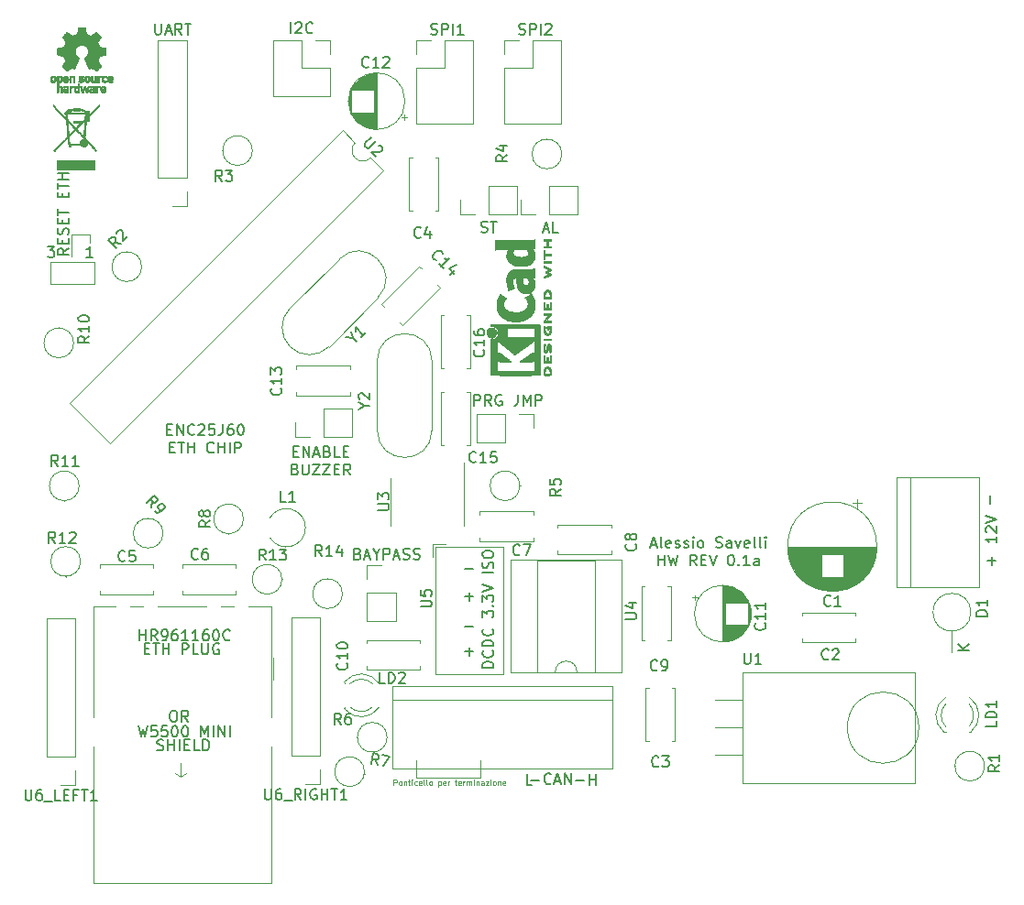
<source format=gbr>
%TF.GenerationSoftware,KiCad,Pcbnew,(5.1.9)-1*%
%TF.CreationDate,2022-05-14T18:30:03+02:00*%
%TF.ProjectId,Espanzione_01,45737061-6e7a-4696-9f6e-655f30312e6b,rev?*%
%TF.SameCoordinates,Original*%
%TF.FileFunction,Legend,Top*%
%TF.FilePolarity,Positive*%
%FSLAX46Y46*%
G04 Gerber Fmt 4.6, Leading zero omitted, Abs format (unit mm)*
G04 Created by KiCad (PCBNEW (5.1.9)-1) date 2022-05-14 18:30:03*
%MOMM*%
%LPD*%
G01*
G04 APERTURE LIST*
%ADD10C,0.150000*%
%ADD11C,0.120000*%
%ADD12C,0.125000*%
%ADD13C,0.010000*%
G04 APERTURE END LIST*
D10*
X132612476Y-83415666D02*
X133088666Y-83415666D01*
X132517238Y-83701380D02*
X132850571Y-82701380D01*
X133183904Y-83701380D01*
X133660095Y-83701380D02*
X133564857Y-83653761D01*
X133517238Y-83558523D01*
X133517238Y-82701380D01*
X134422000Y-83653761D02*
X134326761Y-83701380D01*
X134136285Y-83701380D01*
X134041047Y-83653761D01*
X133993428Y-83558523D01*
X133993428Y-83177571D01*
X134041047Y-83082333D01*
X134136285Y-83034714D01*
X134326761Y-83034714D01*
X134422000Y-83082333D01*
X134469619Y-83177571D01*
X134469619Y-83272809D01*
X133993428Y-83368047D01*
X134850571Y-83653761D02*
X134945809Y-83701380D01*
X135136285Y-83701380D01*
X135231523Y-83653761D01*
X135279142Y-83558523D01*
X135279142Y-83510904D01*
X135231523Y-83415666D01*
X135136285Y-83368047D01*
X134993428Y-83368047D01*
X134898190Y-83320428D01*
X134850571Y-83225190D01*
X134850571Y-83177571D01*
X134898190Y-83082333D01*
X134993428Y-83034714D01*
X135136285Y-83034714D01*
X135231523Y-83082333D01*
X135660095Y-83653761D02*
X135755333Y-83701380D01*
X135945809Y-83701380D01*
X136041047Y-83653761D01*
X136088666Y-83558523D01*
X136088666Y-83510904D01*
X136041047Y-83415666D01*
X135945809Y-83368047D01*
X135802952Y-83368047D01*
X135707714Y-83320428D01*
X135660095Y-83225190D01*
X135660095Y-83177571D01*
X135707714Y-83082333D01*
X135802952Y-83034714D01*
X135945809Y-83034714D01*
X136041047Y-83082333D01*
X136517238Y-83701380D02*
X136517238Y-83034714D01*
X136517238Y-82701380D02*
X136469619Y-82749000D01*
X136517238Y-82796619D01*
X136564857Y-82749000D01*
X136517238Y-82701380D01*
X136517238Y-82796619D01*
X137136285Y-83701380D02*
X137041047Y-83653761D01*
X136993428Y-83606142D01*
X136945809Y-83510904D01*
X136945809Y-83225190D01*
X136993428Y-83129952D01*
X137041047Y-83082333D01*
X137136285Y-83034714D01*
X137279142Y-83034714D01*
X137374380Y-83082333D01*
X137422000Y-83129952D01*
X137469619Y-83225190D01*
X137469619Y-83510904D01*
X137422000Y-83606142D01*
X137374380Y-83653761D01*
X137279142Y-83701380D01*
X137136285Y-83701380D01*
X138612476Y-83653761D02*
X138755333Y-83701380D01*
X138993428Y-83701380D01*
X139088666Y-83653761D01*
X139136285Y-83606142D01*
X139183904Y-83510904D01*
X139183904Y-83415666D01*
X139136285Y-83320428D01*
X139088666Y-83272809D01*
X138993428Y-83225190D01*
X138802952Y-83177571D01*
X138707714Y-83129952D01*
X138660095Y-83082333D01*
X138612476Y-82987095D01*
X138612476Y-82891857D01*
X138660095Y-82796619D01*
X138707714Y-82749000D01*
X138802952Y-82701380D01*
X139041047Y-82701380D01*
X139183904Y-82749000D01*
X140041047Y-83701380D02*
X140041047Y-83177571D01*
X139993428Y-83082333D01*
X139898190Y-83034714D01*
X139707714Y-83034714D01*
X139612476Y-83082333D01*
X140041047Y-83653761D02*
X139945809Y-83701380D01*
X139707714Y-83701380D01*
X139612476Y-83653761D01*
X139564857Y-83558523D01*
X139564857Y-83463285D01*
X139612476Y-83368047D01*
X139707714Y-83320428D01*
X139945809Y-83320428D01*
X140041047Y-83272809D01*
X140422000Y-83034714D02*
X140660095Y-83701380D01*
X140898190Y-83034714D01*
X141660095Y-83653761D02*
X141564857Y-83701380D01*
X141374380Y-83701380D01*
X141279142Y-83653761D01*
X141231523Y-83558523D01*
X141231523Y-83177571D01*
X141279142Y-83082333D01*
X141374380Y-83034714D01*
X141564857Y-83034714D01*
X141660095Y-83082333D01*
X141707714Y-83177571D01*
X141707714Y-83272809D01*
X141231523Y-83368047D01*
X142279142Y-83701380D02*
X142183904Y-83653761D01*
X142136285Y-83558523D01*
X142136285Y-82701380D01*
X142802952Y-83701380D02*
X142707714Y-83653761D01*
X142660095Y-83558523D01*
X142660095Y-82701380D01*
X143183904Y-83701380D02*
X143183904Y-83034714D01*
X143183904Y-82701380D02*
X143136285Y-82749000D01*
X143183904Y-82796619D01*
X143231523Y-82749000D01*
X143183904Y-82701380D01*
X143183904Y-82796619D01*
X133279142Y-85351380D02*
X133279142Y-84351380D01*
X133279142Y-84827571D02*
X133850571Y-84827571D01*
X133850571Y-85351380D02*
X133850571Y-84351380D01*
X134231523Y-84351380D02*
X134469619Y-85351380D01*
X134660095Y-84637095D01*
X134850571Y-85351380D01*
X135088666Y-84351380D01*
X136802952Y-85351380D02*
X136469619Y-84875190D01*
X136231523Y-85351380D02*
X136231523Y-84351380D01*
X136612476Y-84351380D01*
X136707714Y-84399000D01*
X136755333Y-84446619D01*
X136802952Y-84541857D01*
X136802952Y-84684714D01*
X136755333Y-84779952D01*
X136707714Y-84827571D01*
X136612476Y-84875190D01*
X136231523Y-84875190D01*
X137231523Y-84827571D02*
X137564857Y-84827571D01*
X137707714Y-85351380D02*
X137231523Y-85351380D01*
X137231523Y-84351380D01*
X137707714Y-84351380D01*
X137993428Y-84351380D02*
X138326761Y-85351380D01*
X138660095Y-84351380D01*
X139945809Y-84351380D02*
X140041047Y-84351380D01*
X140136285Y-84399000D01*
X140183904Y-84446619D01*
X140231523Y-84541857D01*
X140279142Y-84732333D01*
X140279142Y-84970428D01*
X140231523Y-85160904D01*
X140183904Y-85256142D01*
X140136285Y-85303761D01*
X140041047Y-85351380D01*
X139945809Y-85351380D01*
X139850571Y-85303761D01*
X139802952Y-85256142D01*
X139755333Y-85160904D01*
X139707714Y-84970428D01*
X139707714Y-84732333D01*
X139755333Y-84541857D01*
X139802952Y-84446619D01*
X139850571Y-84399000D01*
X139945809Y-84351380D01*
X140707714Y-85256142D02*
X140755333Y-85303761D01*
X140707714Y-85351380D01*
X140660095Y-85303761D01*
X140707714Y-85256142D01*
X140707714Y-85351380D01*
X141707714Y-85351380D02*
X141136285Y-85351380D01*
X141422000Y-85351380D02*
X141422000Y-84351380D01*
X141326761Y-84494238D01*
X141231523Y-84589476D01*
X141136285Y-84637095D01*
X142564857Y-85351380D02*
X142564857Y-84827571D01*
X142517238Y-84732333D01*
X142422000Y-84684714D01*
X142231523Y-84684714D01*
X142136285Y-84732333D01*
X142564857Y-85303761D02*
X142469619Y-85351380D01*
X142231523Y-85351380D01*
X142136285Y-85303761D01*
X142088666Y-85208523D01*
X142088666Y-85113285D01*
X142136285Y-85018047D01*
X142231523Y-84970428D01*
X142469619Y-84970428D01*
X142564857Y-84922809D01*
X118054380Y-94788952D02*
X117054380Y-94788952D01*
X117054380Y-94550857D01*
X117102000Y-94408000D01*
X117197238Y-94312761D01*
X117292476Y-94265142D01*
X117482952Y-94217523D01*
X117625809Y-94217523D01*
X117816285Y-94265142D01*
X117911523Y-94312761D01*
X118006761Y-94408000D01*
X118054380Y-94550857D01*
X118054380Y-94788952D01*
X117959142Y-93217523D02*
X118006761Y-93265142D01*
X118054380Y-93408000D01*
X118054380Y-93503238D01*
X118006761Y-93646095D01*
X117911523Y-93741333D01*
X117816285Y-93788952D01*
X117625809Y-93836571D01*
X117482952Y-93836571D01*
X117292476Y-93788952D01*
X117197238Y-93741333D01*
X117102000Y-93646095D01*
X117054380Y-93503238D01*
X117054380Y-93408000D01*
X117102000Y-93265142D01*
X117149619Y-93217523D01*
X118054380Y-92788952D02*
X117054380Y-92788952D01*
X117054380Y-92550857D01*
X117102000Y-92408000D01*
X117197238Y-92312761D01*
X117292476Y-92265142D01*
X117482952Y-92217523D01*
X117625809Y-92217523D01*
X117816285Y-92265142D01*
X117911523Y-92312761D01*
X118006761Y-92408000D01*
X118054380Y-92550857D01*
X118054380Y-92788952D01*
X117959142Y-91217523D02*
X118006761Y-91265142D01*
X118054380Y-91408000D01*
X118054380Y-91503238D01*
X118006761Y-91646095D01*
X117911523Y-91741333D01*
X117816285Y-91788952D01*
X117625809Y-91836571D01*
X117482952Y-91836571D01*
X117292476Y-91788952D01*
X117197238Y-91741333D01*
X117102000Y-91646095D01*
X117054380Y-91503238D01*
X117054380Y-91408000D01*
X117102000Y-91265142D01*
X117149619Y-91217523D01*
X117054380Y-90122285D02*
X117054380Y-89503238D01*
X117435333Y-89836571D01*
X117435333Y-89693714D01*
X117482952Y-89598476D01*
X117530571Y-89550857D01*
X117625809Y-89503238D01*
X117863904Y-89503238D01*
X117959142Y-89550857D01*
X118006761Y-89598476D01*
X118054380Y-89693714D01*
X118054380Y-89979428D01*
X118006761Y-90074666D01*
X117959142Y-90122285D01*
X117959142Y-89074666D02*
X118006761Y-89027047D01*
X118054380Y-89074666D01*
X118006761Y-89122285D01*
X117959142Y-89074666D01*
X118054380Y-89074666D01*
X117054380Y-88693714D02*
X117054380Y-88074666D01*
X117435333Y-88408000D01*
X117435333Y-88265142D01*
X117482952Y-88169904D01*
X117530571Y-88122285D01*
X117625809Y-88074666D01*
X117863904Y-88074666D01*
X117959142Y-88122285D01*
X118006761Y-88169904D01*
X118054380Y-88265142D01*
X118054380Y-88550857D01*
X118006761Y-88646095D01*
X117959142Y-88693714D01*
X117054380Y-87788952D02*
X118054380Y-87455619D01*
X117054380Y-87122285D01*
X118054380Y-86027047D02*
X117054380Y-86027047D01*
X118006761Y-85598476D02*
X118054380Y-85455619D01*
X118054380Y-85217523D01*
X118006761Y-85122285D01*
X117959142Y-85074666D01*
X117863904Y-85027047D01*
X117768666Y-85027047D01*
X117673428Y-85074666D01*
X117625809Y-85122285D01*
X117578190Y-85217523D01*
X117530571Y-85408000D01*
X117482952Y-85503238D01*
X117435333Y-85550857D01*
X117340095Y-85598476D01*
X117244857Y-85598476D01*
X117149619Y-85550857D01*
X117102000Y-85503238D01*
X117054380Y-85408000D01*
X117054380Y-85169904D01*
X117102000Y-85027047D01*
X117054380Y-84408000D02*
X117054380Y-84217523D01*
X117102000Y-84122285D01*
X117197238Y-84027047D01*
X117387714Y-83979428D01*
X117721047Y-83979428D01*
X117911523Y-84027047D01*
X118006761Y-84122285D01*
X118054380Y-84217523D01*
X118054380Y-84408000D01*
X118006761Y-84503238D01*
X117911523Y-84598476D01*
X117721047Y-84646095D01*
X117387714Y-84646095D01*
X117197238Y-84598476D01*
X117102000Y-84503238D01*
X117054380Y-84408000D01*
X115443047Y-93289428D02*
X116204952Y-93289428D01*
X115824000Y-93670380D02*
X115824000Y-92908476D01*
X115443047Y-91003428D02*
X116204952Y-91003428D01*
X115443047Y-88209428D02*
X116204952Y-88209428D01*
X115824000Y-88590380D02*
X115824000Y-87828476D01*
X115443047Y-85669428D02*
X116204952Y-85669428D01*
D11*
X157351000Y-100330000D02*
G75*
G03*
X157351000Y-100330000I-3300000J0D01*
G01*
D10*
X86796761Y-35266380D02*
X86796761Y-36075904D01*
X86844380Y-36171142D01*
X86892000Y-36218761D01*
X86987238Y-36266380D01*
X87177714Y-36266380D01*
X87272952Y-36218761D01*
X87320571Y-36171142D01*
X87368190Y-36075904D01*
X87368190Y-35266380D01*
X87796761Y-35980666D02*
X88272952Y-35980666D01*
X87701523Y-36266380D02*
X88034857Y-35266380D01*
X88368190Y-36266380D01*
X89272952Y-36266380D02*
X88939619Y-35790190D01*
X88701523Y-36266380D02*
X88701523Y-35266380D01*
X89082476Y-35266380D01*
X89177714Y-35314000D01*
X89225333Y-35361619D01*
X89272952Y-35456857D01*
X89272952Y-35599714D01*
X89225333Y-35694952D01*
X89177714Y-35742571D01*
X89082476Y-35790190D01*
X88701523Y-35790190D01*
X89558666Y-35266380D02*
X90130095Y-35266380D01*
X89844380Y-36266380D02*
X89844380Y-35266380D01*
X99353809Y-36139380D02*
X99353809Y-35139380D01*
X99782380Y-35234619D02*
X99830000Y-35187000D01*
X99925238Y-35139380D01*
X100163333Y-35139380D01*
X100258571Y-35187000D01*
X100306190Y-35234619D01*
X100353809Y-35329857D01*
X100353809Y-35425095D01*
X100306190Y-35567952D01*
X99734761Y-36139380D01*
X100353809Y-36139380D01*
X101353809Y-36044142D02*
X101306190Y-36091761D01*
X101163333Y-36139380D01*
X101068095Y-36139380D01*
X100925238Y-36091761D01*
X100830000Y-35996523D01*
X100782380Y-35901285D01*
X100734761Y-35710809D01*
X100734761Y-35567952D01*
X100782380Y-35377476D01*
X100830000Y-35282238D01*
X100925238Y-35187000D01*
X101068095Y-35139380D01*
X101163333Y-35139380D01*
X101306190Y-35187000D01*
X101353809Y-35234619D01*
X120420000Y-36218761D02*
X120562857Y-36266380D01*
X120800952Y-36266380D01*
X120896190Y-36218761D01*
X120943809Y-36171142D01*
X120991428Y-36075904D01*
X120991428Y-35980666D01*
X120943809Y-35885428D01*
X120896190Y-35837809D01*
X120800952Y-35790190D01*
X120610476Y-35742571D01*
X120515238Y-35694952D01*
X120467619Y-35647333D01*
X120420000Y-35552095D01*
X120420000Y-35456857D01*
X120467619Y-35361619D01*
X120515238Y-35314000D01*
X120610476Y-35266380D01*
X120848571Y-35266380D01*
X120991428Y-35314000D01*
X121420000Y-36266380D02*
X121420000Y-35266380D01*
X121800952Y-35266380D01*
X121896190Y-35314000D01*
X121943809Y-35361619D01*
X121991428Y-35456857D01*
X121991428Y-35599714D01*
X121943809Y-35694952D01*
X121896190Y-35742571D01*
X121800952Y-35790190D01*
X121420000Y-35790190D01*
X122420000Y-36266380D02*
X122420000Y-35266380D01*
X122848571Y-35361619D02*
X122896190Y-35314000D01*
X122991428Y-35266380D01*
X123229523Y-35266380D01*
X123324761Y-35314000D01*
X123372380Y-35361619D01*
X123420000Y-35456857D01*
X123420000Y-35552095D01*
X123372380Y-35694952D01*
X122800952Y-36266380D01*
X123420000Y-36266380D01*
X112292000Y-36218761D02*
X112434857Y-36266380D01*
X112672952Y-36266380D01*
X112768190Y-36218761D01*
X112815809Y-36171142D01*
X112863428Y-36075904D01*
X112863428Y-35980666D01*
X112815809Y-35885428D01*
X112768190Y-35837809D01*
X112672952Y-35790190D01*
X112482476Y-35742571D01*
X112387238Y-35694952D01*
X112339619Y-35647333D01*
X112292000Y-35552095D01*
X112292000Y-35456857D01*
X112339619Y-35361619D01*
X112387238Y-35314000D01*
X112482476Y-35266380D01*
X112720571Y-35266380D01*
X112863428Y-35314000D01*
X113292000Y-36266380D02*
X113292000Y-35266380D01*
X113672952Y-35266380D01*
X113768190Y-35314000D01*
X113815809Y-35361619D01*
X113863428Y-35456857D01*
X113863428Y-35599714D01*
X113815809Y-35694952D01*
X113768190Y-35742571D01*
X113672952Y-35790190D01*
X113292000Y-35790190D01*
X114292000Y-36266380D02*
X114292000Y-35266380D01*
X115292000Y-36266380D02*
X114720571Y-36266380D01*
X115006285Y-36266380D02*
X115006285Y-35266380D01*
X114911047Y-35409238D01*
X114815809Y-35504476D01*
X114720571Y-35552095D01*
X116935333Y-54506761D02*
X117078190Y-54554380D01*
X117316285Y-54554380D01*
X117411523Y-54506761D01*
X117459142Y-54459142D01*
X117506761Y-54363904D01*
X117506761Y-54268666D01*
X117459142Y-54173428D01*
X117411523Y-54125809D01*
X117316285Y-54078190D01*
X117125809Y-54030571D01*
X117030571Y-53982952D01*
X116982952Y-53935333D01*
X116935333Y-53840095D01*
X116935333Y-53744857D01*
X116982952Y-53649619D01*
X117030571Y-53602000D01*
X117125809Y-53554380D01*
X117363904Y-53554380D01*
X117506761Y-53602000D01*
X117792476Y-53554380D02*
X118363904Y-53554380D01*
X118078190Y-54554380D02*
X118078190Y-53554380D01*
X122674142Y-54268666D02*
X123150333Y-54268666D01*
X122578904Y-54554380D02*
X122912238Y-53554380D01*
X123245571Y-54554380D01*
X124055095Y-54554380D02*
X123578904Y-54554380D01*
X123578904Y-53554380D01*
X78811380Y-56022476D02*
X78335190Y-56355809D01*
X78811380Y-56593904D02*
X77811380Y-56593904D01*
X77811380Y-56212952D01*
X77859000Y-56117714D01*
X77906619Y-56070095D01*
X78001857Y-56022476D01*
X78144714Y-56022476D01*
X78239952Y-56070095D01*
X78287571Y-56117714D01*
X78335190Y-56212952D01*
X78335190Y-56593904D01*
X78287571Y-55593904D02*
X78287571Y-55260571D01*
X78811380Y-55117714D02*
X78811380Y-55593904D01*
X77811380Y-55593904D01*
X77811380Y-55117714D01*
X78763761Y-54736761D02*
X78811380Y-54593904D01*
X78811380Y-54355809D01*
X78763761Y-54260571D01*
X78716142Y-54212952D01*
X78620904Y-54165333D01*
X78525666Y-54165333D01*
X78430428Y-54212952D01*
X78382809Y-54260571D01*
X78335190Y-54355809D01*
X78287571Y-54546285D01*
X78239952Y-54641523D01*
X78192333Y-54689142D01*
X78097095Y-54736761D01*
X78001857Y-54736761D01*
X77906619Y-54689142D01*
X77859000Y-54641523D01*
X77811380Y-54546285D01*
X77811380Y-54308190D01*
X77859000Y-54165333D01*
X78287571Y-53736761D02*
X78287571Y-53403428D01*
X78811380Y-53260571D02*
X78811380Y-53736761D01*
X77811380Y-53736761D01*
X77811380Y-53260571D01*
X77811380Y-52974857D02*
X77811380Y-52403428D01*
X78811380Y-52689142D02*
X77811380Y-52689142D01*
X78287571Y-51308190D02*
X78287571Y-50974857D01*
X78811380Y-50832000D02*
X78811380Y-51308190D01*
X77811380Y-51308190D01*
X77811380Y-50832000D01*
X77811380Y-50546285D02*
X77811380Y-49974857D01*
X78811380Y-50260571D02*
X77811380Y-50260571D01*
X78811380Y-49641523D02*
X77811380Y-49641523D01*
X78287571Y-49641523D02*
X78287571Y-49070095D01*
X78811380Y-49070095D02*
X77811380Y-49070095D01*
D11*
X80772000Y-54737000D02*
X80772000Y-55499000D01*
X79121000Y-54737000D02*
X80772000Y-54737000D01*
X79121000Y-56769000D02*
X79121000Y-54737000D01*
D10*
X87916190Y-72763571D02*
X88249523Y-72763571D01*
X88392380Y-73287380D02*
X87916190Y-73287380D01*
X87916190Y-72287380D01*
X88392380Y-72287380D01*
X88820952Y-73287380D02*
X88820952Y-72287380D01*
X89392380Y-73287380D01*
X89392380Y-72287380D01*
X90440000Y-73192142D02*
X90392380Y-73239761D01*
X90249523Y-73287380D01*
X90154285Y-73287380D01*
X90011428Y-73239761D01*
X89916190Y-73144523D01*
X89868571Y-73049285D01*
X89820952Y-72858809D01*
X89820952Y-72715952D01*
X89868571Y-72525476D01*
X89916190Y-72430238D01*
X90011428Y-72335000D01*
X90154285Y-72287380D01*
X90249523Y-72287380D01*
X90392380Y-72335000D01*
X90440000Y-72382619D01*
X90820952Y-72382619D02*
X90868571Y-72335000D01*
X90963809Y-72287380D01*
X91201904Y-72287380D01*
X91297142Y-72335000D01*
X91344761Y-72382619D01*
X91392380Y-72477857D01*
X91392380Y-72573095D01*
X91344761Y-72715952D01*
X90773333Y-73287380D01*
X91392380Y-73287380D01*
X92297142Y-72287380D02*
X91820952Y-72287380D01*
X91773333Y-72763571D01*
X91820952Y-72715952D01*
X91916190Y-72668333D01*
X92154285Y-72668333D01*
X92249523Y-72715952D01*
X92297142Y-72763571D01*
X92344761Y-72858809D01*
X92344761Y-73096904D01*
X92297142Y-73192142D01*
X92249523Y-73239761D01*
X92154285Y-73287380D01*
X91916190Y-73287380D01*
X91820952Y-73239761D01*
X91773333Y-73192142D01*
X93059047Y-72287380D02*
X93059047Y-73001666D01*
X93011428Y-73144523D01*
X92916190Y-73239761D01*
X92773333Y-73287380D01*
X92678095Y-73287380D01*
X93963809Y-72287380D02*
X93773333Y-72287380D01*
X93678095Y-72335000D01*
X93630476Y-72382619D01*
X93535238Y-72525476D01*
X93487619Y-72715952D01*
X93487619Y-73096904D01*
X93535238Y-73192142D01*
X93582857Y-73239761D01*
X93678095Y-73287380D01*
X93868571Y-73287380D01*
X93963809Y-73239761D01*
X94011428Y-73192142D01*
X94059047Y-73096904D01*
X94059047Y-72858809D01*
X94011428Y-72763571D01*
X93963809Y-72715952D01*
X93868571Y-72668333D01*
X93678095Y-72668333D01*
X93582857Y-72715952D01*
X93535238Y-72763571D01*
X93487619Y-72858809D01*
X94678095Y-72287380D02*
X94773333Y-72287380D01*
X94868571Y-72335000D01*
X94916190Y-72382619D01*
X94963809Y-72477857D01*
X95011428Y-72668333D01*
X95011428Y-72906428D01*
X94963809Y-73096904D01*
X94916190Y-73192142D01*
X94868571Y-73239761D01*
X94773333Y-73287380D01*
X94678095Y-73287380D01*
X94582857Y-73239761D01*
X94535238Y-73192142D01*
X94487619Y-73096904D01*
X94440000Y-72906428D01*
X94440000Y-72668333D01*
X94487619Y-72477857D01*
X94535238Y-72382619D01*
X94582857Y-72335000D01*
X94678095Y-72287380D01*
X88178095Y-74413571D02*
X88511428Y-74413571D01*
X88654285Y-74937380D02*
X88178095Y-74937380D01*
X88178095Y-73937380D01*
X88654285Y-73937380D01*
X88940000Y-73937380D02*
X89511428Y-73937380D01*
X89225714Y-74937380D02*
X89225714Y-73937380D01*
X89844761Y-74937380D02*
X89844761Y-73937380D01*
X89844761Y-74413571D02*
X90416190Y-74413571D01*
X90416190Y-74937380D02*
X90416190Y-73937380D01*
X92225714Y-74842142D02*
X92178095Y-74889761D01*
X92035238Y-74937380D01*
X91940000Y-74937380D01*
X91797142Y-74889761D01*
X91701904Y-74794523D01*
X91654285Y-74699285D01*
X91606666Y-74508809D01*
X91606666Y-74365952D01*
X91654285Y-74175476D01*
X91701904Y-74080238D01*
X91797142Y-73985000D01*
X91940000Y-73937380D01*
X92035238Y-73937380D01*
X92178095Y-73985000D01*
X92225714Y-74032619D01*
X92654285Y-74937380D02*
X92654285Y-73937380D01*
X92654285Y-74413571D02*
X93225714Y-74413571D01*
X93225714Y-74937380D02*
X93225714Y-73937380D01*
X93701904Y-74937380D02*
X93701904Y-73937380D01*
X94178095Y-74937380D02*
X94178095Y-73937380D01*
X94559047Y-73937380D01*
X94654285Y-73985000D01*
X94701904Y-74032619D01*
X94749523Y-74127857D01*
X94749523Y-74270714D01*
X94701904Y-74365952D01*
X94654285Y-74413571D01*
X94559047Y-74461190D01*
X94178095Y-74461190D01*
D11*
X88646000Y-104521000D02*
X89154000Y-104902000D01*
X89662000Y-104521000D02*
X89154000Y-104902000D01*
X89154000Y-104902000D02*
X89662000Y-104521000D01*
X89154000Y-103632000D02*
X89154000Y-104902000D01*
D10*
X87003238Y-102385761D02*
X87146095Y-102433380D01*
X87384190Y-102433380D01*
X87479428Y-102385761D01*
X87527047Y-102338142D01*
X87574666Y-102242904D01*
X87574666Y-102147666D01*
X87527047Y-102052428D01*
X87479428Y-102004809D01*
X87384190Y-101957190D01*
X87193714Y-101909571D01*
X87098476Y-101861952D01*
X87050857Y-101814333D01*
X87003238Y-101719095D01*
X87003238Y-101623857D01*
X87050857Y-101528619D01*
X87098476Y-101481000D01*
X87193714Y-101433380D01*
X87431809Y-101433380D01*
X87574666Y-101481000D01*
X88003238Y-102433380D02*
X88003238Y-101433380D01*
X88003238Y-101909571D02*
X88574666Y-101909571D01*
X88574666Y-102433380D02*
X88574666Y-101433380D01*
X89050857Y-102433380D02*
X89050857Y-101433380D01*
X89527047Y-101909571D02*
X89860380Y-101909571D01*
X90003238Y-102433380D02*
X89527047Y-102433380D01*
X89527047Y-101433380D01*
X90003238Y-101433380D01*
X90908000Y-102433380D02*
X90431809Y-102433380D01*
X90431809Y-101433380D01*
X91241333Y-102433380D02*
X91241333Y-101433380D01*
X91479428Y-101433380D01*
X91622285Y-101481000D01*
X91717523Y-101576238D01*
X91765142Y-101671476D01*
X91812761Y-101861952D01*
X91812761Y-102004809D01*
X91765142Y-102195285D01*
X91717523Y-102290523D01*
X91622285Y-102385761D01*
X91479428Y-102433380D01*
X91241333Y-102433380D01*
X85249285Y-100163380D02*
X85487380Y-101163380D01*
X85677857Y-100449095D01*
X85868333Y-101163380D01*
X86106428Y-100163380D01*
X86963571Y-100163380D02*
X86487380Y-100163380D01*
X86439761Y-100639571D01*
X86487380Y-100591952D01*
X86582619Y-100544333D01*
X86820714Y-100544333D01*
X86915952Y-100591952D01*
X86963571Y-100639571D01*
X87011190Y-100734809D01*
X87011190Y-100972904D01*
X86963571Y-101068142D01*
X86915952Y-101115761D01*
X86820714Y-101163380D01*
X86582619Y-101163380D01*
X86487380Y-101115761D01*
X86439761Y-101068142D01*
X87915952Y-100163380D02*
X87439761Y-100163380D01*
X87392142Y-100639571D01*
X87439761Y-100591952D01*
X87535000Y-100544333D01*
X87773095Y-100544333D01*
X87868333Y-100591952D01*
X87915952Y-100639571D01*
X87963571Y-100734809D01*
X87963571Y-100972904D01*
X87915952Y-101068142D01*
X87868333Y-101115761D01*
X87773095Y-101163380D01*
X87535000Y-101163380D01*
X87439761Y-101115761D01*
X87392142Y-101068142D01*
X88582619Y-100163380D02*
X88677857Y-100163380D01*
X88773095Y-100211000D01*
X88820714Y-100258619D01*
X88868333Y-100353857D01*
X88915952Y-100544333D01*
X88915952Y-100782428D01*
X88868333Y-100972904D01*
X88820714Y-101068142D01*
X88773095Y-101115761D01*
X88677857Y-101163380D01*
X88582619Y-101163380D01*
X88487380Y-101115761D01*
X88439761Y-101068142D01*
X88392142Y-100972904D01*
X88344523Y-100782428D01*
X88344523Y-100544333D01*
X88392142Y-100353857D01*
X88439761Y-100258619D01*
X88487380Y-100211000D01*
X88582619Y-100163380D01*
X89535000Y-100163380D02*
X89630238Y-100163380D01*
X89725476Y-100211000D01*
X89773095Y-100258619D01*
X89820714Y-100353857D01*
X89868333Y-100544333D01*
X89868333Y-100782428D01*
X89820714Y-100972904D01*
X89773095Y-101068142D01*
X89725476Y-101115761D01*
X89630238Y-101163380D01*
X89535000Y-101163380D01*
X89439761Y-101115761D01*
X89392142Y-101068142D01*
X89344523Y-100972904D01*
X89296904Y-100782428D01*
X89296904Y-100544333D01*
X89344523Y-100353857D01*
X89392142Y-100258619D01*
X89439761Y-100211000D01*
X89535000Y-100163380D01*
X91058809Y-101163380D02*
X91058809Y-100163380D01*
X91392142Y-100877666D01*
X91725476Y-100163380D01*
X91725476Y-101163380D01*
X92201666Y-101163380D02*
X92201666Y-100163380D01*
X92677857Y-101163380D02*
X92677857Y-100163380D01*
X93249285Y-101163380D01*
X93249285Y-100163380D01*
X93725476Y-101163380D02*
X93725476Y-100163380D01*
X88431761Y-98766380D02*
X88622238Y-98766380D01*
X88717476Y-98814000D01*
X88812714Y-98909238D01*
X88860333Y-99099714D01*
X88860333Y-99433047D01*
X88812714Y-99623523D01*
X88717476Y-99718761D01*
X88622238Y-99766380D01*
X88431761Y-99766380D01*
X88336523Y-99718761D01*
X88241285Y-99623523D01*
X88193666Y-99433047D01*
X88193666Y-99099714D01*
X88241285Y-98909238D01*
X88336523Y-98814000D01*
X88431761Y-98766380D01*
X89860333Y-99766380D02*
X89527000Y-99290190D01*
X89288904Y-99766380D02*
X89288904Y-98766380D01*
X89669857Y-98766380D01*
X89765095Y-98814000D01*
X89812714Y-98861619D01*
X89860333Y-98956857D01*
X89860333Y-99099714D01*
X89812714Y-99194952D01*
X89765095Y-99242571D01*
X89669857Y-99290190D01*
X89288904Y-99290190D01*
X85852428Y-93019571D02*
X86185761Y-93019571D01*
X86328619Y-93543380D02*
X85852428Y-93543380D01*
X85852428Y-92543380D01*
X86328619Y-92543380D01*
X86614333Y-92543380D02*
X87185761Y-92543380D01*
X86900047Y-93543380D02*
X86900047Y-92543380D01*
X87519095Y-93543380D02*
X87519095Y-92543380D01*
X87519095Y-93019571D02*
X88090523Y-93019571D01*
X88090523Y-93543380D02*
X88090523Y-92543380D01*
X89328619Y-93543380D02*
X89328619Y-92543380D01*
X89709571Y-92543380D01*
X89804809Y-92591000D01*
X89852428Y-92638619D01*
X89900047Y-92733857D01*
X89900047Y-92876714D01*
X89852428Y-92971952D01*
X89804809Y-93019571D01*
X89709571Y-93067190D01*
X89328619Y-93067190D01*
X90804809Y-93543380D02*
X90328619Y-93543380D01*
X90328619Y-92543380D01*
X91138142Y-92543380D02*
X91138142Y-93352904D01*
X91185761Y-93448142D01*
X91233380Y-93495761D01*
X91328619Y-93543380D01*
X91519095Y-93543380D01*
X91614333Y-93495761D01*
X91661952Y-93448142D01*
X91709571Y-93352904D01*
X91709571Y-92543380D01*
X92709571Y-92591000D02*
X92614333Y-92543380D01*
X92471476Y-92543380D01*
X92328619Y-92591000D01*
X92233380Y-92686238D01*
X92185761Y-92781476D01*
X92138142Y-92971952D01*
X92138142Y-93114809D01*
X92185761Y-93305285D01*
X92233380Y-93400523D01*
X92328619Y-93495761D01*
X92471476Y-93543380D01*
X92566714Y-93543380D01*
X92709571Y-93495761D01*
X92757190Y-93448142D01*
X92757190Y-93114809D01*
X92566714Y-93114809D01*
X85392142Y-92273380D02*
X85392142Y-91273380D01*
X85392142Y-91749571D02*
X85963571Y-91749571D01*
X85963571Y-92273380D02*
X85963571Y-91273380D01*
X87011190Y-92273380D02*
X86677857Y-91797190D01*
X86439761Y-92273380D02*
X86439761Y-91273380D01*
X86820714Y-91273380D01*
X86915952Y-91321000D01*
X86963571Y-91368619D01*
X87011190Y-91463857D01*
X87011190Y-91606714D01*
X86963571Y-91701952D01*
X86915952Y-91749571D01*
X86820714Y-91797190D01*
X86439761Y-91797190D01*
X87487380Y-92273380D02*
X87677857Y-92273380D01*
X87773095Y-92225761D01*
X87820714Y-92178142D01*
X87915952Y-92035285D01*
X87963571Y-91844809D01*
X87963571Y-91463857D01*
X87915952Y-91368619D01*
X87868333Y-91321000D01*
X87773095Y-91273380D01*
X87582619Y-91273380D01*
X87487380Y-91321000D01*
X87439761Y-91368619D01*
X87392142Y-91463857D01*
X87392142Y-91701952D01*
X87439761Y-91797190D01*
X87487380Y-91844809D01*
X87582619Y-91892428D01*
X87773095Y-91892428D01*
X87868333Y-91844809D01*
X87915952Y-91797190D01*
X87963571Y-91701952D01*
X88820714Y-91273380D02*
X88630238Y-91273380D01*
X88535000Y-91321000D01*
X88487380Y-91368619D01*
X88392142Y-91511476D01*
X88344523Y-91701952D01*
X88344523Y-92082904D01*
X88392142Y-92178142D01*
X88439761Y-92225761D01*
X88535000Y-92273380D01*
X88725476Y-92273380D01*
X88820714Y-92225761D01*
X88868333Y-92178142D01*
X88915952Y-92082904D01*
X88915952Y-91844809D01*
X88868333Y-91749571D01*
X88820714Y-91701952D01*
X88725476Y-91654333D01*
X88535000Y-91654333D01*
X88439761Y-91701952D01*
X88392142Y-91749571D01*
X88344523Y-91844809D01*
X89868333Y-92273380D02*
X89296904Y-92273380D01*
X89582619Y-92273380D02*
X89582619Y-91273380D01*
X89487380Y-91416238D01*
X89392142Y-91511476D01*
X89296904Y-91559095D01*
X90820714Y-92273380D02*
X90249285Y-92273380D01*
X90534999Y-92273380D02*
X90534999Y-91273380D01*
X90439761Y-91416238D01*
X90344523Y-91511476D01*
X90249285Y-91559095D01*
X91677857Y-91273380D02*
X91487380Y-91273380D01*
X91392142Y-91321000D01*
X91344523Y-91368619D01*
X91249285Y-91511476D01*
X91201666Y-91701952D01*
X91201666Y-92082904D01*
X91249285Y-92178142D01*
X91296904Y-92225761D01*
X91392142Y-92273380D01*
X91582619Y-92273380D01*
X91677857Y-92225761D01*
X91725476Y-92178142D01*
X91773095Y-92082904D01*
X91773095Y-91844809D01*
X91725476Y-91749571D01*
X91677857Y-91701952D01*
X91582619Y-91654333D01*
X91392142Y-91654333D01*
X91296904Y-91701952D01*
X91249285Y-91749571D01*
X91201666Y-91844809D01*
X92392142Y-91273380D02*
X92487380Y-91273380D01*
X92582619Y-91321000D01*
X92630238Y-91368619D01*
X92677857Y-91463857D01*
X92725476Y-91654333D01*
X92725476Y-91892428D01*
X92677857Y-92082904D01*
X92630238Y-92178142D01*
X92582619Y-92225761D01*
X92487380Y-92273380D01*
X92392142Y-92273380D01*
X92296904Y-92225761D01*
X92249285Y-92178142D01*
X92201666Y-92082904D01*
X92154047Y-91892428D01*
X92154047Y-91654333D01*
X92201666Y-91463857D01*
X92249285Y-91368619D01*
X92296904Y-91321000D01*
X92392142Y-91273380D01*
X93725476Y-92178142D02*
X93677857Y-92225761D01*
X93535000Y-92273380D01*
X93439761Y-92273380D01*
X93296904Y-92225761D01*
X93201666Y-92130523D01*
X93154047Y-92035285D01*
X93106428Y-91844809D01*
X93106428Y-91701952D01*
X93154047Y-91511476D01*
X93201666Y-91416238D01*
X93296904Y-91321000D01*
X93439761Y-91273380D01*
X93535000Y-91273380D01*
X93677857Y-91321000D01*
X93725476Y-91368619D01*
X99584190Y-74795571D02*
X99917523Y-74795571D01*
X100060380Y-75319380D02*
X99584190Y-75319380D01*
X99584190Y-74319380D01*
X100060380Y-74319380D01*
X100488952Y-75319380D02*
X100488952Y-74319380D01*
X101060380Y-75319380D01*
X101060380Y-74319380D01*
X101488952Y-75033666D02*
X101965142Y-75033666D01*
X101393714Y-75319380D02*
X101727047Y-74319380D01*
X102060380Y-75319380D01*
X102727047Y-74795571D02*
X102869904Y-74843190D01*
X102917523Y-74890809D01*
X102965142Y-74986047D01*
X102965142Y-75128904D01*
X102917523Y-75224142D01*
X102869904Y-75271761D01*
X102774666Y-75319380D01*
X102393714Y-75319380D01*
X102393714Y-74319380D01*
X102727047Y-74319380D01*
X102822285Y-74367000D01*
X102869904Y-74414619D01*
X102917523Y-74509857D01*
X102917523Y-74605095D01*
X102869904Y-74700333D01*
X102822285Y-74747952D01*
X102727047Y-74795571D01*
X102393714Y-74795571D01*
X103869904Y-75319380D02*
X103393714Y-75319380D01*
X103393714Y-74319380D01*
X104203238Y-74795571D02*
X104536571Y-74795571D01*
X104679428Y-75319380D02*
X104203238Y-75319380D01*
X104203238Y-74319380D01*
X104679428Y-74319380D01*
X99750857Y-76445571D02*
X99893714Y-76493190D01*
X99941333Y-76540809D01*
X99988952Y-76636047D01*
X99988952Y-76778904D01*
X99941333Y-76874142D01*
X99893714Y-76921761D01*
X99798476Y-76969380D01*
X99417523Y-76969380D01*
X99417523Y-75969380D01*
X99750857Y-75969380D01*
X99846095Y-76017000D01*
X99893714Y-76064619D01*
X99941333Y-76159857D01*
X99941333Y-76255095D01*
X99893714Y-76350333D01*
X99846095Y-76397952D01*
X99750857Y-76445571D01*
X99417523Y-76445571D01*
X100417523Y-75969380D02*
X100417523Y-76778904D01*
X100465142Y-76874142D01*
X100512761Y-76921761D01*
X100608000Y-76969380D01*
X100798476Y-76969380D01*
X100893714Y-76921761D01*
X100941333Y-76874142D01*
X100988952Y-76778904D01*
X100988952Y-75969380D01*
X101369904Y-75969380D02*
X102036571Y-75969380D01*
X101369904Y-76969380D01*
X102036571Y-76969380D01*
X102322285Y-75969380D02*
X102988952Y-75969380D01*
X102322285Y-76969380D01*
X102988952Y-76969380D01*
X103369904Y-76445571D02*
X103703238Y-76445571D01*
X103846095Y-76969380D02*
X103369904Y-76969380D01*
X103369904Y-75969380D01*
X103846095Y-75969380D01*
X104846095Y-76969380D02*
X104512761Y-76493190D01*
X104274666Y-76969380D02*
X104274666Y-75969380D01*
X104655619Y-75969380D01*
X104750857Y-76017000D01*
X104798476Y-76064619D01*
X104846095Y-76159857D01*
X104846095Y-76302714D01*
X104798476Y-76397952D01*
X104750857Y-76445571D01*
X104655619Y-76493190D01*
X104274666Y-76493190D01*
X116284761Y-70556380D02*
X116284761Y-69556380D01*
X116665714Y-69556380D01*
X116760952Y-69604000D01*
X116808571Y-69651619D01*
X116856190Y-69746857D01*
X116856190Y-69889714D01*
X116808571Y-69984952D01*
X116760952Y-70032571D01*
X116665714Y-70080190D01*
X116284761Y-70080190D01*
X117856190Y-70556380D02*
X117522857Y-70080190D01*
X117284761Y-70556380D02*
X117284761Y-69556380D01*
X117665714Y-69556380D01*
X117760952Y-69604000D01*
X117808571Y-69651619D01*
X117856190Y-69746857D01*
X117856190Y-69889714D01*
X117808571Y-69984952D01*
X117760952Y-70032571D01*
X117665714Y-70080190D01*
X117284761Y-70080190D01*
X118808571Y-69604000D02*
X118713333Y-69556380D01*
X118570476Y-69556380D01*
X118427619Y-69604000D01*
X118332380Y-69699238D01*
X118284761Y-69794476D01*
X118237142Y-69984952D01*
X118237142Y-70127809D01*
X118284761Y-70318285D01*
X118332380Y-70413523D01*
X118427619Y-70508761D01*
X118570476Y-70556380D01*
X118665714Y-70556380D01*
X118808571Y-70508761D01*
X118856190Y-70461142D01*
X118856190Y-70127809D01*
X118665714Y-70127809D01*
X120332380Y-69556380D02*
X120332380Y-70270666D01*
X120284761Y-70413523D01*
X120189523Y-70508761D01*
X120046666Y-70556380D01*
X119951428Y-70556380D01*
X120808571Y-70556380D02*
X120808571Y-69556380D01*
X121141904Y-70270666D01*
X121475238Y-69556380D01*
X121475238Y-70556380D01*
X121951428Y-70556380D02*
X121951428Y-69556380D01*
X122332380Y-69556380D01*
X122427619Y-69604000D01*
X122475238Y-69651619D01*
X122522857Y-69746857D01*
X122522857Y-69889714D01*
X122475238Y-69984952D01*
X122427619Y-70032571D01*
X122332380Y-70080190D01*
X121951428Y-70080190D01*
X105537333Y-84256571D02*
X105680190Y-84304190D01*
X105727809Y-84351809D01*
X105775428Y-84447047D01*
X105775428Y-84589904D01*
X105727809Y-84685142D01*
X105680190Y-84732761D01*
X105584952Y-84780380D01*
X105204000Y-84780380D01*
X105204000Y-83780380D01*
X105537333Y-83780380D01*
X105632571Y-83828000D01*
X105680190Y-83875619D01*
X105727809Y-83970857D01*
X105727809Y-84066095D01*
X105680190Y-84161333D01*
X105632571Y-84208952D01*
X105537333Y-84256571D01*
X105204000Y-84256571D01*
X106156380Y-84494666D02*
X106632571Y-84494666D01*
X106061142Y-84780380D02*
X106394476Y-83780380D01*
X106727809Y-84780380D01*
X107251619Y-84304190D02*
X107251619Y-84780380D01*
X106918285Y-83780380D02*
X107251619Y-84304190D01*
X107584952Y-83780380D01*
X107918285Y-84780380D02*
X107918285Y-83780380D01*
X108299238Y-83780380D01*
X108394476Y-83828000D01*
X108442095Y-83875619D01*
X108489714Y-83970857D01*
X108489714Y-84113714D01*
X108442095Y-84208952D01*
X108394476Y-84256571D01*
X108299238Y-84304190D01*
X107918285Y-84304190D01*
X108870666Y-84494666D02*
X109346857Y-84494666D01*
X108775428Y-84780380D02*
X109108761Y-83780380D01*
X109442095Y-84780380D01*
X109727809Y-84732761D02*
X109870666Y-84780380D01*
X110108761Y-84780380D01*
X110204000Y-84732761D01*
X110251619Y-84685142D01*
X110299238Y-84589904D01*
X110299238Y-84494666D01*
X110251619Y-84399428D01*
X110204000Y-84351809D01*
X110108761Y-84304190D01*
X109918285Y-84256571D01*
X109823047Y-84208952D01*
X109775428Y-84161333D01*
X109727809Y-84066095D01*
X109727809Y-83970857D01*
X109775428Y-83875619D01*
X109823047Y-83828000D01*
X109918285Y-83780380D01*
X110156380Y-83780380D01*
X110299238Y-83828000D01*
X110680190Y-84732761D02*
X110823047Y-84780380D01*
X111061142Y-84780380D01*
X111156380Y-84732761D01*
X111204000Y-84685142D01*
X111251619Y-84589904D01*
X111251619Y-84494666D01*
X111204000Y-84399428D01*
X111156380Y-84351809D01*
X111061142Y-84304190D01*
X110870666Y-84256571D01*
X110775428Y-84208952D01*
X110727809Y-84161333D01*
X110680190Y-84066095D01*
X110680190Y-83970857D01*
X110727809Y-83875619D01*
X110775428Y-83828000D01*
X110870666Y-83780380D01*
X111108761Y-83780380D01*
X111251619Y-83828000D01*
D11*
X116840000Y-104190800D02*
X116840000Y-103378000D01*
D12*
X108852342Y-105636190D02*
X108852342Y-105136190D01*
X109042819Y-105136190D01*
X109090438Y-105160000D01*
X109114247Y-105183809D01*
X109138057Y-105231428D01*
X109138057Y-105302857D01*
X109114247Y-105350476D01*
X109090438Y-105374285D01*
X109042819Y-105398095D01*
X108852342Y-105398095D01*
X109423771Y-105636190D02*
X109376152Y-105612380D01*
X109352342Y-105588571D01*
X109328533Y-105540952D01*
X109328533Y-105398095D01*
X109352342Y-105350476D01*
X109376152Y-105326666D01*
X109423771Y-105302857D01*
X109495200Y-105302857D01*
X109542819Y-105326666D01*
X109566628Y-105350476D01*
X109590438Y-105398095D01*
X109590438Y-105540952D01*
X109566628Y-105588571D01*
X109542819Y-105612380D01*
X109495200Y-105636190D01*
X109423771Y-105636190D01*
X109804723Y-105302857D02*
X109804723Y-105636190D01*
X109804723Y-105350476D02*
X109828533Y-105326666D01*
X109876152Y-105302857D01*
X109947580Y-105302857D01*
X109995200Y-105326666D01*
X110019009Y-105374285D01*
X110019009Y-105636190D01*
X110185676Y-105302857D02*
X110376152Y-105302857D01*
X110257104Y-105136190D02*
X110257104Y-105564761D01*
X110280914Y-105612380D01*
X110328533Y-105636190D01*
X110376152Y-105636190D01*
X110542819Y-105636190D02*
X110542819Y-105302857D01*
X110542819Y-105136190D02*
X110519009Y-105160000D01*
X110542819Y-105183809D01*
X110566628Y-105160000D01*
X110542819Y-105136190D01*
X110542819Y-105183809D01*
X110995200Y-105612380D02*
X110947580Y-105636190D01*
X110852342Y-105636190D01*
X110804723Y-105612380D01*
X110780914Y-105588571D01*
X110757104Y-105540952D01*
X110757104Y-105398095D01*
X110780914Y-105350476D01*
X110804723Y-105326666D01*
X110852342Y-105302857D01*
X110947580Y-105302857D01*
X110995200Y-105326666D01*
X111399961Y-105612380D02*
X111352342Y-105636190D01*
X111257104Y-105636190D01*
X111209485Y-105612380D01*
X111185676Y-105564761D01*
X111185676Y-105374285D01*
X111209485Y-105326666D01*
X111257104Y-105302857D01*
X111352342Y-105302857D01*
X111399961Y-105326666D01*
X111423771Y-105374285D01*
X111423771Y-105421904D01*
X111185676Y-105469523D01*
X111709485Y-105636190D02*
X111661866Y-105612380D01*
X111638057Y-105564761D01*
X111638057Y-105136190D01*
X111971390Y-105636190D02*
X111923771Y-105612380D01*
X111899961Y-105564761D01*
X111899961Y-105136190D01*
X112233295Y-105636190D02*
X112185676Y-105612380D01*
X112161866Y-105588571D01*
X112138057Y-105540952D01*
X112138057Y-105398095D01*
X112161866Y-105350476D01*
X112185676Y-105326666D01*
X112233295Y-105302857D01*
X112304723Y-105302857D01*
X112352342Y-105326666D01*
X112376152Y-105350476D01*
X112399961Y-105398095D01*
X112399961Y-105540952D01*
X112376152Y-105588571D01*
X112352342Y-105612380D01*
X112304723Y-105636190D01*
X112233295Y-105636190D01*
X112995200Y-105302857D02*
X112995200Y-105802857D01*
X112995200Y-105326666D02*
X113042819Y-105302857D01*
X113138057Y-105302857D01*
X113185676Y-105326666D01*
X113209485Y-105350476D01*
X113233295Y-105398095D01*
X113233295Y-105540952D01*
X113209485Y-105588571D01*
X113185676Y-105612380D01*
X113138057Y-105636190D01*
X113042819Y-105636190D01*
X112995200Y-105612380D01*
X113638057Y-105612380D02*
X113590438Y-105636190D01*
X113495200Y-105636190D01*
X113447580Y-105612380D01*
X113423771Y-105564761D01*
X113423771Y-105374285D01*
X113447580Y-105326666D01*
X113495200Y-105302857D01*
X113590438Y-105302857D01*
X113638057Y-105326666D01*
X113661866Y-105374285D01*
X113661866Y-105421904D01*
X113423771Y-105469523D01*
X113876152Y-105636190D02*
X113876152Y-105302857D01*
X113876152Y-105398095D02*
X113899961Y-105350476D01*
X113923771Y-105326666D01*
X113971390Y-105302857D01*
X114019009Y-105302857D01*
X114495200Y-105302857D02*
X114685676Y-105302857D01*
X114566628Y-105136190D02*
X114566628Y-105564761D01*
X114590438Y-105612380D01*
X114638057Y-105636190D01*
X114685676Y-105636190D01*
X115042819Y-105612380D02*
X114995200Y-105636190D01*
X114899961Y-105636190D01*
X114852342Y-105612380D01*
X114828533Y-105564761D01*
X114828533Y-105374285D01*
X114852342Y-105326666D01*
X114899961Y-105302857D01*
X114995200Y-105302857D01*
X115042819Y-105326666D01*
X115066628Y-105374285D01*
X115066628Y-105421904D01*
X114828533Y-105469523D01*
X115280914Y-105636190D02*
X115280914Y-105302857D01*
X115280914Y-105398095D02*
X115304723Y-105350476D01*
X115328533Y-105326666D01*
X115376152Y-105302857D01*
X115423771Y-105302857D01*
X115590438Y-105636190D02*
X115590438Y-105302857D01*
X115590438Y-105350476D02*
X115614247Y-105326666D01*
X115661866Y-105302857D01*
X115733295Y-105302857D01*
X115780914Y-105326666D01*
X115804723Y-105374285D01*
X115804723Y-105636190D01*
X115804723Y-105374285D02*
X115828533Y-105326666D01*
X115876152Y-105302857D01*
X115947580Y-105302857D01*
X115995200Y-105326666D01*
X116019009Y-105374285D01*
X116019009Y-105636190D01*
X116257104Y-105636190D02*
X116257104Y-105302857D01*
X116257104Y-105136190D02*
X116233295Y-105160000D01*
X116257104Y-105183809D01*
X116280914Y-105160000D01*
X116257104Y-105136190D01*
X116257104Y-105183809D01*
X116495200Y-105302857D02*
X116495200Y-105636190D01*
X116495200Y-105350476D02*
X116519009Y-105326666D01*
X116566628Y-105302857D01*
X116638057Y-105302857D01*
X116685676Y-105326666D01*
X116709485Y-105374285D01*
X116709485Y-105636190D01*
X117161866Y-105636190D02*
X117161866Y-105374285D01*
X117138057Y-105326666D01*
X117090438Y-105302857D01*
X116995200Y-105302857D01*
X116947580Y-105326666D01*
X117161866Y-105612380D02*
X117114247Y-105636190D01*
X116995200Y-105636190D01*
X116947580Y-105612380D01*
X116923771Y-105564761D01*
X116923771Y-105517142D01*
X116947580Y-105469523D01*
X116995200Y-105445714D01*
X117114247Y-105445714D01*
X117161866Y-105421904D01*
X117352342Y-105302857D02*
X117614247Y-105302857D01*
X117352342Y-105636190D01*
X117614247Y-105636190D01*
X117804723Y-105636190D02*
X117804723Y-105302857D01*
X117804723Y-105136190D02*
X117780914Y-105160000D01*
X117804723Y-105183809D01*
X117828533Y-105160000D01*
X117804723Y-105136190D01*
X117804723Y-105183809D01*
X118114247Y-105636190D02*
X118066628Y-105612380D01*
X118042819Y-105588571D01*
X118019009Y-105540952D01*
X118019009Y-105398095D01*
X118042819Y-105350476D01*
X118066628Y-105326666D01*
X118114247Y-105302857D01*
X118185676Y-105302857D01*
X118233295Y-105326666D01*
X118257104Y-105350476D01*
X118280914Y-105398095D01*
X118280914Y-105540952D01*
X118257104Y-105588571D01*
X118233295Y-105612380D01*
X118185676Y-105636190D01*
X118114247Y-105636190D01*
X118495200Y-105302857D02*
X118495200Y-105636190D01*
X118495200Y-105350476D02*
X118519009Y-105326666D01*
X118566628Y-105302857D01*
X118638057Y-105302857D01*
X118685676Y-105326666D01*
X118709485Y-105374285D01*
X118709485Y-105636190D01*
X119138057Y-105612380D02*
X119090438Y-105636190D01*
X118995200Y-105636190D01*
X118947580Y-105612380D01*
X118923771Y-105564761D01*
X118923771Y-105374285D01*
X118947580Y-105326666D01*
X118995200Y-105302857D01*
X119090438Y-105302857D01*
X119138057Y-105326666D01*
X119161866Y-105374285D01*
X119161866Y-105421904D01*
X118923771Y-105469523D01*
D11*
X110947200Y-104546400D02*
X110947200Y-103378000D01*
X111506000Y-104952800D02*
X116840000Y-104952800D01*
X116840000Y-104952800D02*
X116840000Y-104190800D01*
X110947200Y-104952800D02*
X111455200Y-104952800D01*
X110947200Y-104444800D02*
X110947200Y-104952800D01*
D10*
X121619923Y-105608380D02*
X121143733Y-105608380D01*
X121143733Y-104608380D01*
X126917485Y-105608380D02*
X126917485Y-104608380D01*
X126917485Y-105084571D02*
X127488914Y-105084571D01*
X127488914Y-105608380D02*
X127488914Y-104608380D01*
X121550419Y-105176628D02*
X122312323Y-105176628D01*
X123359942Y-105462342D02*
X123312323Y-105509961D01*
X123169466Y-105557580D01*
X123074228Y-105557580D01*
X122931371Y-105509961D01*
X122836133Y-105414723D01*
X122788514Y-105319485D01*
X122740895Y-105129009D01*
X122740895Y-104986152D01*
X122788514Y-104795676D01*
X122836133Y-104700438D01*
X122931371Y-104605200D01*
X123074228Y-104557580D01*
X123169466Y-104557580D01*
X123312323Y-104605200D01*
X123359942Y-104652819D01*
X123740895Y-105271866D02*
X124217085Y-105271866D01*
X123645657Y-105557580D02*
X123978990Y-104557580D01*
X124312323Y-105557580D01*
X124645657Y-105557580D02*
X124645657Y-104557580D01*
X125217085Y-105557580D01*
X125217085Y-104557580D01*
X125693276Y-105176628D02*
X126455180Y-105176628D01*
X163703047Y-84907428D02*
X164464952Y-84907428D01*
X164084000Y-85288380D02*
X164084000Y-84526476D01*
X163901428Y-79628952D02*
X163901428Y-78867047D01*
X164536380Y-82661047D02*
X164536380Y-83232476D01*
X164536380Y-82946761D02*
X163536380Y-82946761D01*
X163679238Y-83042000D01*
X163774476Y-83137238D01*
X163822095Y-83232476D01*
X163631619Y-82280095D02*
X163584000Y-82232476D01*
X163536380Y-82137238D01*
X163536380Y-81899142D01*
X163584000Y-81803904D01*
X163631619Y-81756285D01*
X163726857Y-81708666D01*
X163822095Y-81708666D01*
X163964952Y-81756285D01*
X164536380Y-82327714D01*
X164536380Y-81708666D01*
X163536380Y-81422952D02*
X164536380Y-81089619D01*
X163536380Y-80756285D01*
D13*
%TO.C,REF\u002A\u002A*%
G36*
X81249822Y-48737822D02*
G01*
X77729029Y-48737822D01*
X77729029Y-47870198D01*
X81249822Y-47870198D01*
X81249822Y-48737822D01*
G37*
X81249822Y-48737822D02*
X77729029Y-48737822D01*
X77729029Y-47870198D01*
X81249822Y-47870198D01*
X81249822Y-48737822D01*
G36*
X81626430Y-42784848D02*
G01*
X81625811Y-42871931D01*
X81174086Y-43330891D01*
X80722361Y-43789852D01*
X80722032Y-44000471D01*
X80721703Y-44211089D01*
X80446610Y-44211089D01*
X80439522Y-44264530D01*
X80436838Y-44288888D01*
X80432313Y-44334759D01*
X80426191Y-44399405D01*
X80418712Y-44480091D01*
X80410119Y-44574081D01*
X80400654Y-44678637D01*
X80390558Y-44791025D01*
X80380074Y-44908507D01*
X80369444Y-45028348D01*
X80358909Y-45147811D01*
X80348713Y-45264159D01*
X80339095Y-45374657D01*
X80330300Y-45476569D01*
X80322568Y-45567158D01*
X80316142Y-45643687D01*
X80311263Y-45703421D01*
X80308175Y-45743624D01*
X80307117Y-45761559D01*
X80307118Y-45761644D01*
X80314827Y-45776035D01*
X80337981Y-45805748D01*
X80376895Y-45851131D01*
X80431884Y-45912529D01*
X80503264Y-45990288D01*
X80591349Y-46084754D01*
X80696454Y-46196272D01*
X80818895Y-46325188D01*
X80853310Y-46361287D01*
X81399137Y-46933416D01*
X81310881Y-47021436D01*
X81239485Y-46943758D01*
X81213366Y-46915686D01*
X81172566Y-46872274D01*
X81119777Y-46816366D01*
X81057691Y-46750808D01*
X80989000Y-46678441D01*
X80916396Y-46602112D01*
X80872960Y-46556524D01*
X80791416Y-46471119D01*
X80725504Y-46402710D01*
X80673544Y-46350053D01*
X80633855Y-46311905D01*
X80604757Y-46287020D01*
X80584569Y-46274156D01*
X80571610Y-46272068D01*
X80564200Y-46279513D01*
X80560658Y-46295246D01*
X80559303Y-46318023D01*
X80559121Y-46324239D01*
X80549703Y-46367061D01*
X80526497Y-46418819D01*
X80494136Y-46471328D01*
X80457252Y-46516403D01*
X80442493Y-46530328D01*
X80366767Y-46579047D01*
X80278308Y-46606306D01*
X80200100Y-46612773D01*
X80111468Y-46600576D01*
X80029612Y-46564813D01*
X79957164Y-46506722D01*
X79943797Y-46492262D01*
X79894918Y-46436733D01*
X79049326Y-46436733D01*
X79049326Y-46612773D01*
X78822990Y-46612773D01*
X78822990Y-46530531D01*
X78820150Y-46474386D01*
X78810607Y-46435416D01*
X78799009Y-46414219D01*
X78790723Y-46399052D01*
X78783627Y-46377062D01*
X78777252Y-46344987D01*
X78771128Y-46299569D01*
X78764784Y-46237548D01*
X78757750Y-46155662D01*
X78752934Y-46094746D01*
X78730839Y-45809343D01*
X78188435Y-46358805D01*
X78090363Y-46458228D01*
X77996216Y-46553815D01*
X77907715Y-46643810D01*
X77826580Y-46726457D01*
X77754531Y-46800001D01*
X77693288Y-46862684D01*
X77644573Y-46912752D01*
X77610104Y-46948448D01*
X77591621Y-46967995D01*
X77561257Y-46998944D01*
X77535929Y-47020530D01*
X77522305Y-47027723D01*
X77504905Y-47019297D01*
X77479540Y-46998245D01*
X77470942Y-46989671D01*
X77434486Y-46951620D01*
X77635198Y-46747658D01*
X77686404Y-46695699D01*
X77752431Y-46628820D01*
X77830382Y-46549950D01*
X77917362Y-46462014D01*
X78010474Y-46367941D01*
X78106821Y-46270658D01*
X78203508Y-46173093D01*
X78272866Y-46103145D01*
X78378297Y-45996550D01*
X78466871Y-45906307D01*
X78539719Y-45831192D01*
X78597977Y-45769986D01*
X78642775Y-45721466D01*
X78664979Y-45696129D01*
X78843276Y-45696129D01*
X78865599Y-45981555D01*
X78872331Y-46065219D01*
X78878843Y-46141727D01*
X78884766Y-46207081D01*
X78889732Y-46257281D01*
X78893371Y-46288329D01*
X78894542Y-46295273D01*
X78901162Y-46323565D01*
X79850636Y-46323565D01*
X79856974Y-46244606D01*
X79876110Y-46151315D01*
X79916154Y-46068791D01*
X79974582Y-46000038D01*
X80048871Y-45948063D01*
X80132252Y-45916863D01*
X80159302Y-45902228D01*
X80172844Y-45870819D01*
X80173128Y-45869434D01*
X80174753Y-45856174D01*
X80172744Y-45842595D01*
X80165142Y-45826181D01*
X80149984Y-45804411D01*
X80125312Y-45774767D01*
X80089164Y-45734732D01*
X80039580Y-45681785D01*
X79974599Y-45613409D01*
X79970401Y-45609005D01*
X79900507Y-45535611D01*
X79826200Y-45457437D01*
X79752586Y-45379864D01*
X79684771Y-45308275D01*
X79627860Y-45248051D01*
X79615168Y-45234587D01*
X79566513Y-45183820D01*
X79523291Y-45140375D01*
X79488605Y-45107241D01*
X79465556Y-45087405D01*
X79457818Y-45083046D01*
X79446278Y-45092170D01*
X79419290Y-45117200D01*
X79378979Y-45156052D01*
X79327471Y-45206643D01*
X79266891Y-45266888D01*
X79199364Y-45334704D01*
X79144174Y-45390565D01*
X78843276Y-45696129D01*
X78664979Y-45696129D01*
X78675249Y-45684411D01*
X78696529Y-45657599D01*
X78707749Y-45639808D01*
X78710246Y-45631570D01*
X78709300Y-45613590D01*
X78706427Y-45572892D01*
X78701813Y-45511819D01*
X78695642Y-45432713D01*
X78688102Y-45337914D01*
X78679379Y-45229767D01*
X78669657Y-45110612D01*
X78659124Y-44982791D01*
X78650635Y-44880635D01*
X78602604Y-44304674D01*
X78726195Y-44304674D01*
X78726727Y-44317104D01*
X78729231Y-44352110D01*
X78733504Y-44407215D01*
X78739347Y-44479943D01*
X78746557Y-44567814D01*
X78754934Y-44668351D01*
X78764277Y-44779077D01*
X78773242Y-44884205D01*
X78783398Y-45003483D01*
X78792858Y-45116080D01*
X78801404Y-45219305D01*
X78808821Y-45310473D01*
X78814892Y-45386895D01*
X78819399Y-45445883D01*
X78822127Y-45484749D01*
X78822884Y-45499844D01*
X78824065Y-45509238D01*
X78828744Y-45512966D01*
X78838724Y-45509471D01*
X78855810Y-45497199D01*
X78881804Y-45474594D01*
X78918510Y-45440100D01*
X78967733Y-45392162D01*
X79031274Y-45329224D01*
X79098695Y-45261968D01*
X79374399Y-44986477D01*
X79372467Y-44984406D01*
X79554710Y-44984406D01*
X79563016Y-44995780D01*
X79586267Y-45022563D01*
X79622135Y-45062292D01*
X79668287Y-45112507D01*
X79722394Y-45170746D01*
X79782126Y-45234547D01*
X79845152Y-45301449D01*
X79909142Y-45368990D01*
X79971764Y-45434710D01*
X80030690Y-45496146D01*
X80083588Y-45550837D01*
X80128128Y-45596322D01*
X80161980Y-45630138D01*
X80182812Y-45649826D01*
X80188494Y-45653837D01*
X80190366Y-45640891D01*
X80194254Y-45605134D01*
X80199943Y-45548804D01*
X80207219Y-45474140D01*
X80215869Y-45383380D01*
X80225678Y-45278762D01*
X80236434Y-45162526D01*
X80247921Y-45036908D01*
X80257093Y-44935618D01*
X80268826Y-44804279D01*
X80279665Y-44680552D01*
X80289430Y-44566681D01*
X80297937Y-44464911D01*
X80305005Y-44377487D01*
X80310451Y-44306653D01*
X80314092Y-44254653D01*
X80315747Y-44223732D01*
X80315558Y-44215703D01*
X80305666Y-44222854D01*
X80280476Y-44245841D01*
X80242190Y-44282439D01*
X80193011Y-44330422D01*
X80135139Y-44387566D01*
X80070778Y-44451647D01*
X80002129Y-44520438D01*
X79931395Y-44591716D01*
X79860778Y-44663255D01*
X79792480Y-44732830D01*
X79728704Y-44798217D01*
X79671650Y-44857191D01*
X79623522Y-44907527D01*
X79586522Y-44946999D01*
X79562852Y-44973383D01*
X79554710Y-44984406D01*
X79372467Y-44984406D01*
X79271591Y-44876295D01*
X79219232Y-44820377D01*
X79160465Y-44757948D01*
X79097615Y-44691443D01*
X79033005Y-44623298D01*
X78968958Y-44555948D01*
X78907797Y-44491828D01*
X78851847Y-44433372D01*
X78803430Y-44383018D01*
X78764870Y-44343198D01*
X78738491Y-44316350D01*
X78726616Y-44304908D01*
X78726195Y-44304674D01*
X78602604Y-44304674D01*
X78590599Y-44160726D01*
X77990062Y-43529158D01*
X77389525Y-42897589D01*
X77389966Y-42809315D01*
X77390408Y-42721040D01*
X77487417Y-42824666D01*
X77541709Y-42882463D01*
X77605808Y-42950368D01*
X77677984Y-43026572D01*
X77756508Y-43109269D01*
X77839651Y-43196653D01*
X77925681Y-43286915D01*
X78012870Y-43378250D01*
X78099487Y-43468849D01*
X78183803Y-43556907D01*
X78264088Y-43640615D01*
X78338613Y-43718167D01*
X78405646Y-43787757D01*
X78463459Y-43847576D01*
X78510321Y-43895818D01*
X78544504Y-43930676D01*
X78564276Y-43950343D01*
X78568610Y-43954116D01*
X78568908Y-43940992D01*
X78567269Y-43907389D01*
X78563977Y-43857880D01*
X78559318Y-43797037D01*
X78557318Y-43772732D01*
X78542423Y-43594951D01*
X78659045Y-43594951D01*
X78665066Y-43623243D01*
X78668137Y-43645618D01*
X78672452Y-43687717D01*
X78677512Y-43744178D01*
X78682819Y-43809635D01*
X78684656Y-43833862D01*
X78690073Y-43903421D01*
X78695541Y-43968018D01*
X78700512Y-44021548D01*
X78704439Y-44057910D01*
X78705325Y-44064509D01*
X78708666Y-44078056D01*
X78715899Y-44093914D01*
X78728560Y-44113861D01*
X78748189Y-44139673D01*
X78776322Y-44173129D01*
X78814498Y-44216007D01*
X78864254Y-44270083D01*
X78927129Y-44337136D01*
X79004659Y-44418943D01*
X79083749Y-44501950D01*
X79162436Y-44584094D01*
X79235888Y-44660169D01*
X79302276Y-44728325D01*
X79359773Y-44786712D01*
X79406549Y-44833481D01*
X79440776Y-44866782D01*
X79460627Y-44884767D01*
X79464860Y-44887442D01*
X79475997Y-44877741D01*
X79502029Y-44852441D01*
X79540430Y-44814082D01*
X79588672Y-44765200D01*
X79644230Y-44708334D01*
X79684408Y-44666906D01*
X79894169Y-44450000D01*
X79275663Y-44450000D01*
X79275663Y-44211089D01*
X80030119Y-44211089D01*
X80030119Y-44317542D01*
X80168435Y-44179654D01*
X80266553Y-44081840D01*
X80457643Y-44081840D01*
X80459471Y-44097270D01*
X80468723Y-44105867D01*
X80491050Y-44109613D01*
X80532105Y-44110489D01*
X80539376Y-44110495D01*
X80621109Y-44110495D01*
X80621109Y-43891172D01*
X80539376Y-43972179D01*
X80493270Y-44021428D01*
X80465694Y-44059159D01*
X80457643Y-44081840D01*
X80266553Y-44081840D01*
X80306752Y-44041766D01*
X80306752Y-43918952D01*
X80307137Y-43862450D01*
X80308900Y-43826505D01*
X80312950Y-43806530D01*
X80320199Y-43797937D01*
X80331130Y-43796139D01*
X80343288Y-43793498D01*
X80352273Y-43782912D01*
X80359174Y-43760381D01*
X80365076Y-43721909D01*
X80371065Y-43663498D01*
X80372987Y-43642104D01*
X80377148Y-43594951D01*
X78659045Y-43594951D01*
X78542423Y-43594951D01*
X78382891Y-43594951D01*
X78382891Y-43481782D01*
X78450686Y-43481782D01*
X78490338Y-43480696D01*
X78511884Y-43475454D01*
X78514520Y-43472334D01*
X78653384Y-43472334D01*
X78660692Y-43479462D01*
X78686007Y-43481662D01*
X78703092Y-43481782D01*
X78760119Y-43481782D01*
X78972779Y-43481782D01*
X80387302Y-43481782D01*
X80339458Y-43432786D01*
X80265150Y-43372324D01*
X80173184Y-43325691D01*
X80062002Y-43292249D01*
X79951529Y-43273753D01*
X79879227Y-43265122D01*
X79879227Y-43356040D01*
X79300812Y-43356040D01*
X79300812Y-43252893D01*
X79215935Y-43261496D01*
X79156632Y-43268756D01*
X79093449Y-43278379D01*
X79055614Y-43285252D01*
X78980168Y-43300407D01*
X78976474Y-43391095D01*
X78972779Y-43481782D01*
X78760119Y-43481782D01*
X78760119Y-43431485D01*
X78758456Y-43399976D01*
X78754303Y-43382463D01*
X78752629Y-43381188D01*
X78734013Y-43389254D01*
X78706817Y-43408820D01*
X78679552Y-43432944D01*
X78660733Y-43454682D01*
X78659057Y-43457508D01*
X78653384Y-43472334D01*
X78514520Y-43472334D01*
X78522338Y-43463081D01*
X78526558Y-43449604D01*
X78543781Y-43414627D01*
X78576862Y-43372579D01*
X78620107Y-43329356D01*
X78667826Y-43290854D01*
X78699170Y-43270801D01*
X78734877Y-43248851D01*
X78753181Y-43230411D01*
X78759612Y-43208668D01*
X78760106Y-43195718D01*
X78760106Y-43192575D01*
X79401406Y-43192575D01*
X79401406Y-43255446D01*
X79778633Y-43255446D01*
X79778633Y-43192575D01*
X79401406Y-43192575D01*
X78760106Y-43192575D01*
X78760119Y-43154852D01*
X78865952Y-43154852D01*
X78914645Y-43156029D01*
X78952595Y-43159165D01*
X78973692Y-43163671D01*
X78975977Y-43165495D01*
X78989359Y-43168295D01*
X79021926Y-43167148D01*
X79068084Y-43162393D01*
X79099624Y-43158003D01*
X79156812Y-43149378D01*
X79209114Y-43141591D01*
X79248418Y-43135847D01*
X79259945Y-43134215D01*
X79290063Y-43124888D01*
X79300812Y-43110272D01*
X79304080Y-43104320D01*
X79315770Y-43099778D01*
X79338712Y-43096470D01*
X79375735Y-43094215D01*
X79429668Y-43092834D01*
X79503340Y-43092150D01*
X79590020Y-43091980D01*
X79682529Y-43092077D01*
X79752906Y-43092530D01*
X79804164Y-43093590D01*
X79839320Y-43095503D01*
X79861389Y-43098519D01*
X79873385Y-43102885D01*
X79878324Y-43108849D01*
X79879227Y-43115784D01*
X79886921Y-43137795D01*
X79912121Y-43150321D01*
X79958009Y-43154788D01*
X79966264Y-43154852D01*
X80043973Y-43162868D01*
X80132233Y-43184936D01*
X80223085Y-43218084D01*
X80308570Y-43259339D01*
X80380726Y-43305731D01*
X80390072Y-43313082D01*
X80420533Y-43336998D01*
X80438572Y-43346576D01*
X80451169Y-43343480D01*
X80464100Y-43330704D01*
X80502293Y-43305678D01*
X80551998Y-43296071D01*
X80605524Y-43301067D01*
X80655178Y-43319851D01*
X80693267Y-43351606D01*
X80696025Y-43355297D01*
X80724526Y-43414575D01*
X80729828Y-43475934D01*
X80712518Y-43534427D01*
X80673180Y-43585104D01*
X80668370Y-43589289D01*
X80640440Y-43609167D01*
X80612102Y-43617921D01*
X80572263Y-43618553D01*
X80562311Y-43617992D01*
X80523332Y-43616562D01*
X80503254Y-43619839D01*
X80495985Y-43629728D01*
X80495240Y-43638961D01*
X80493716Y-43665744D01*
X80489935Y-43706025D01*
X80487218Y-43730124D01*
X80483277Y-43768401D01*
X80484916Y-43787996D01*
X80494421Y-43795158D01*
X80511351Y-43796139D01*
X80521392Y-43792901D01*
X80537590Y-43782420D01*
X80561145Y-43763548D01*
X80593257Y-43735135D01*
X80635128Y-43696035D01*
X80687957Y-43645097D01*
X80752945Y-43581173D01*
X80831291Y-43503114D01*
X80924197Y-43409772D01*
X81032863Y-43299998D01*
X81085231Y-43246952D01*
X81627049Y-42697767D01*
X81626430Y-42784848D01*
G37*
X81626430Y-42784848D02*
X81625811Y-42871931D01*
X81174086Y-43330891D01*
X80722361Y-43789852D01*
X80722032Y-44000471D01*
X80721703Y-44211089D01*
X80446610Y-44211089D01*
X80439522Y-44264530D01*
X80436838Y-44288888D01*
X80432313Y-44334759D01*
X80426191Y-44399405D01*
X80418712Y-44480091D01*
X80410119Y-44574081D01*
X80400654Y-44678637D01*
X80390558Y-44791025D01*
X80380074Y-44908507D01*
X80369444Y-45028348D01*
X80358909Y-45147811D01*
X80348713Y-45264159D01*
X80339095Y-45374657D01*
X80330300Y-45476569D01*
X80322568Y-45567158D01*
X80316142Y-45643687D01*
X80311263Y-45703421D01*
X80308175Y-45743624D01*
X80307117Y-45761559D01*
X80307118Y-45761644D01*
X80314827Y-45776035D01*
X80337981Y-45805748D01*
X80376895Y-45851131D01*
X80431884Y-45912529D01*
X80503264Y-45990288D01*
X80591349Y-46084754D01*
X80696454Y-46196272D01*
X80818895Y-46325188D01*
X80853310Y-46361287D01*
X81399137Y-46933416D01*
X81310881Y-47021436D01*
X81239485Y-46943758D01*
X81213366Y-46915686D01*
X81172566Y-46872274D01*
X81119777Y-46816366D01*
X81057691Y-46750808D01*
X80989000Y-46678441D01*
X80916396Y-46602112D01*
X80872960Y-46556524D01*
X80791416Y-46471119D01*
X80725504Y-46402710D01*
X80673544Y-46350053D01*
X80633855Y-46311905D01*
X80604757Y-46287020D01*
X80584569Y-46274156D01*
X80571610Y-46272068D01*
X80564200Y-46279513D01*
X80560658Y-46295246D01*
X80559303Y-46318023D01*
X80559121Y-46324239D01*
X80549703Y-46367061D01*
X80526497Y-46418819D01*
X80494136Y-46471328D01*
X80457252Y-46516403D01*
X80442493Y-46530328D01*
X80366767Y-46579047D01*
X80278308Y-46606306D01*
X80200100Y-46612773D01*
X80111468Y-46600576D01*
X80029612Y-46564813D01*
X79957164Y-46506722D01*
X79943797Y-46492262D01*
X79894918Y-46436733D01*
X79049326Y-46436733D01*
X79049326Y-46612773D01*
X78822990Y-46612773D01*
X78822990Y-46530531D01*
X78820150Y-46474386D01*
X78810607Y-46435416D01*
X78799009Y-46414219D01*
X78790723Y-46399052D01*
X78783627Y-46377062D01*
X78777252Y-46344987D01*
X78771128Y-46299569D01*
X78764784Y-46237548D01*
X78757750Y-46155662D01*
X78752934Y-46094746D01*
X78730839Y-45809343D01*
X78188435Y-46358805D01*
X78090363Y-46458228D01*
X77996216Y-46553815D01*
X77907715Y-46643810D01*
X77826580Y-46726457D01*
X77754531Y-46800001D01*
X77693288Y-46862684D01*
X77644573Y-46912752D01*
X77610104Y-46948448D01*
X77591621Y-46967995D01*
X77561257Y-46998944D01*
X77535929Y-47020530D01*
X77522305Y-47027723D01*
X77504905Y-47019297D01*
X77479540Y-46998245D01*
X77470942Y-46989671D01*
X77434486Y-46951620D01*
X77635198Y-46747658D01*
X77686404Y-46695699D01*
X77752431Y-46628820D01*
X77830382Y-46549950D01*
X77917362Y-46462014D01*
X78010474Y-46367941D01*
X78106821Y-46270658D01*
X78203508Y-46173093D01*
X78272866Y-46103145D01*
X78378297Y-45996550D01*
X78466871Y-45906307D01*
X78539719Y-45831192D01*
X78597977Y-45769986D01*
X78642775Y-45721466D01*
X78664979Y-45696129D01*
X78843276Y-45696129D01*
X78865599Y-45981555D01*
X78872331Y-46065219D01*
X78878843Y-46141727D01*
X78884766Y-46207081D01*
X78889732Y-46257281D01*
X78893371Y-46288329D01*
X78894542Y-46295273D01*
X78901162Y-46323565D01*
X79850636Y-46323565D01*
X79856974Y-46244606D01*
X79876110Y-46151315D01*
X79916154Y-46068791D01*
X79974582Y-46000038D01*
X80048871Y-45948063D01*
X80132252Y-45916863D01*
X80159302Y-45902228D01*
X80172844Y-45870819D01*
X80173128Y-45869434D01*
X80174753Y-45856174D01*
X80172744Y-45842595D01*
X80165142Y-45826181D01*
X80149984Y-45804411D01*
X80125312Y-45774767D01*
X80089164Y-45734732D01*
X80039580Y-45681785D01*
X79974599Y-45613409D01*
X79970401Y-45609005D01*
X79900507Y-45535611D01*
X79826200Y-45457437D01*
X79752586Y-45379864D01*
X79684771Y-45308275D01*
X79627860Y-45248051D01*
X79615168Y-45234587D01*
X79566513Y-45183820D01*
X79523291Y-45140375D01*
X79488605Y-45107241D01*
X79465556Y-45087405D01*
X79457818Y-45083046D01*
X79446278Y-45092170D01*
X79419290Y-45117200D01*
X79378979Y-45156052D01*
X79327471Y-45206643D01*
X79266891Y-45266888D01*
X79199364Y-45334704D01*
X79144174Y-45390565D01*
X78843276Y-45696129D01*
X78664979Y-45696129D01*
X78675249Y-45684411D01*
X78696529Y-45657599D01*
X78707749Y-45639808D01*
X78710246Y-45631570D01*
X78709300Y-45613590D01*
X78706427Y-45572892D01*
X78701813Y-45511819D01*
X78695642Y-45432713D01*
X78688102Y-45337914D01*
X78679379Y-45229767D01*
X78669657Y-45110612D01*
X78659124Y-44982791D01*
X78650635Y-44880635D01*
X78602604Y-44304674D01*
X78726195Y-44304674D01*
X78726727Y-44317104D01*
X78729231Y-44352110D01*
X78733504Y-44407215D01*
X78739347Y-44479943D01*
X78746557Y-44567814D01*
X78754934Y-44668351D01*
X78764277Y-44779077D01*
X78773242Y-44884205D01*
X78783398Y-45003483D01*
X78792858Y-45116080D01*
X78801404Y-45219305D01*
X78808821Y-45310473D01*
X78814892Y-45386895D01*
X78819399Y-45445883D01*
X78822127Y-45484749D01*
X78822884Y-45499844D01*
X78824065Y-45509238D01*
X78828744Y-45512966D01*
X78838724Y-45509471D01*
X78855810Y-45497199D01*
X78881804Y-45474594D01*
X78918510Y-45440100D01*
X78967733Y-45392162D01*
X79031274Y-45329224D01*
X79098695Y-45261968D01*
X79374399Y-44986477D01*
X79372467Y-44984406D01*
X79554710Y-44984406D01*
X79563016Y-44995780D01*
X79586267Y-45022563D01*
X79622135Y-45062292D01*
X79668287Y-45112507D01*
X79722394Y-45170746D01*
X79782126Y-45234547D01*
X79845152Y-45301449D01*
X79909142Y-45368990D01*
X79971764Y-45434710D01*
X80030690Y-45496146D01*
X80083588Y-45550837D01*
X80128128Y-45596322D01*
X80161980Y-45630138D01*
X80182812Y-45649826D01*
X80188494Y-45653837D01*
X80190366Y-45640891D01*
X80194254Y-45605134D01*
X80199943Y-45548804D01*
X80207219Y-45474140D01*
X80215869Y-45383380D01*
X80225678Y-45278762D01*
X80236434Y-45162526D01*
X80247921Y-45036908D01*
X80257093Y-44935618D01*
X80268826Y-44804279D01*
X80279665Y-44680552D01*
X80289430Y-44566681D01*
X80297937Y-44464911D01*
X80305005Y-44377487D01*
X80310451Y-44306653D01*
X80314092Y-44254653D01*
X80315747Y-44223732D01*
X80315558Y-44215703D01*
X80305666Y-44222854D01*
X80280476Y-44245841D01*
X80242190Y-44282439D01*
X80193011Y-44330422D01*
X80135139Y-44387566D01*
X80070778Y-44451647D01*
X80002129Y-44520438D01*
X79931395Y-44591716D01*
X79860778Y-44663255D01*
X79792480Y-44732830D01*
X79728704Y-44798217D01*
X79671650Y-44857191D01*
X79623522Y-44907527D01*
X79586522Y-44946999D01*
X79562852Y-44973383D01*
X79554710Y-44984406D01*
X79372467Y-44984406D01*
X79271591Y-44876295D01*
X79219232Y-44820377D01*
X79160465Y-44757948D01*
X79097615Y-44691443D01*
X79033005Y-44623298D01*
X78968958Y-44555948D01*
X78907797Y-44491828D01*
X78851847Y-44433372D01*
X78803430Y-44383018D01*
X78764870Y-44343198D01*
X78738491Y-44316350D01*
X78726616Y-44304908D01*
X78726195Y-44304674D01*
X78602604Y-44304674D01*
X78590599Y-44160726D01*
X77990062Y-43529158D01*
X77389525Y-42897589D01*
X77389966Y-42809315D01*
X77390408Y-42721040D01*
X77487417Y-42824666D01*
X77541709Y-42882463D01*
X77605808Y-42950368D01*
X77677984Y-43026572D01*
X77756508Y-43109269D01*
X77839651Y-43196653D01*
X77925681Y-43286915D01*
X78012870Y-43378250D01*
X78099487Y-43468849D01*
X78183803Y-43556907D01*
X78264088Y-43640615D01*
X78338613Y-43718167D01*
X78405646Y-43787757D01*
X78463459Y-43847576D01*
X78510321Y-43895818D01*
X78544504Y-43930676D01*
X78564276Y-43950343D01*
X78568610Y-43954116D01*
X78568908Y-43940992D01*
X78567269Y-43907389D01*
X78563977Y-43857880D01*
X78559318Y-43797037D01*
X78557318Y-43772732D01*
X78542423Y-43594951D01*
X78659045Y-43594951D01*
X78665066Y-43623243D01*
X78668137Y-43645618D01*
X78672452Y-43687717D01*
X78677512Y-43744178D01*
X78682819Y-43809635D01*
X78684656Y-43833862D01*
X78690073Y-43903421D01*
X78695541Y-43968018D01*
X78700512Y-44021548D01*
X78704439Y-44057910D01*
X78705325Y-44064509D01*
X78708666Y-44078056D01*
X78715899Y-44093914D01*
X78728560Y-44113861D01*
X78748189Y-44139673D01*
X78776322Y-44173129D01*
X78814498Y-44216007D01*
X78864254Y-44270083D01*
X78927129Y-44337136D01*
X79004659Y-44418943D01*
X79083749Y-44501950D01*
X79162436Y-44584094D01*
X79235888Y-44660169D01*
X79302276Y-44728325D01*
X79359773Y-44786712D01*
X79406549Y-44833481D01*
X79440776Y-44866782D01*
X79460627Y-44884767D01*
X79464860Y-44887442D01*
X79475997Y-44877741D01*
X79502029Y-44852441D01*
X79540430Y-44814082D01*
X79588672Y-44765200D01*
X79644230Y-44708334D01*
X79684408Y-44666906D01*
X79894169Y-44450000D01*
X79275663Y-44450000D01*
X79275663Y-44211089D01*
X80030119Y-44211089D01*
X80030119Y-44317542D01*
X80168435Y-44179654D01*
X80266553Y-44081840D01*
X80457643Y-44081840D01*
X80459471Y-44097270D01*
X80468723Y-44105867D01*
X80491050Y-44109613D01*
X80532105Y-44110489D01*
X80539376Y-44110495D01*
X80621109Y-44110495D01*
X80621109Y-43891172D01*
X80539376Y-43972179D01*
X80493270Y-44021428D01*
X80465694Y-44059159D01*
X80457643Y-44081840D01*
X80266553Y-44081840D01*
X80306752Y-44041766D01*
X80306752Y-43918952D01*
X80307137Y-43862450D01*
X80308900Y-43826505D01*
X80312950Y-43806530D01*
X80320199Y-43797937D01*
X80331130Y-43796139D01*
X80343288Y-43793498D01*
X80352273Y-43782912D01*
X80359174Y-43760381D01*
X80365076Y-43721909D01*
X80371065Y-43663498D01*
X80372987Y-43642104D01*
X80377148Y-43594951D01*
X78659045Y-43594951D01*
X78542423Y-43594951D01*
X78382891Y-43594951D01*
X78382891Y-43481782D01*
X78450686Y-43481782D01*
X78490338Y-43480696D01*
X78511884Y-43475454D01*
X78514520Y-43472334D01*
X78653384Y-43472334D01*
X78660692Y-43479462D01*
X78686007Y-43481662D01*
X78703092Y-43481782D01*
X78760119Y-43481782D01*
X78972779Y-43481782D01*
X80387302Y-43481782D01*
X80339458Y-43432786D01*
X80265150Y-43372324D01*
X80173184Y-43325691D01*
X80062002Y-43292249D01*
X79951529Y-43273753D01*
X79879227Y-43265122D01*
X79879227Y-43356040D01*
X79300812Y-43356040D01*
X79300812Y-43252893D01*
X79215935Y-43261496D01*
X79156632Y-43268756D01*
X79093449Y-43278379D01*
X79055614Y-43285252D01*
X78980168Y-43300407D01*
X78976474Y-43391095D01*
X78972779Y-43481782D01*
X78760119Y-43481782D01*
X78760119Y-43431485D01*
X78758456Y-43399976D01*
X78754303Y-43382463D01*
X78752629Y-43381188D01*
X78734013Y-43389254D01*
X78706817Y-43408820D01*
X78679552Y-43432944D01*
X78660733Y-43454682D01*
X78659057Y-43457508D01*
X78653384Y-43472334D01*
X78514520Y-43472334D01*
X78522338Y-43463081D01*
X78526558Y-43449604D01*
X78543781Y-43414627D01*
X78576862Y-43372579D01*
X78620107Y-43329356D01*
X78667826Y-43290854D01*
X78699170Y-43270801D01*
X78734877Y-43248851D01*
X78753181Y-43230411D01*
X78759612Y-43208668D01*
X78760106Y-43195718D01*
X78760106Y-43192575D01*
X79401406Y-43192575D01*
X79401406Y-43255446D01*
X79778633Y-43255446D01*
X79778633Y-43192575D01*
X79401406Y-43192575D01*
X78760106Y-43192575D01*
X78760119Y-43154852D01*
X78865952Y-43154852D01*
X78914645Y-43156029D01*
X78952595Y-43159165D01*
X78973692Y-43163671D01*
X78975977Y-43165495D01*
X78989359Y-43168295D01*
X79021926Y-43167148D01*
X79068084Y-43162393D01*
X79099624Y-43158003D01*
X79156812Y-43149378D01*
X79209114Y-43141591D01*
X79248418Y-43135847D01*
X79259945Y-43134215D01*
X79290063Y-43124888D01*
X79300812Y-43110272D01*
X79304080Y-43104320D01*
X79315770Y-43099778D01*
X79338712Y-43096470D01*
X79375735Y-43094215D01*
X79429668Y-43092834D01*
X79503340Y-43092150D01*
X79590020Y-43091980D01*
X79682529Y-43092077D01*
X79752906Y-43092530D01*
X79804164Y-43093590D01*
X79839320Y-43095503D01*
X79861389Y-43098519D01*
X79873385Y-43102885D01*
X79878324Y-43108849D01*
X79879227Y-43115784D01*
X79886921Y-43137795D01*
X79912121Y-43150321D01*
X79958009Y-43154788D01*
X79966264Y-43154852D01*
X80043973Y-43162868D01*
X80132233Y-43184936D01*
X80223085Y-43218084D01*
X80308570Y-43259339D01*
X80380726Y-43305731D01*
X80390072Y-43313082D01*
X80420533Y-43336998D01*
X80438572Y-43346576D01*
X80451169Y-43343480D01*
X80464100Y-43330704D01*
X80502293Y-43305678D01*
X80551998Y-43296071D01*
X80605524Y-43301067D01*
X80655178Y-43319851D01*
X80693267Y-43351606D01*
X80696025Y-43355297D01*
X80724526Y-43414575D01*
X80729828Y-43475934D01*
X80712518Y-43534427D01*
X80673180Y-43585104D01*
X80668370Y-43589289D01*
X80640440Y-43609167D01*
X80612102Y-43617921D01*
X80572263Y-43618553D01*
X80562311Y-43617992D01*
X80523332Y-43616562D01*
X80503254Y-43619839D01*
X80495985Y-43629728D01*
X80495240Y-43638961D01*
X80493716Y-43665744D01*
X80489935Y-43706025D01*
X80487218Y-43730124D01*
X80483277Y-43768401D01*
X80484916Y-43787996D01*
X80494421Y-43795158D01*
X80511351Y-43796139D01*
X80521392Y-43792901D01*
X80537590Y-43782420D01*
X80561145Y-43763548D01*
X80593257Y-43735135D01*
X80635128Y-43696035D01*
X80687957Y-43645097D01*
X80752945Y-43581173D01*
X80831291Y-43503114D01*
X80924197Y-43409772D01*
X81032863Y-43299998D01*
X81085231Y-43246952D01*
X81627049Y-42697767D01*
X81626430Y-42784848D01*
G36*
X78101241Y-40077184D02*
G01*
X78127753Y-40090282D01*
X78160447Y-40113106D01*
X78184275Y-40137996D01*
X78200594Y-40169249D01*
X78210760Y-40211166D01*
X78216128Y-40268044D01*
X78218056Y-40344184D01*
X78218169Y-40376917D01*
X78217839Y-40448656D01*
X78216473Y-40499927D01*
X78213500Y-40535404D01*
X78208351Y-40559763D01*
X78200457Y-40577680D01*
X78192243Y-40589902D01*
X78139813Y-40641905D01*
X78078070Y-40673184D01*
X78011464Y-40682592D01*
X77944442Y-40668980D01*
X77923208Y-40659354D01*
X77872376Y-40632859D01*
X77872376Y-41048052D01*
X77909475Y-41028868D01*
X77958357Y-41014025D01*
X78018439Y-41010222D01*
X78078436Y-41017243D01*
X78123744Y-41033013D01*
X78161325Y-41063047D01*
X78193436Y-41106024D01*
X78195850Y-41110436D01*
X78206033Y-41131221D01*
X78213470Y-41152170D01*
X78218589Y-41177548D01*
X78221819Y-41211618D01*
X78223587Y-41258641D01*
X78224323Y-41322882D01*
X78224456Y-41395176D01*
X78224456Y-41625822D01*
X78086139Y-41625822D01*
X78086139Y-41200533D01*
X78047451Y-41167979D01*
X78007262Y-41141940D01*
X77969203Y-41137205D01*
X77930934Y-41149389D01*
X77910538Y-41161320D01*
X77895358Y-41178313D01*
X77884562Y-41203995D01*
X77877317Y-41241991D01*
X77872792Y-41295926D01*
X77870156Y-41369425D01*
X77869228Y-41418347D01*
X77866089Y-41619535D01*
X77800074Y-41623336D01*
X77734060Y-41627136D01*
X77734060Y-40378650D01*
X77872376Y-40378650D01*
X77875903Y-40448254D01*
X77887785Y-40496569D01*
X77909980Y-40526631D01*
X77944441Y-40541471D01*
X77979258Y-40544436D01*
X78018671Y-40541028D01*
X78044829Y-40527617D01*
X78061186Y-40509896D01*
X78074063Y-40490835D01*
X78081728Y-40469601D01*
X78085139Y-40439849D01*
X78085251Y-40395236D01*
X78084103Y-40357880D01*
X78081468Y-40301604D01*
X78077544Y-40264658D01*
X78070937Y-40241223D01*
X78060251Y-40225480D01*
X78050167Y-40216380D01*
X78008030Y-40196537D01*
X77958160Y-40193332D01*
X77929524Y-40200168D01*
X77901172Y-40224464D01*
X77882391Y-40271728D01*
X77873288Y-40341624D01*
X77872376Y-40378650D01*
X77734060Y-40378650D01*
X77734060Y-40066614D01*
X77803218Y-40066614D01*
X77844740Y-40068256D01*
X77866162Y-40074087D01*
X77872374Y-40085461D01*
X77872376Y-40085798D01*
X77875258Y-40096938D01*
X77887970Y-40095673D01*
X77913243Y-40083433D01*
X77972131Y-40064707D01*
X78038385Y-40062739D01*
X78101241Y-40077184D01*
G37*
X78101241Y-40077184D02*
X78127753Y-40090282D01*
X78160447Y-40113106D01*
X78184275Y-40137996D01*
X78200594Y-40169249D01*
X78210760Y-40211166D01*
X78216128Y-40268044D01*
X78218056Y-40344184D01*
X78218169Y-40376917D01*
X78217839Y-40448656D01*
X78216473Y-40499927D01*
X78213500Y-40535404D01*
X78208351Y-40559763D01*
X78200457Y-40577680D01*
X78192243Y-40589902D01*
X78139813Y-40641905D01*
X78078070Y-40673184D01*
X78011464Y-40682592D01*
X77944442Y-40668980D01*
X77923208Y-40659354D01*
X77872376Y-40632859D01*
X77872376Y-41048052D01*
X77909475Y-41028868D01*
X77958357Y-41014025D01*
X78018439Y-41010222D01*
X78078436Y-41017243D01*
X78123744Y-41033013D01*
X78161325Y-41063047D01*
X78193436Y-41106024D01*
X78195850Y-41110436D01*
X78206033Y-41131221D01*
X78213470Y-41152170D01*
X78218589Y-41177548D01*
X78221819Y-41211618D01*
X78223587Y-41258641D01*
X78224323Y-41322882D01*
X78224456Y-41395176D01*
X78224456Y-41625822D01*
X78086139Y-41625822D01*
X78086139Y-41200533D01*
X78047451Y-41167979D01*
X78007262Y-41141940D01*
X77969203Y-41137205D01*
X77930934Y-41149389D01*
X77910538Y-41161320D01*
X77895358Y-41178313D01*
X77884562Y-41203995D01*
X77877317Y-41241991D01*
X77872792Y-41295926D01*
X77870156Y-41369425D01*
X77869228Y-41418347D01*
X77866089Y-41619535D01*
X77800074Y-41623336D01*
X77734060Y-41627136D01*
X77734060Y-40378650D01*
X77872376Y-40378650D01*
X77875903Y-40448254D01*
X77887785Y-40496569D01*
X77909980Y-40526631D01*
X77944441Y-40541471D01*
X77979258Y-40544436D01*
X78018671Y-40541028D01*
X78044829Y-40527617D01*
X78061186Y-40509896D01*
X78074063Y-40490835D01*
X78081728Y-40469601D01*
X78085139Y-40439849D01*
X78085251Y-40395236D01*
X78084103Y-40357880D01*
X78081468Y-40301604D01*
X78077544Y-40264658D01*
X78070937Y-40241223D01*
X78060251Y-40225480D01*
X78050167Y-40216380D01*
X78008030Y-40196537D01*
X77958160Y-40193332D01*
X77929524Y-40200168D01*
X77901172Y-40224464D01*
X77882391Y-40271728D01*
X77873288Y-40341624D01*
X77872376Y-40378650D01*
X77734060Y-40378650D01*
X77734060Y-40066614D01*
X77803218Y-40066614D01*
X77844740Y-40068256D01*
X77866162Y-40074087D01*
X77872374Y-40085461D01*
X77872376Y-40085798D01*
X77875258Y-40096938D01*
X77887970Y-40095673D01*
X77913243Y-40083433D01*
X77972131Y-40064707D01*
X78038385Y-40062739D01*
X78101241Y-40077184D01*
G36*
X78625790Y-41014555D02*
G01*
X78684945Y-41030339D01*
X78729977Y-41058948D01*
X78761754Y-41096419D01*
X78771634Y-41112411D01*
X78778927Y-41129163D01*
X78784026Y-41150592D01*
X78787321Y-41180616D01*
X78789203Y-41223154D01*
X78790063Y-41282122D01*
X78790293Y-41361440D01*
X78790297Y-41382484D01*
X78790297Y-41625822D01*
X78729941Y-41625822D01*
X78691443Y-41623126D01*
X78662977Y-41616295D01*
X78655845Y-41612083D01*
X78636348Y-41604813D01*
X78616434Y-41612083D01*
X78583647Y-41621160D01*
X78536022Y-41624813D01*
X78483236Y-41623228D01*
X78434964Y-41616589D01*
X78406782Y-41608072D01*
X78352247Y-41573063D01*
X78318165Y-41524479D01*
X78302843Y-41459882D01*
X78302701Y-41458223D01*
X78304045Y-41429566D01*
X78425644Y-41429566D01*
X78436274Y-41462161D01*
X78453590Y-41480505D01*
X78488348Y-41494379D01*
X78534227Y-41499917D01*
X78581012Y-41497191D01*
X78618486Y-41486274D01*
X78628985Y-41479269D01*
X78647332Y-41446904D01*
X78651980Y-41410111D01*
X78651980Y-41361763D01*
X78582418Y-41361763D01*
X78516333Y-41366850D01*
X78466236Y-41381263D01*
X78435071Y-41403729D01*
X78425644Y-41429566D01*
X78304045Y-41429566D01*
X78306013Y-41387647D01*
X78329290Y-41331845D01*
X78373052Y-41289647D01*
X78379101Y-41285808D01*
X78405093Y-41273309D01*
X78437265Y-41265740D01*
X78482240Y-41262061D01*
X78535669Y-41261216D01*
X78651980Y-41261169D01*
X78651980Y-41212411D01*
X78647047Y-41174581D01*
X78634457Y-41149236D01*
X78632983Y-41147887D01*
X78604966Y-41136800D01*
X78562674Y-41132503D01*
X78515936Y-41134615D01*
X78474582Y-41142756D01*
X78450043Y-41154965D01*
X78436747Y-41164746D01*
X78422706Y-41166613D01*
X78403329Y-41158600D01*
X78374024Y-41138739D01*
X78330197Y-41105063D01*
X78326175Y-41101909D01*
X78328236Y-41090236D01*
X78345432Y-41070822D01*
X78371567Y-41049248D01*
X78400448Y-41031096D01*
X78409522Y-41026809D01*
X78442620Y-41018256D01*
X78491120Y-41012155D01*
X78545305Y-41009708D01*
X78547839Y-41009703D01*
X78625790Y-41014555D01*
G37*
X78625790Y-41014555D02*
X78684945Y-41030339D01*
X78729977Y-41058948D01*
X78761754Y-41096419D01*
X78771634Y-41112411D01*
X78778927Y-41129163D01*
X78784026Y-41150592D01*
X78787321Y-41180616D01*
X78789203Y-41223154D01*
X78790063Y-41282122D01*
X78790293Y-41361440D01*
X78790297Y-41382484D01*
X78790297Y-41625822D01*
X78729941Y-41625822D01*
X78691443Y-41623126D01*
X78662977Y-41616295D01*
X78655845Y-41612083D01*
X78636348Y-41604813D01*
X78616434Y-41612083D01*
X78583647Y-41621160D01*
X78536022Y-41624813D01*
X78483236Y-41623228D01*
X78434964Y-41616589D01*
X78406782Y-41608072D01*
X78352247Y-41573063D01*
X78318165Y-41524479D01*
X78302843Y-41459882D01*
X78302701Y-41458223D01*
X78304045Y-41429566D01*
X78425644Y-41429566D01*
X78436274Y-41462161D01*
X78453590Y-41480505D01*
X78488348Y-41494379D01*
X78534227Y-41499917D01*
X78581012Y-41497191D01*
X78618486Y-41486274D01*
X78628985Y-41479269D01*
X78647332Y-41446904D01*
X78651980Y-41410111D01*
X78651980Y-41361763D01*
X78582418Y-41361763D01*
X78516333Y-41366850D01*
X78466236Y-41381263D01*
X78435071Y-41403729D01*
X78425644Y-41429566D01*
X78304045Y-41429566D01*
X78306013Y-41387647D01*
X78329290Y-41331845D01*
X78373052Y-41289647D01*
X78379101Y-41285808D01*
X78405093Y-41273309D01*
X78437265Y-41265740D01*
X78482240Y-41262061D01*
X78535669Y-41261216D01*
X78651980Y-41261169D01*
X78651980Y-41212411D01*
X78647047Y-41174581D01*
X78634457Y-41149236D01*
X78632983Y-41147887D01*
X78604966Y-41136800D01*
X78562674Y-41132503D01*
X78515936Y-41134615D01*
X78474582Y-41142756D01*
X78450043Y-41154965D01*
X78436747Y-41164746D01*
X78422706Y-41166613D01*
X78403329Y-41158600D01*
X78374024Y-41138739D01*
X78330197Y-41105063D01*
X78326175Y-41101909D01*
X78328236Y-41090236D01*
X78345432Y-41070822D01*
X78371567Y-41049248D01*
X78400448Y-41031096D01*
X78409522Y-41026809D01*
X78442620Y-41018256D01*
X78491120Y-41012155D01*
X78545305Y-41009708D01*
X78547839Y-41009703D01*
X78625790Y-41014555D01*
G36*
X79016644Y-41011020D02*
G01*
X79035461Y-41016660D01*
X79041527Y-41029053D01*
X79041782Y-41034647D01*
X79042871Y-41050230D01*
X79050368Y-41052676D01*
X79070619Y-41041993D01*
X79082649Y-41034694D01*
X79120600Y-41019063D01*
X79165928Y-41011334D01*
X79213456Y-41010740D01*
X79258005Y-41016513D01*
X79294398Y-41027884D01*
X79317457Y-41044088D01*
X79322004Y-41064355D01*
X79319709Y-41069843D01*
X79302980Y-41092626D01*
X79277037Y-41120647D01*
X79272345Y-41125177D01*
X79247617Y-41146005D01*
X79226282Y-41152735D01*
X79196445Y-41148038D01*
X79184492Y-41144917D01*
X79147295Y-41137421D01*
X79121141Y-41140792D01*
X79099054Y-41152681D01*
X79078822Y-41168635D01*
X79063921Y-41188700D01*
X79053566Y-41216702D01*
X79046971Y-41256467D01*
X79043351Y-41311823D01*
X79041922Y-41386594D01*
X79041782Y-41431740D01*
X79041782Y-41625822D01*
X78916040Y-41625822D01*
X78916040Y-41009683D01*
X78978911Y-41009683D01*
X79016644Y-41011020D01*
G37*
X79016644Y-41011020D02*
X79035461Y-41016660D01*
X79041527Y-41029053D01*
X79041782Y-41034647D01*
X79042871Y-41050230D01*
X79050368Y-41052676D01*
X79070619Y-41041993D01*
X79082649Y-41034694D01*
X79120600Y-41019063D01*
X79165928Y-41011334D01*
X79213456Y-41010740D01*
X79258005Y-41016513D01*
X79294398Y-41027884D01*
X79317457Y-41044088D01*
X79322004Y-41064355D01*
X79319709Y-41069843D01*
X79302980Y-41092626D01*
X79277037Y-41120647D01*
X79272345Y-41125177D01*
X79247617Y-41146005D01*
X79226282Y-41152735D01*
X79196445Y-41148038D01*
X79184492Y-41144917D01*
X79147295Y-41137421D01*
X79121141Y-41140792D01*
X79099054Y-41152681D01*
X79078822Y-41168635D01*
X79063921Y-41188700D01*
X79053566Y-41216702D01*
X79046971Y-41256467D01*
X79043351Y-41311823D01*
X79041922Y-41386594D01*
X79041782Y-41431740D01*
X79041782Y-41625822D01*
X78916040Y-41625822D01*
X78916040Y-41009683D01*
X78978911Y-41009683D01*
X79016644Y-41011020D01*
G36*
X79808812Y-41625822D02*
G01*
X79739654Y-41625822D01*
X79699512Y-41624645D01*
X79678606Y-41619772D01*
X79671078Y-41609186D01*
X79670495Y-41602029D01*
X79669226Y-41587676D01*
X79661221Y-41584923D01*
X79640185Y-41593771D01*
X79623827Y-41602029D01*
X79561023Y-41621597D01*
X79492752Y-41622729D01*
X79437248Y-41608135D01*
X79385562Y-41572877D01*
X79346162Y-41520835D01*
X79324587Y-41459450D01*
X79324038Y-41456018D01*
X79320833Y-41418571D01*
X79319239Y-41364813D01*
X79319367Y-41324155D01*
X79456721Y-41324155D01*
X79459903Y-41378194D01*
X79467141Y-41422735D01*
X79476940Y-41447888D01*
X79514011Y-41482260D01*
X79558026Y-41494582D01*
X79603416Y-41484618D01*
X79642203Y-41454895D01*
X79656892Y-41434905D01*
X79665481Y-41411050D01*
X79669504Y-41376230D01*
X79670495Y-41323930D01*
X79668722Y-41272139D01*
X79664037Y-41226634D01*
X79657397Y-41196181D01*
X79656290Y-41193452D01*
X79629509Y-41161000D01*
X79590421Y-41143183D01*
X79546685Y-41140306D01*
X79505962Y-41152674D01*
X79475913Y-41180593D01*
X79472796Y-41186148D01*
X79463039Y-41220022D01*
X79457723Y-41268728D01*
X79456721Y-41324155D01*
X79319367Y-41324155D01*
X79319432Y-41303540D01*
X79320336Y-41270563D01*
X79326486Y-41188981D01*
X79339267Y-41127730D01*
X79360529Y-41082449D01*
X79392122Y-41048779D01*
X79422793Y-41029014D01*
X79465646Y-41015120D01*
X79518944Y-41010354D01*
X79573520Y-41014236D01*
X79620208Y-41026282D01*
X79644876Y-41040693D01*
X79670495Y-41063878D01*
X79670495Y-40770773D01*
X79808812Y-40770773D01*
X79808812Y-41625822D01*
G37*
X79808812Y-41625822D02*
X79739654Y-41625822D01*
X79699512Y-41624645D01*
X79678606Y-41619772D01*
X79671078Y-41609186D01*
X79670495Y-41602029D01*
X79669226Y-41587676D01*
X79661221Y-41584923D01*
X79640185Y-41593771D01*
X79623827Y-41602029D01*
X79561023Y-41621597D01*
X79492752Y-41622729D01*
X79437248Y-41608135D01*
X79385562Y-41572877D01*
X79346162Y-41520835D01*
X79324587Y-41459450D01*
X79324038Y-41456018D01*
X79320833Y-41418571D01*
X79319239Y-41364813D01*
X79319367Y-41324155D01*
X79456721Y-41324155D01*
X79459903Y-41378194D01*
X79467141Y-41422735D01*
X79476940Y-41447888D01*
X79514011Y-41482260D01*
X79558026Y-41494582D01*
X79603416Y-41484618D01*
X79642203Y-41454895D01*
X79656892Y-41434905D01*
X79665481Y-41411050D01*
X79669504Y-41376230D01*
X79670495Y-41323930D01*
X79668722Y-41272139D01*
X79664037Y-41226634D01*
X79657397Y-41196181D01*
X79656290Y-41193452D01*
X79629509Y-41161000D01*
X79590421Y-41143183D01*
X79546685Y-41140306D01*
X79505962Y-41152674D01*
X79475913Y-41180593D01*
X79472796Y-41186148D01*
X79463039Y-41220022D01*
X79457723Y-41268728D01*
X79456721Y-41324155D01*
X79319367Y-41324155D01*
X79319432Y-41303540D01*
X79320336Y-41270563D01*
X79326486Y-41188981D01*
X79339267Y-41127730D01*
X79360529Y-41082449D01*
X79392122Y-41048779D01*
X79422793Y-41029014D01*
X79465646Y-41015120D01*
X79518944Y-41010354D01*
X79573520Y-41014236D01*
X79620208Y-41026282D01*
X79644876Y-41040693D01*
X79670495Y-41063878D01*
X79670495Y-40770773D01*
X79808812Y-40770773D01*
X79808812Y-41625822D01*
G36*
X80291524Y-41012237D02*
G01*
X80341255Y-41015971D01*
X80471291Y-41405773D01*
X80491678Y-41336614D01*
X80503946Y-41293874D01*
X80520085Y-41236115D01*
X80537512Y-41172625D01*
X80546726Y-41138570D01*
X80581388Y-41009683D01*
X80724391Y-41009683D01*
X80681646Y-41144857D01*
X80660596Y-41211342D01*
X80635167Y-41291539D01*
X80608610Y-41375193D01*
X80584902Y-41449782D01*
X80530902Y-41619535D01*
X80472598Y-41623328D01*
X80414295Y-41627122D01*
X80382679Y-41522734D01*
X80363182Y-41457889D01*
X80341904Y-41386400D01*
X80323308Y-41323263D01*
X80322574Y-41320750D01*
X80308684Y-41277969D01*
X80296429Y-41248779D01*
X80287846Y-41237741D01*
X80286082Y-41239018D01*
X80279891Y-41256130D01*
X80268128Y-41292787D01*
X80252225Y-41344378D01*
X80233614Y-41406294D01*
X80223543Y-41440352D01*
X80169007Y-41625822D01*
X80053264Y-41625822D01*
X79960737Y-41333471D01*
X79934744Y-41251462D01*
X79911066Y-41176987D01*
X79890820Y-41113544D01*
X79875126Y-41064632D01*
X79865102Y-41033749D01*
X79862055Y-41024726D01*
X79864467Y-41015487D01*
X79883408Y-41011441D01*
X79922823Y-41011846D01*
X79928993Y-41012152D01*
X80002086Y-41015971D01*
X80049957Y-41192010D01*
X80067553Y-41256211D01*
X80083277Y-41312649D01*
X80095746Y-41356422D01*
X80103574Y-41382630D01*
X80105020Y-41386903D01*
X80111014Y-41381990D01*
X80123101Y-41356532D01*
X80139893Y-41313997D01*
X80160003Y-41257850D01*
X80177003Y-41207130D01*
X80241794Y-41008504D01*
X80291524Y-41012237D01*
G37*
X80291524Y-41012237D02*
X80341255Y-41015971D01*
X80471291Y-41405773D01*
X80491678Y-41336614D01*
X80503946Y-41293874D01*
X80520085Y-41236115D01*
X80537512Y-41172625D01*
X80546726Y-41138570D01*
X80581388Y-41009683D01*
X80724391Y-41009683D01*
X80681646Y-41144857D01*
X80660596Y-41211342D01*
X80635167Y-41291539D01*
X80608610Y-41375193D01*
X80584902Y-41449782D01*
X80530902Y-41619535D01*
X80472598Y-41623328D01*
X80414295Y-41627122D01*
X80382679Y-41522734D01*
X80363182Y-41457889D01*
X80341904Y-41386400D01*
X80323308Y-41323263D01*
X80322574Y-41320750D01*
X80308684Y-41277969D01*
X80296429Y-41248779D01*
X80287846Y-41237741D01*
X80286082Y-41239018D01*
X80279891Y-41256130D01*
X80268128Y-41292787D01*
X80252225Y-41344378D01*
X80233614Y-41406294D01*
X80223543Y-41440352D01*
X80169007Y-41625822D01*
X80053264Y-41625822D01*
X79960737Y-41333471D01*
X79934744Y-41251462D01*
X79911066Y-41176987D01*
X79890820Y-41113544D01*
X79875126Y-41064632D01*
X79865102Y-41033749D01*
X79862055Y-41024726D01*
X79864467Y-41015487D01*
X79883408Y-41011441D01*
X79922823Y-41011846D01*
X79928993Y-41012152D01*
X80002086Y-41015971D01*
X80049957Y-41192010D01*
X80067553Y-41256211D01*
X80083277Y-41312649D01*
X80095746Y-41356422D01*
X80103574Y-41382630D01*
X80105020Y-41386903D01*
X80111014Y-41381990D01*
X80123101Y-41356532D01*
X80139893Y-41313997D01*
X80160003Y-41257850D01*
X80177003Y-41207130D01*
X80241794Y-41008504D01*
X80291524Y-41012237D01*
G36*
X81048411Y-41013417D02*
G01*
X81101411Y-41026290D01*
X81116731Y-41033110D01*
X81146428Y-41050974D01*
X81169220Y-41071093D01*
X81186083Y-41096962D01*
X81197998Y-41132073D01*
X81205942Y-41179920D01*
X81210894Y-41243996D01*
X81213831Y-41327794D01*
X81214947Y-41383768D01*
X81219052Y-41625822D01*
X81148932Y-41625822D01*
X81106393Y-41624038D01*
X81084476Y-41617942D01*
X81078812Y-41607706D01*
X81075821Y-41596637D01*
X81062451Y-41598754D01*
X81044233Y-41607629D01*
X80998624Y-41621233D01*
X80940007Y-41624899D01*
X80878354Y-41618903D01*
X80823638Y-41603521D01*
X80818730Y-41601386D01*
X80768723Y-41566255D01*
X80735756Y-41517419D01*
X80720587Y-41460333D01*
X80721746Y-41439824D01*
X80845508Y-41439824D01*
X80856413Y-41467425D01*
X80888745Y-41487204D01*
X80940910Y-41497819D01*
X80968787Y-41499228D01*
X81015247Y-41495620D01*
X81046129Y-41481597D01*
X81053664Y-41474931D01*
X81074076Y-41438666D01*
X81078812Y-41405773D01*
X81078812Y-41361763D01*
X81017513Y-41361763D01*
X80946256Y-41365395D01*
X80896276Y-41376818D01*
X80864696Y-41396824D01*
X80857626Y-41405743D01*
X80845508Y-41439824D01*
X80721746Y-41439824D01*
X80723971Y-41400456D01*
X80746663Y-41343244D01*
X80777624Y-41304580D01*
X80796376Y-41287864D01*
X80814733Y-41276878D01*
X80838619Y-41270180D01*
X80873957Y-41266326D01*
X80926669Y-41263873D01*
X80947577Y-41263168D01*
X81078812Y-41258879D01*
X81078620Y-41219158D01*
X81073537Y-41177405D01*
X81055162Y-41152158D01*
X81018039Y-41136030D01*
X81017043Y-41135742D01*
X80964410Y-41129400D01*
X80912906Y-41137684D01*
X80874630Y-41157827D01*
X80859272Y-41167773D01*
X80842730Y-41166397D01*
X80817275Y-41151987D01*
X80802328Y-41141817D01*
X80773091Y-41120088D01*
X80754980Y-41103800D01*
X80752074Y-41099137D01*
X80764040Y-41075005D01*
X80799396Y-41046185D01*
X80814753Y-41036461D01*
X80858901Y-41019714D01*
X80918398Y-41010227D01*
X80984487Y-41008095D01*
X81048411Y-41013417D01*
G37*
X81048411Y-41013417D02*
X81101411Y-41026290D01*
X81116731Y-41033110D01*
X81146428Y-41050974D01*
X81169220Y-41071093D01*
X81186083Y-41096962D01*
X81197998Y-41132073D01*
X81205942Y-41179920D01*
X81210894Y-41243996D01*
X81213831Y-41327794D01*
X81214947Y-41383768D01*
X81219052Y-41625822D01*
X81148932Y-41625822D01*
X81106393Y-41624038D01*
X81084476Y-41617942D01*
X81078812Y-41607706D01*
X81075821Y-41596637D01*
X81062451Y-41598754D01*
X81044233Y-41607629D01*
X80998624Y-41621233D01*
X80940007Y-41624899D01*
X80878354Y-41618903D01*
X80823638Y-41603521D01*
X80818730Y-41601386D01*
X80768723Y-41566255D01*
X80735756Y-41517419D01*
X80720587Y-41460333D01*
X80721746Y-41439824D01*
X80845508Y-41439824D01*
X80856413Y-41467425D01*
X80888745Y-41487204D01*
X80940910Y-41497819D01*
X80968787Y-41499228D01*
X81015247Y-41495620D01*
X81046129Y-41481597D01*
X81053664Y-41474931D01*
X81074076Y-41438666D01*
X81078812Y-41405773D01*
X81078812Y-41361763D01*
X81017513Y-41361763D01*
X80946256Y-41365395D01*
X80896276Y-41376818D01*
X80864696Y-41396824D01*
X80857626Y-41405743D01*
X80845508Y-41439824D01*
X80721746Y-41439824D01*
X80723971Y-41400456D01*
X80746663Y-41343244D01*
X80777624Y-41304580D01*
X80796376Y-41287864D01*
X80814733Y-41276878D01*
X80838619Y-41270180D01*
X80873957Y-41266326D01*
X80926669Y-41263873D01*
X80947577Y-41263168D01*
X81078812Y-41258879D01*
X81078620Y-41219158D01*
X81073537Y-41177405D01*
X81055162Y-41152158D01*
X81018039Y-41136030D01*
X81017043Y-41135742D01*
X80964410Y-41129400D01*
X80912906Y-41137684D01*
X80874630Y-41157827D01*
X80859272Y-41167773D01*
X80842730Y-41166397D01*
X80817275Y-41151987D01*
X80802328Y-41141817D01*
X80773091Y-41120088D01*
X80754980Y-41103800D01*
X80752074Y-41099137D01*
X80764040Y-41075005D01*
X80799396Y-41046185D01*
X80814753Y-41036461D01*
X80858901Y-41019714D01*
X80918398Y-41010227D01*
X80984487Y-41008095D01*
X81048411Y-41013417D01*
G36*
X81645255Y-41009486D02*
G01*
X81693595Y-41019015D01*
X81721114Y-41033125D01*
X81750064Y-41056568D01*
X81708876Y-41108571D01*
X81683482Y-41140064D01*
X81666238Y-41155428D01*
X81649102Y-41157776D01*
X81624027Y-41150217D01*
X81612257Y-41145941D01*
X81564270Y-41139631D01*
X81520324Y-41153156D01*
X81488060Y-41183710D01*
X81482819Y-41193452D01*
X81477112Y-41219258D01*
X81472706Y-41266817D01*
X81469811Y-41332758D01*
X81468631Y-41413710D01*
X81468614Y-41425226D01*
X81468614Y-41625822D01*
X81330297Y-41625822D01*
X81330297Y-41009683D01*
X81399456Y-41009683D01*
X81439333Y-41010725D01*
X81460107Y-41015358D01*
X81467789Y-41025849D01*
X81468614Y-41035745D01*
X81468614Y-41061806D01*
X81501745Y-41035745D01*
X81539735Y-41017965D01*
X81590770Y-41009174D01*
X81645255Y-41009486D01*
G37*
X81645255Y-41009486D02*
X81693595Y-41019015D01*
X81721114Y-41033125D01*
X81750064Y-41056568D01*
X81708876Y-41108571D01*
X81683482Y-41140064D01*
X81666238Y-41155428D01*
X81649102Y-41157776D01*
X81624027Y-41150217D01*
X81612257Y-41145941D01*
X81564270Y-41139631D01*
X81520324Y-41153156D01*
X81488060Y-41183710D01*
X81482819Y-41193452D01*
X81477112Y-41219258D01*
X81472706Y-41266817D01*
X81469811Y-41332758D01*
X81468631Y-41413710D01*
X81468614Y-41425226D01*
X81468614Y-41625822D01*
X81330297Y-41625822D01*
X81330297Y-41009683D01*
X81399456Y-41009683D01*
X81439333Y-41010725D01*
X81460107Y-41015358D01*
X81467789Y-41025849D01*
X81468614Y-41035745D01*
X81468614Y-41061806D01*
X81501745Y-41035745D01*
X81539735Y-41017965D01*
X81590770Y-41009174D01*
X81645255Y-41009486D01*
G36*
X82042581Y-41012970D02*
G01*
X82102685Y-41028597D01*
X82153021Y-41060848D01*
X82177393Y-41084940D01*
X82217345Y-41141895D01*
X82240242Y-41207965D01*
X82248108Y-41289182D01*
X82248148Y-41295748D01*
X82248218Y-41361763D01*
X81868264Y-41361763D01*
X81876363Y-41396342D01*
X81890987Y-41427659D01*
X81916581Y-41460291D01*
X81921935Y-41465500D01*
X81967943Y-41493694D01*
X82020410Y-41498475D01*
X82080803Y-41479926D01*
X82091040Y-41474931D01*
X82122439Y-41459745D01*
X82143470Y-41451094D01*
X82147139Y-41450293D01*
X82159948Y-41458063D01*
X82184378Y-41477072D01*
X82196779Y-41487460D01*
X82222476Y-41511321D01*
X82230915Y-41527077D01*
X82225058Y-41541571D01*
X82221928Y-41545534D01*
X82200725Y-41562879D01*
X82165738Y-41583959D01*
X82141337Y-41596265D01*
X82072072Y-41617946D01*
X81995388Y-41624971D01*
X81922765Y-41616647D01*
X81902426Y-41610686D01*
X81839476Y-41576952D01*
X81792815Y-41525045D01*
X81762173Y-41454459D01*
X81747282Y-41364692D01*
X81745647Y-41317753D01*
X81750421Y-41249413D01*
X81870990Y-41249413D01*
X81882652Y-41254465D01*
X81913998Y-41258429D01*
X81959571Y-41260768D01*
X81990446Y-41261169D01*
X82045981Y-41260783D01*
X82081033Y-41258975D01*
X82100262Y-41254773D01*
X82108330Y-41247203D01*
X82109901Y-41236218D01*
X82099121Y-41202381D01*
X82071980Y-41168940D01*
X82036277Y-41143272D01*
X82000560Y-41132772D01*
X81952048Y-41142086D01*
X81910053Y-41169013D01*
X81880936Y-41207827D01*
X81870990Y-41249413D01*
X81750421Y-41249413D01*
X81752599Y-41218236D01*
X81774055Y-41138949D01*
X81810470Y-41079263D01*
X81862297Y-41038549D01*
X81929990Y-41016179D01*
X81966662Y-41011871D01*
X82042581Y-41012970D01*
G37*
X82042581Y-41012970D02*
X82102685Y-41028597D01*
X82153021Y-41060848D01*
X82177393Y-41084940D01*
X82217345Y-41141895D01*
X82240242Y-41207965D01*
X82248108Y-41289182D01*
X82248148Y-41295748D01*
X82248218Y-41361763D01*
X81868264Y-41361763D01*
X81876363Y-41396342D01*
X81890987Y-41427659D01*
X81916581Y-41460291D01*
X81921935Y-41465500D01*
X81967943Y-41493694D01*
X82020410Y-41498475D01*
X82080803Y-41479926D01*
X82091040Y-41474931D01*
X82122439Y-41459745D01*
X82143470Y-41451094D01*
X82147139Y-41450293D01*
X82159948Y-41458063D01*
X82184378Y-41477072D01*
X82196779Y-41487460D01*
X82222476Y-41511321D01*
X82230915Y-41527077D01*
X82225058Y-41541571D01*
X82221928Y-41545534D01*
X82200725Y-41562879D01*
X82165738Y-41583959D01*
X82141337Y-41596265D01*
X82072072Y-41617946D01*
X81995388Y-41624971D01*
X81922765Y-41616647D01*
X81902426Y-41610686D01*
X81839476Y-41576952D01*
X81792815Y-41525045D01*
X81762173Y-41454459D01*
X81747282Y-41364692D01*
X81745647Y-41317753D01*
X81750421Y-41249413D01*
X81870990Y-41249413D01*
X81882652Y-41254465D01*
X81913998Y-41258429D01*
X81959571Y-41260768D01*
X81990446Y-41261169D01*
X82045981Y-41260783D01*
X82081033Y-41258975D01*
X82100262Y-41254773D01*
X82108330Y-41247203D01*
X82109901Y-41236218D01*
X82099121Y-41202381D01*
X82071980Y-41168940D01*
X82036277Y-41143272D01*
X82000560Y-41132772D01*
X81952048Y-41142086D01*
X81910053Y-41169013D01*
X81880936Y-41207827D01*
X81870990Y-41249413D01*
X81750421Y-41249413D01*
X81752599Y-41218236D01*
X81774055Y-41138949D01*
X81810470Y-41079263D01*
X81862297Y-41038549D01*
X81929990Y-41016179D01*
X81966662Y-41011871D01*
X82042581Y-41012970D01*
G36*
X77471739Y-40073148D02*
G01*
X77537521Y-40102231D01*
X77587460Y-40150793D01*
X77621626Y-40218908D01*
X77640093Y-40306651D01*
X77641417Y-40320351D01*
X77642454Y-40416939D01*
X77629007Y-40501602D01*
X77601892Y-40570221D01*
X77587373Y-40592294D01*
X77536799Y-40639011D01*
X77472391Y-40669268D01*
X77400334Y-40681824D01*
X77326815Y-40675439D01*
X77270928Y-40655772D01*
X77222868Y-40622629D01*
X77183588Y-40579175D01*
X77182908Y-40578158D01*
X77166956Y-40551338D01*
X77156590Y-40524368D01*
X77150312Y-40490332D01*
X77146627Y-40442310D01*
X77145003Y-40402931D01*
X77144328Y-40367219D01*
X77270045Y-40367219D01*
X77271274Y-40402770D01*
X77275734Y-40450094D01*
X77283603Y-40480465D01*
X77297793Y-40502072D01*
X77311083Y-40514694D01*
X77358198Y-40541122D01*
X77407495Y-40544653D01*
X77453407Y-40525639D01*
X77476362Y-40504331D01*
X77492904Y-40482859D01*
X77502579Y-40462313D01*
X77506826Y-40435574D01*
X77507080Y-40395523D01*
X77505772Y-40358638D01*
X77502957Y-40305947D01*
X77498495Y-40271772D01*
X77490452Y-40249480D01*
X77476897Y-40232442D01*
X77466155Y-40222703D01*
X77421223Y-40197123D01*
X77372751Y-40195847D01*
X77332106Y-40210999D01*
X77297433Y-40242642D01*
X77276776Y-40294620D01*
X77270045Y-40367219D01*
X77144328Y-40367219D01*
X77143521Y-40324621D01*
X77146052Y-40266056D01*
X77153638Y-40222007D01*
X77167319Y-40187248D01*
X77188135Y-40156551D01*
X77195853Y-40147436D01*
X77244111Y-40102021D01*
X77295872Y-40075493D01*
X77359172Y-40064379D01*
X77390039Y-40063471D01*
X77471739Y-40073148D01*
G37*
X77471739Y-40073148D02*
X77537521Y-40102231D01*
X77587460Y-40150793D01*
X77621626Y-40218908D01*
X77640093Y-40306651D01*
X77641417Y-40320351D01*
X77642454Y-40416939D01*
X77629007Y-40501602D01*
X77601892Y-40570221D01*
X77587373Y-40592294D01*
X77536799Y-40639011D01*
X77472391Y-40669268D01*
X77400334Y-40681824D01*
X77326815Y-40675439D01*
X77270928Y-40655772D01*
X77222868Y-40622629D01*
X77183588Y-40579175D01*
X77182908Y-40578158D01*
X77166956Y-40551338D01*
X77156590Y-40524368D01*
X77150312Y-40490332D01*
X77146627Y-40442310D01*
X77145003Y-40402931D01*
X77144328Y-40367219D01*
X77270045Y-40367219D01*
X77271274Y-40402770D01*
X77275734Y-40450094D01*
X77283603Y-40480465D01*
X77297793Y-40502072D01*
X77311083Y-40514694D01*
X77358198Y-40541122D01*
X77407495Y-40544653D01*
X77453407Y-40525639D01*
X77476362Y-40504331D01*
X77492904Y-40482859D01*
X77502579Y-40462313D01*
X77506826Y-40435574D01*
X77507080Y-40395523D01*
X77505772Y-40358638D01*
X77502957Y-40305947D01*
X77498495Y-40271772D01*
X77490452Y-40249480D01*
X77476897Y-40232442D01*
X77466155Y-40222703D01*
X77421223Y-40197123D01*
X77372751Y-40195847D01*
X77332106Y-40210999D01*
X77297433Y-40242642D01*
X77276776Y-40294620D01*
X77270045Y-40367219D01*
X77144328Y-40367219D01*
X77143521Y-40324621D01*
X77146052Y-40266056D01*
X77153638Y-40222007D01*
X77167319Y-40187248D01*
X77188135Y-40156551D01*
X77195853Y-40147436D01*
X77244111Y-40102021D01*
X77295872Y-40075493D01*
X77359172Y-40064379D01*
X77390039Y-40063471D01*
X77471739Y-40073148D01*
G36*
X78653301Y-40080614D02*
G01*
X78665832Y-40086514D01*
X78709201Y-40118283D01*
X78750210Y-40164646D01*
X78780832Y-40215696D01*
X78789541Y-40239166D01*
X78797488Y-40281091D01*
X78802226Y-40331757D01*
X78802801Y-40352679D01*
X78802871Y-40418693D01*
X78422917Y-40418693D01*
X78431017Y-40453273D01*
X78450896Y-40494170D01*
X78485653Y-40529514D01*
X78527002Y-40552282D01*
X78553351Y-40557010D01*
X78589084Y-40551273D01*
X78631718Y-40536882D01*
X78646201Y-40530262D01*
X78699760Y-40503513D01*
X78745467Y-40538376D01*
X78771842Y-40561955D01*
X78785876Y-40581417D01*
X78786586Y-40587129D01*
X78774049Y-40600973D01*
X78746572Y-40622012D01*
X78721634Y-40638425D01*
X78654336Y-40667930D01*
X78578890Y-40681284D01*
X78504112Y-40677812D01*
X78444505Y-40659663D01*
X78383059Y-40620784D01*
X78339392Y-40569595D01*
X78312074Y-40503367D01*
X78299678Y-40419371D01*
X78298579Y-40380936D01*
X78302978Y-40292861D01*
X78303518Y-40290299D01*
X78429418Y-40290299D01*
X78432885Y-40298558D01*
X78447137Y-40303113D01*
X78476530Y-40305065D01*
X78525425Y-40305517D01*
X78544252Y-40305525D01*
X78601533Y-40304843D01*
X78637859Y-40302364D01*
X78657396Y-40297443D01*
X78664310Y-40289434D01*
X78664555Y-40286862D01*
X78656664Y-40266423D01*
X78636915Y-40237789D01*
X78628425Y-40227763D01*
X78596906Y-40199408D01*
X78564051Y-40188259D01*
X78546349Y-40187327D01*
X78498461Y-40198981D01*
X78458301Y-40230285D01*
X78432827Y-40275752D01*
X78432375Y-40277233D01*
X78429418Y-40290299D01*
X78303518Y-40290299D01*
X78317608Y-40223510D01*
X78343962Y-40168025D01*
X78376193Y-40128639D01*
X78435783Y-40085931D01*
X78505832Y-40063109D01*
X78580339Y-40061046D01*
X78653301Y-40080614D01*
G37*
X78653301Y-40080614D02*
X78665832Y-40086514D01*
X78709201Y-40118283D01*
X78750210Y-40164646D01*
X78780832Y-40215696D01*
X78789541Y-40239166D01*
X78797488Y-40281091D01*
X78802226Y-40331757D01*
X78802801Y-40352679D01*
X78802871Y-40418693D01*
X78422917Y-40418693D01*
X78431017Y-40453273D01*
X78450896Y-40494170D01*
X78485653Y-40529514D01*
X78527002Y-40552282D01*
X78553351Y-40557010D01*
X78589084Y-40551273D01*
X78631718Y-40536882D01*
X78646201Y-40530262D01*
X78699760Y-40503513D01*
X78745467Y-40538376D01*
X78771842Y-40561955D01*
X78785876Y-40581417D01*
X78786586Y-40587129D01*
X78774049Y-40600973D01*
X78746572Y-40622012D01*
X78721634Y-40638425D01*
X78654336Y-40667930D01*
X78578890Y-40681284D01*
X78504112Y-40677812D01*
X78444505Y-40659663D01*
X78383059Y-40620784D01*
X78339392Y-40569595D01*
X78312074Y-40503367D01*
X78299678Y-40419371D01*
X78298579Y-40380936D01*
X78302978Y-40292861D01*
X78303518Y-40290299D01*
X78429418Y-40290299D01*
X78432885Y-40298558D01*
X78447137Y-40303113D01*
X78476530Y-40305065D01*
X78525425Y-40305517D01*
X78544252Y-40305525D01*
X78601533Y-40304843D01*
X78637859Y-40302364D01*
X78657396Y-40297443D01*
X78664310Y-40289434D01*
X78664555Y-40286862D01*
X78656664Y-40266423D01*
X78636915Y-40237789D01*
X78628425Y-40227763D01*
X78596906Y-40199408D01*
X78564051Y-40188259D01*
X78546349Y-40187327D01*
X78498461Y-40198981D01*
X78458301Y-40230285D01*
X78432827Y-40275752D01*
X78432375Y-40277233D01*
X78429418Y-40290299D01*
X78303518Y-40290299D01*
X78317608Y-40223510D01*
X78343962Y-40168025D01*
X78376193Y-40128639D01*
X78435783Y-40085931D01*
X78505832Y-40063109D01*
X78580339Y-40061046D01*
X78653301Y-40080614D01*
G36*
X80024017Y-40064452D02*
G01*
X80071634Y-40073482D01*
X80121034Y-40092370D01*
X80126312Y-40094777D01*
X80163774Y-40114476D01*
X80189717Y-40132781D01*
X80198103Y-40144508D01*
X80190117Y-40163632D01*
X80170720Y-40191850D01*
X80162110Y-40202384D01*
X80126628Y-40243847D01*
X80080885Y-40216858D01*
X80037350Y-40198878D01*
X79987050Y-40189267D01*
X79938812Y-40188660D01*
X79901467Y-40197691D01*
X79892505Y-40203327D01*
X79875437Y-40229171D01*
X79873363Y-40258941D01*
X79886134Y-40282197D01*
X79893688Y-40286708D01*
X79916325Y-40292309D01*
X79956115Y-40298892D01*
X80005166Y-40305183D01*
X80014215Y-40306170D01*
X80092996Y-40319798D01*
X80150136Y-40342946D01*
X80188030Y-40377752D01*
X80209079Y-40426354D01*
X80215635Y-40485718D01*
X80206577Y-40553198D01*
X80177164Y-40606188D01*
X80127278Y-40644783D01*
X80056800Y-40669081D01*
X79978565Y-40678667D01*
X79914766Y-40678552D01*
X79863016Y-40669845D01*
X79827673Y-40657825D01*
X79783017Y-40636880D01*
X79741747Y-40612574D01*
X79727079Y-40601876D01*
X79689357Y-40571084D01*
X79734852Y-40525049D01*
X79780347Y-40479013D01*
X79832072Y-40513243D01*
X79883952Y-40538952D01*
X79939351Y-40552399D01*
X79992605Y-40553818D01*
X80038049Y-40543443D01*
X80070016Y-40521507D01*
X80080338Y-40502998D01*
X80078789Y-40473314D01*
X80053140Y-40450615D01*
X80003460Y-40434940D01*
X79949031Y-40427695D01*
X79865264Y-40413873D01*
X79803033Y-40387796D01*
X79761507Y-40348699D01*
X79739853Y-40295820D01*
X79736853Y-40233126D01*
X79751671Y-40167642D01*
X79785454Y-40118144D01*
X79838505Y-40084408D01*
X79911126Y-40066207D01*
X79964928Y-40062639D01*
X80024017Y-40064452D01*
G37*
X80024017Y-40064452D02*
X80071634Y-40073482D01*
X80121034Y-40092370D01*
X80126312Y-40094777D01*
X80163774Y-40114476D01*
X80189717Y-40132781D01*
X80198103Y-40144508D01*
X80190117Y-40163632D01*
X80170720Y-40191850D01*
X80162110Y-40202384D01*
X80126628Y-40243847D01*
X80080885Y-40216858D01*
X80037350Y-40198878D01*
X79987050Y-40189267D01*
X79938812Y-40188660D01*
X79901467Y-40197691D01*
X79892505Y-40203327D01*
X79875437Y-40229171D01*
X79873363Y-40258941D01*
X79886134Y-40282197D01*
X79893688Y-40286708D01*
X79916325Y-40292309D01*
X79956115Y-40298892D01*
X80005166Y-40305183D01*
X80014215Y-40306170D01*
X80092996Y-40319798D01*
X80150136Y-40342946D01*
X80188030Y-40377752D01*
X80209079Y-40426354D01*
X80215635Y-40485718D01*
X80206577Y-40553198D01*
X80177164Y-40606188D01*
X80127278Y-40644783D01*
X80056800Y-40669081D01*
X79978565Y-40678667D01*
X79914766Y-40678552D01*
X79863016Y-40669845D01*
X79827673Y-40657825D01*
X79783017Y-40636880D01*
X79741747Y-40612574D01*
X79727079Y-40601876D01*
X79689357Y-40571084D01*
X79734852Y-40525049D01*
X79780347Y-40479013D01*
X79832072Y-40513243D01*
X79883952Y-40538952D01*
X79939351Y-40552399D01*
X79992605Y-40553818D01*
X80038049Y-40543443D01*
X80070016Y-40521507D01*
X80080338Y-40502998D01*
X80078789Y-40473314D01*
X80053140Y-40450615D01*
X80003460Y-40434940D01*
X79949031Y-40427695D01*
X79865264Y-40413873D01*
X79803033Y-40387796D01*
X79761507Y-40348699D01*
X79739853Y-40295820D01*
X79736853Y-40233126D01*
X79751671Y-40167642D01*
X79785454Y-40118144D01*
X79838505Y-40084408D01*
X79911126Y-40066207D01*
X79964928Y-40062639D01*
X80024017Y-40064452D01*
G36*
X80620762Y-40074055D02*
G01*
X80684363Y-40108692D01*
X80734123Y-40163372D01*
X80757568Y-40207842D01*
X80767634Y-40247121D01*
X80774156Y-40303116D01*
X80776951Y-40367621D01*
X80775836Y-40432429D01*
X80770626Y-40489334D01*
X80764541Y-40519727D01*
X80744014Y-40561306D01*
X80708463Y-40605468D01*
X80665619Y-40644087D01*
X80623211Y-40669034D01*
X80622177Y-40669430D01*
X80569553Y-40680331D01*
X80507188Y-40680601D01*
X80447924Y-40670676D01*
X80425040Y-40662722D01*
X80366102Y-40629300D01*
X80323890Y-40585511D01*
X80296156Y-40527538D01*
X80280651Y-40451565D01*
X80277143Y-40411771D01*
X80277590Y-40361766D01*
X80412376Y-40361766D01*
X80416917Y-40434732D01*
X80429986Y-40490334D01*
X80450756Y-40525861D01*
X80465552Y-40536020D01*
X80503464Y-40543104D01*
X80548527Y-40541007D01*
X80587487Y-40530812D01*
X80597704Y-40525204D01*
X80624659Y-40492538D01*
X80642451Y-40442545D01*
X80650024Y-40381705D01*
X80646325Y-40316497D01*
X80638057Y-40277253D01*
X80614320Y-40231805D01*
X80576849Y-40203396D01*
X80531720Y-40193573D01*
X80485011Y-40203887D01*
X80449132Y-40229112D01*
X80430277Y-40249925D01*
X80419272Y-40270439D01*
X80414026Y-40298203D01*
X80412449Y-40340762D01*
X80412376Y-40361766D01*
X80277590Y-40361766D01*
X80278094Y-40305580D01*
X80295388Y-40218501D01*
X80329029Y-40150530D01*
X80379018Y-40101664D01*
X80445356Y-40071899D01*
X80459601Y-40068448D01*
X80545210Y-40060345D01*
X80620762Y-40074055D01*
G37*
X80620762Y-40074055D02*
X80684363Y-40108692D01*
X80734123Y-40163372D01*
X80757568Y-40207842D01*
X80767634Y-40247121D01*
X80774156Y-40303116D01*
X80776951Y-40367621D01*
X80775836Y-40432429D01*
X80770626Y-40489334D01*
X80764541Y-40519727D01*
X80744014Y-40561306D01*
X80708463Y-40605468D01*
X80665619Y-40644087D01*
X80623211Y-40669034D01*
X80622177Y-40669430D01*
X80569553Y-40680331D01*
X80507188Y-40680601D01*
X80447924Y-40670676D01*
X80425040Y-40662722D01*
X80366102Y-40629300D01*
X80323890Y-40585511D01*
X80296156Y-40527538D01*
X80280651Y-40451565D01*
X80277143Y-40411771D01*
X80277590Y-40361766D01*
X80412376Y-40361766D01*
X80416917Y-40434732D01*
X80429986Y-40490334D01*
X80450756Y-40525861D01*
X80465552Y-40536020D01*
X80503464Y-40543104D01*
X80548527Y-40541007D01*
X80587487Y-40530812D01*
X80597704Y-40525204D01*
X80624659Y-40492538D01*
X80642451Y-40442545D01*
X80650024Y-40381705D01*
X80646325Y-40316497D01*
X80638057Y-40277253D01*
X80614320Y-40231805D01*
X80576849Y-40203396D01*
X80531720Y-40193573D01*
X80485011Y-40203887D01*
X80449132Y-40229112D01*
X80430277Y-40249925D01*
X80419272Y-40270439D01*
X80414026Y-40298203D01*
X80412449Y-40340762D01*
X80412376Y-40361766D01*
X80277590Y-40361766D01*
X80278094Y-40305580D01*
X80295388Y-40218501D01*
X80329029Y-40150530D01*
X80379018Y-40101664D01*
X80445356Y-40071899D01*
X80459601Y-40068448D01*
X80545210Y-40060345D01*
X80620762Y-40074055D01*
G36*
X81003367Y-40262342D02*
G01*
X81004555Y-40354563D01*
X81008897Y-40424610D01*
X81017558Y-40475381D01*
X81031704Y-40509772D01*
X81052500Y-40530679D01*
X81081110Y-40541000D01*
X81116535Y-40543636D01*
X81153636Y-40540682D01*
X81181818Y-40529889D01*
X81202243Y-40508360D01*
X81216079Y-40473199D01*
X81224491Y-40421510D01*
X81228643Y-40350394D01*
X81229703Y-40262342D01*
X81229703Y-40066614D01*
X81368020Y-40066614D01*
X81368020Y-40670179D01*
X81298862Y-40670179D01*
X81257170Y-40668489D01*
X81235701Y-40662556D01*
X81229703Y-40651293D01*
X81226091Y-40641261D01*
X81211714Y-40643383D01*
X81182736Y-40657580D01*
X81116319Y-40679480D01*
X81045875Y-40677928D01*
X80978377Y-40654147D01*
X80946233Y-40635362D01*
X80921715Y-40615022D01*
X80903804Y-40589573D01*
X80891479Y-40555458D01*
X80883723Y-40509121D01*
X80879516Y-40447007D01*
X80877840Y-40365561D01*
X80877624Y-40302578D01*
X80877624Y-40066614D01*
X81003367Y-40066614D01*
X81003367Y-40262342D01*
G37*
X81003367Y-40262342D02*
X81004555Y-40354563D01*
X81008897Y-40424610D01*
X81017558Y-40475381D01*
X81031704Y-40509772D01*
X81052500Y-40530679D01*
X81081110Y-40541000D01*
X81116535Y-40543636D01*
X81153636Y-40540682D01*
X81181818Y-40529889D01*
X81202243Y-40508360D01*
X81216079Y-40473199D01*
X81224491Y-40421510D01*
X81228643Y-40350394D01*
X81229703Y-40262342D01*
X81229703Y-40066614D01*
X81368020Y-40066614D01*
X81368020Y-40670179D01*
X81298862Y-40670179D01*
X81257170Y-40668489D01*
X81235701Y-40662556D01*
X81229703Y-40651293D01*
X81226091Y-40641261D01*
X81211714Y-40643383D01*
X81182736Y-40657580D01*
X81116319Y-40679480D01*
X81045875Y-40677928D01*
X80978377Y-40654147D01*
X80946233Y-40635362D01*
X80921715Y-40615022D01*
X80903804Y-40589573D01*
X80891479Y-40555458D01*
X80883723Y-40509121D01*
X80879516Y-40447007D01*
X80877840Y-40365561D01*
X80877624Y-40302578D01*
X80877624Y-40066614D01*
X81003367Y-40066614D01*
X81003367Y-40262342D01*
G36*
X82227226Y-40071880D02*
G01*
X82300080Y-40102830D01*
X82323027Y-40117895D01*
X82352354Y-40141048D01*
X82370764Y-40159253D01*
X82373961Y-40165183D01*
X82364935Y-40178340D01*
X82341837Y-40200667D01*
X82323344Y-40216250D01*
X82272728Y-40256926D01*
X82232760Y-40223295D01*
X82201874Y-40201584D01*
X82171759Y-40194090D01*
X82137292Y-40195920D01*
X82082561Y-40209528D01*
X82044886Y-40237772D01*
X82021991Y-40283433D01*
X82011597Y-40349289D01*
X82011595Y-40349331D01*
X82012494Y-40422939D01*
X82026463Y-40476946D01*
X82054328Y-40513716D01*
X82073325Y-40526168D01*
X82123776Y-40541673D01*
X82177663Y-40541683D01*
X82224546Y-40526638D01*
X82235644Y-40519287D01*
X82263476Y-40500511D01*
X82285236Y-40497434D01*
X82308704Y-40511409D01*
X82334649Y-40536510D01*
X82375716Y-40578880D01*
X82330121Y-40616464D01*
X82259674Y-40658882D01*
X82180233Y-40679785D01*
X82097215Y-40678272D01*
X82042694Y-40664411D01*
X81978970Y-40630135D01*
X81928005Y-40576212D01*
X81904851Y-40538149D01*
X81886099Y-40483536D01*
X81876715Y-40414369D01*
X81876643Y-40339407D01*
X81885824Y-40267409D01*
X81904199Y-40207137D01*
X81907093Y-40200958D01*
X81949952Y-40140351D01*
X82007979Y-40096224D01*
X82076591Y-40069493D01*
X82151201Y-40061073D01*
X82227226Y-40071880D01*
G37*
X82227226Y-40071880D02*
X82300080Y-40102830D01*
X82323027Y-40117895D01*
X82352354Y-40141048D01*
X82370764Y-40159253D01*
X82373961Y-40165183D01*
X82364935Y-40178340D01*
X82341837Y-40200667D01*
X82323344Y-40216250D01*
X82272728Y-40256926D01*
X82232760Y-40223295D01*
X82201874Y-40201584D01*
X82171759Y-40194090D01*
X82137292Y-40195920D01*
X82082561Y-40209528D01*
X82044886Y-40237772D01*
X82021991Y-40283433D01*
X82011597Y-40349289D01*
X82011595Y-40349331D01*
X82012494Y-40422939D01*
X82026463Y-40476946D01*
X82054328Y-40513716D01*
X82073325Y-40526168D01*
X82123776Y-40541673D01*
X82177663Y-40541683D01*
X82224546Y-40526638D01*
X82235644Y-40519287D01*
X82263476Y-40500511D01*
X82285236Y-40497434D01*
X82308704Y-40511409D01*
X82334649Y-40536510D01*
X82375716Y-40578880D01*
X82330121Y-40616464D01*
X82259674Y-40658882D01*
X82180233Y-40679785D01*
X82097215Y-40678272D01*
X82042694Y-40664411D01*
X81978970Y-40630135D01*
X81928005Y-40576212D01*
X81904851Y-40538149D01*
X81886099Y-40483536D01*
X81876715Y-40414369D01*
X81876643Y-40339407D01*
X81885824Y-40267409D01*
X81904199Y-40207137D01*
X81907093Y-40200958D01*
X81949952Y-40140351D01*
X82007979Y-40096224D01*
X82076591Y-40069493D01*
X82151201Y-40061073D01*
X82227226Y-40071880D01*
G36*
X82687898Y-40064457D02*
G01*
X82720096Y-40072279D01*
X82781825Y-40100921D01*
X82834610Y-40144667D01*
X82871141Y-40197117D01*
X82876160Y-40208893D01*
X82883045Y-40239740D01*
X82887864Y-40285371D01*
X82889505Y-40331492D01*
X82889505Y-40418693D01*
X82707178Y-40418693D01*
X82631979Y-40418978D01*
X82579003Y-40420704D01*
X82545325Y-40425181D01*
X82528020Y-40433720D01*
X82524163Y-40447630D01*
X82530829Y-40468222D01*
X82542770Y-40492315D01*
X82576080Y-40532525D01*
X82622368Y-40552558D01*
X82678944Y-40551905D01*
X82743031Y-40530101D01*
X82798417Y-40503193D01*
X82844375Y-40539532D01*
X82890333Y-40575872D01*
X82847096Y-40615819D01*
X82789374Y-40653563D01*
X82718386Y-40676320D01*
X82642029Y-40682688D01*
X82568199Y-40671268D01*
X82556287Y-40667393D01*
X82491399Y-40633506D01*
X82443130Y-40582986D01*
X82410465Y-40514325D01*
X82392385Y-40426014D01*
X82392175Y-40424121D01*
X82390556Y-40327878D01*
X82397100Y-40293542D01*
X82524852Y-40293542D01*
X82536584Y-40298822D01*
X82568438Y-40302867D01*
X82615397Y-40305176D01*
X82645154Y-40305525D01*
X82700648Y-40305306D01*
X82735346Y-40303916D01*
X82753601Y-40300251D01*
X82759766Y-40293210D01*
X82758195Y-40281690D01*
X82756878Y-40277233D01*
X82734382Y-40235355D01*
X82699003Y-40201604D01*
X82667780Y-40186773D01*
X82626301Y-40187668D01*
X82584269Y-40206164D01*
X82549012Y-40236786D01*
X82527854Y-40274062D01*
X82524852Y-40293542D01*
X82397100Y-40293542D01*
X82406690Y-40243229D01*
X82438698Y-40172191D01*
X82484701Y-40116779D01*
X82542821Y-40079009D01*
X82611180Y-40060896D01*
X82687898Y-40064457D01*
G37*
X82687898Y-40064457D02*
X82720096Y-40072279D01*
X82781825Y-40100921D01*
X82834610Y-40144667D01*
X82871141Y-40197117D01*
X82876160Y-40208893D01*
X82883045Y-40239740D01*
X82887864Y-40285371D01*
X82889505Y-40331492D01*
X82889505Y-40418693D01*
X82707178Y-40418693D01*
X82631979Y-40418978D01*
X82579003Y-40420704D01*
X82545325Y-40425181D01*
X82528020Y-40433720D01*
X82524163Y-40447630D01*
X82530829Y-40468222D01*
X82542770Y-40492315D01*
X82576080Y-40532525D01*
X82622368Y-40552558D01*
X82678944Y-40551905D01*
X82743031Y-40530101D01*
X82798417Y-40503193D01*
X82844375Y-40539532D01*
X82890333Y-40575872D01*
X82847096Y-40615819D01*
X82789374Y-40653563D01*
X82718386Y-40676320D01*
X82642029Y-40682688D01*
X82568199Y-40671268D01*
X82556287Y-40667393D01*
X82491399Y-40633506D01*
X82443130Y-40582986D01*
X82410465Y-40514325D01*
X82392385Y-40426014D01*
X82392175Y-40424121D01*
X82390556Y-40327878D01*
X82397100Y-40293542D01*
X82524852Y-40293542D01*
X82536584Y-40298822D01*
X82568438Y-40302867D01*
X82615397Y-40305176D01*
X82645154Y-40305525D01*
X82700648Y-40305306D01*
X82735346Y-40303916D01*
X82753601Y-40300251D01*
X82759766Y-40293210D01*
X82758195Y-40281690D01*
X82756878Y-40277233D01*
X82734382Y-40235355D01*
X82699003Y-40201604D01*
X82667780Y-40186773D01*
X82626301Y-40187668D01*
X82584269Y-40206164D01*
X82549012Y-40236786D01*
X82527854Y-40274062D01*
X82524852Y-40293542D01*
X82397100Y-40293542D01*
X82406690Y-40243229D01*
X82438698Y-40172191D01*
X82484701Y-40116779D01*
X82542821Y-40079009D01*
X82611180Y-40060896D01*
X82687898Y-40064457D01*
G36*
X79255988Y-40077002D02*
G01*
X79287283Y-40091950D01*
X79317591Y-40113541D01*
X79340682Y-40138391D01*
X79357500Y-40170087D01*
X79368994Y-40212214D01*
X79376109Y-40268358D01*
X79379793Y-40342106D01*
X79380992Y-40437044D01*
X79381011Y-40446985D01*
X79381287Y-40670179D01*
X79242970Y-40670179D01*
X79242970Y-40464418D01*
X79242872Y-40388189D01*
X79242191Y-40332939D01*
X79240349Y-40294501D01*
X79236767Y-40268706D01*
X79230868Y-40251384D01*
X79222073Y-40238368D01*
X79209820Y-40225507D01*
X79166953Y-40197873D01*
X79120157Y-40192745D01*
X79075576Y-40210217D01*
X79060072Y-40223221D01*
X79048690Y-40235447D01*
X79040519Y-40248540D01*
X79035026Y-40266615D01*
X79031680Y-40293787D01*
X79029949Y-40334170D01*
X79029303Y-40391879D01*
X79029208Y-40462132D01*
X79029208Y-40670179D01*
X78890891Y-40670179D01*
X78890891Y-40066614D01*
X78960050Y-40066614D01*
X79001572Y-40068256D01*
X79022994Y-40074087D01*
X79029205Y-40085461D01*
X79029208Y-40085798D01*
X79032090Y-40096938D01*
X79044801Y-40095674D01*
X79070074Y-40083434D01*
X79127395Y-40065424D01*
X79192963Y-40063421D01*
X79255988Y-40077002D01*
G37*
X79255988Y-40077002D02*
X79287283Y-40091950D01*
X79317591Y-40113541D01*
X79340682Y-40138391D01*
X79357500Y-40170087D01*
X79368994Y-40212214D01*
X79376109Y-40268358D01*
X79379793Y-40342106D01*
X79380992Y-40437044D01*
X79381011Y-40446985D01*
X79381287Y-40670179D01*
X79242970Y-40670179D01*
X79242970Y-40464418D01*
X79242872Y-40388189D01*
X79242191Y-40332939D01*
X79240349Y-40294501D01*
X79236767Y-40268706D01*
X79230868Y-40251384D01*
X79222073Y-40238368D01*
X79209820Y-40225507D01*
X79166953Y-40197873D01*
X79120157Y-40192745D01*
X79075576Y-40210217D01*
X79060072Y-40223221D01*
X79048690Y-40235447D01*
X79040519Y-40248540D01*
X79035026Y-40266615D01*
X79031680Y-40293787D01*
X79029949Y-40334170D01*
X79029303Y-40391879D01*
X79029208Y-40462132D01*
X79029208Y-40670179D01*
X78890891Y-40670179D01*
X78890891Y-40066614D01*
X78960050Y-40066614D01*
X79001572Y-40068256D01*
X79022994Y-40074087D01*
X79029205Y-40085461D01*
X79029208Y-40085798D01*
X79032090Y-40096938D01*
X79044801Y-40095674D01*
X79070074Y-40083434D01*
X79127395Y-40065424D01*
X79192963Y-40063421D01*
X79255988Y-40077002D01*
G36*
X81809460Y-40066030D02*
G01*
X81852711Y-40079245D01*
X81880558Y-40095941D01*
X81889629Y-40109145D01*
X81887132Y-40124797D01*
X81870931Y-40149385D01*
X81857232Y-40166800D01*
X81828992Y-40198283D01*
X81807775Y-40211529D01*
X81789688Y-40210664D01*
X81736035Y-40197010D01*
X81696630Y-40197630D01*
X81664632Y-40213104D01*
X81653890Y-40222161D01*
X81619505Y-40254027D01*
X81619505Y-40670179D01*
X81481188Y-40670179D01*
X81481188Y-40066614D01*
X81550347Y-40066614D01*
X81591869Y-40068256D01*
X81613291Y-40074087D01*
X81619502Y-40085461D01*
X81619505Y-40085798D01*
X81622439Y-40097713D01*
X81635704Y-40096159D01*
X81654084Y-40087563D01*
X81692046Y-40071568D01*
X81722872Y-40061945D01*
X81762536Y-40059478D01*
X81809460Y-40066030D01*
G37*
X81809460Y-40066030D02*
X81852711Y-40079245D01*
X81880558Y-40095941D01*
X81889629Y-40109145D01*
X81887132Y-40124797D01*
X81870931Y-40149385D01*
X81857232Y-40166800D01*
X81828992Y-40198283D01*
X81807775Y-40211529D01*
X81789688Y-40210664D01*
X81736035Y-40197010D01*
X81696630Y-40197630D01*
X81664632Y-40213104D01*
X81653890Y-40222161D01*
X81619505Y-40254027D01*
X81619505Y-40670179D01*
X81481188Y-40670179D01*
X81481188Y-40066614D01*
X81550347Y-40066614D01*
X81591869Y-40068256D01*
X81613291Y-40074087D01*
X81619502Y-40085461D01*
X81619505Y-40085798D01*
X81622439Y-40097713D01*
X81635704Y-40096159D01*
X81654084Y-40087563D01*
X81692046Y-40071568D01*
X81722872Y-40061945D01*
X81762536Y-40059478D01*
X81809460Y-40066030D01*
G36*
X80386964Y-35898018D02*
G01*
X80443812Y-36199570D01*
X80863338Y-36372512D01*
X81114984Y-36201395D01*
X81185458Y-36153750D01*
X81249163Y-36111210D01*
X81303126Y-36075715D01*
X81344373Y-36049210D01*
X81369934Y-36033636D01*
X81376895Y-36030278D01*
X81389435Y-36038914D01*
X81416231Y-36062792D01*
X81454280Y-36098859D01*
X81500579Y-36144067D01*
X81552123Y-36195364D01*
X81605909Y-36249701D01*
X81658935Y-36304028D01*
X81708195Y-36355295D01*
X81750687Y-36400451D01*
X81783407Y-36436446D01*
X81803351Y-36460230D01*
X81808119Y-36468190D01*
X81801257Y-36482865D01*
X81782020Y-36515014D01*
X81752430Y-36561492D01*
X81714510Y-36619156D01*
X81670282Y-36684860D01*
X81644654Y-36722336D01*
X81597941Y-36790768D01*
X81556432Y-36852520D01*
X81522140Y-36904519D01*
X81497080Y-36943692D01*
X81483264Y-36966965D01*
X81481188Y-36971855D01*
X81485895Y-36985755D01*
X81498723Y-37018150D01*
X81517738Y-37064485D01*
X81541003Y-37120206D01*
X81566584Y-37180758D01*
X81592545Y-37241586D01*
X81616950Y-37298136D01*
X81637863Y-37345852D01*
X81653349Y-37380181D01*
X81661472Y-37396568D01*
X81661952Y-37397212D01*
X81674707Y-37400341D01*
X81708677Y-37407321D01*
X81760340Y-37417467D01*
X81826176Y-37430092D01*
X81902664Y-37444509D01*
X81947290Y-37452823D01*
X82029021Y-37468384D01*
X82102843Y-37483192D01*
X82165021Y-37496436D01*
X82211822Y-37507305D01*
X82239509Y-37514989D01*
X82245074Y-37517427D01*
X82250526Y-37533930D01*
X82254924Y-37571200D01*
X82258272Y-37624880D01*
X82260574Y-37690612D01*
X82261832Y-37764037D01*
X82262048Y-37840796D01*
X82261227Y-37916532D01*
X82259371Y-37986886D01*
X82256482Y-38047500D01*
X82252565Y-38094016D01*
X82247622Y-38122075D01*
X82244657Y-38127916D01*
X82226934Y-38134917D01*
X82189381Y-38144927D01*
X82136964Y-38156769D01*
X82074652Y-38169267D01*
X82052900Y-38173310D01*
X81948024Y-38192520D01*
X81865180Y-38207991D01*
X81801630Y-38220337D01*
X81754637Y-38230173D01*
X81721463Y-38238114D01*
X81699371Y-38244776D01*
X81685624Y-38250773D01*
X81677484Y-38256719D01*
X81676345Y-38257894D01*
X81664977Y-38276826D01*
X81647635Y-38313669D01*
X81626050Y-38363913D01*
X81601954Y-38423046D01*
X81577079Y-38486556D01*
X81553157Y-38549932D01*
X81531919Y-38608662D01*
X81515097Y-38658235D01*
X81504422Y-38694139D01*
X81501627Y-38711862D01*
X81501860Y-38712483D01*
X81511331Y-38726970D01*
X81532818Y-38758844D01*
X81564063Y-38804789D01*
X81602807Y-38861485D01*
X81646793Y-38925617D01*
X81659319Y-38943842D01*
X81703984Y-39009914D01*
X81743288Y-39070200D01*
X81775088Y-39121235D01*
X81797245Y-39159560D01*
X81807617Y-39181711D01*
X81808119Y-39184432D01*
X81799405Y-39198736D01*
X81775325Y-39227072D01*
X81738976Y-39266396D01*
X81693453Y-39313661D01*
X81641852Y-39365823D01*
X81587267Y-39419835D01*
X81532794Y-39472653D01*
X81481529Y-39521231D01*
X81436567Y-39562523D01*
X81401004Y-39593485D01*
X81377935Y-39611070D01*
X81371554Y-39613941D01*
X81356699Y-39607178D01*
X81326286Y-39588939D01*
X81285268Y-39562297D01*
X81253709Y-39540852D01*
X81196525Y-39501503D01*
X81128806Y-39455171D01*
X81060880Y-39408913D01*
X81024361Y-39384155D01*
X80900752Y-39300547D01*
X80796991Y-39356650D01*
X80749720Y-39381228D01*
X80709523Y-39400331D01*
X80682326Y-39411227D01*
X80675402Y-39412743D01*
X80667077Y-39401549D01*
X80650654Y-39369917D01*
X80627357Y-39320765D01*
X80598414Y-39257010D01*
X80565050Y-39181571D01*
X80528491Y-39097364D01*
X80489964Y-39007308D01*
X80450694Y-38914321D01*
X80411908Y-38821320D01*
X80374830Y-38731223D01*
X80340689Y-38646948D01*
X80310708Y-38571413D01*
X80286116Y-38507534D01*
X80268136Y-38458231D01*
X80257997Y-38426421D01*
X80256366Y-38415496D01*
X80269291Y-38401561D01*
X80297589Y-38378940D01*
X80335346Y-38352333D01*
X80338515Y-38350228D01*
X80436100Y-38272114D01*
X80514786Y-38180982D01*
X80573891Y-38079745D01*
X80612732Y-37971318D01*
X80630628Y-37858614D01*
X80626897Y-37744548D01*
X80600857Y-37632034D01*
X80551825Y-37523985D01*
X80537400Y-37500345D01*
X80462369Y-37404887D01*
X80373730Y-37328232D01*
X80274549Y-37270780D01*
X80167895Y-37232929D01*
X80056836Y-37215078D01*
X79944439Y-37217625D01*
X79833773Y-37240970D01*
X79727906Y-37285510D01*
X79629905Y-37351645D01*
X79599590Y-37378487D01*
X79522438Y-37462512D01*
X79466218Y-37550966D01*
X79427653Y-37650115D01*
X79406174Y-37748303D01*
X79400872Y-37858697D01*
X79418552Y-37969640D01*
X79457419Y-38077381D01*
X79515677Y-38178169D01*
X79591531Y-38268256D01*
X79683183Y-38343892D01*
X79695228Y-38351864D01*
X79733389Y-38377974D01*
X79762399Y-38400595D01*
X79776268Y-38415039D01*
X79776469Y-38415496D01*
X79773492Y-38431121D01*
X79761689Y-38466582D01*
X79742286Y-38518962D01*
X79716512Y-38585345D01*
X79685591Y-38662814D01*
X79650751Y-38748450D01*
X79613217Y-38839337D01*
X79574217Y-38932559D01*
X79534977Y-39025197D01*
X79496724Y-39114335D01*
X79460683Y-39197055D01*
X79428083Y-39270441D01*
X79400148Y-39331575D01*
X79378105Y-39377541D01*
X79363182Y-39405421D01*
X79357172Y-39412743D01*
X79338809Y-39407041D01*
X79304448Y-39391749D01*
X79260016Y-39369599D01*
X79235583Y-39356650D01*
X79131822Y-39300547D01*
X79008213Y-39384155D01*
X78945114Y-39426987D01*
X78876030Y-39474122D01*
X78811293Y-39518503D01*
X78778866Y-39540852D01*
X78733259Y-39571477D01*
X78694640Y-39595747D01*
X78668048Y-39610587D01*
X78659410Y-39613724D01*
X78646839Y-39605261D01*
X78619016Y-39581636D01*
X78578639Y-39545302D01*
X78528405Y-39498711D01*
X78471012Y-39444317D01*
X78434714Y-39409392D01*
X78371210Y-39346996D01*
X78316327Y-39291188D01*
X78272286Y-39244354D01*
X78241305Y-39208882D01*
X78225602Y-39187161D01*
X78224095Y-39182752D01*
X78231086Y-39165985D01*
X78250406Y-39132082D01*
X78279909Y-39084476D01*
X78317455Y-39026599D01*
X78360900Y-38961884D01*
X78373255Y-38943842D01*
X78418273Y-38878267D01*
X78458660Y-38819228D01*
X78492160Y-38770042D01*
X78516514Y-38734028D01*
X78529464Y-38714502D01*
X78530715Y-38712483D01*
X78528844Y-38696922D01*
X78518913Y-38662709D01*
X78502653Y-38614355D01*
X78481795Y-38556371D01*
X78458073Y-38493270D01*
X78433216Y-38429563D01*
X78408958Y-38369761D01*
X78387029Y-38318376D01*
X78369162Y-38279919D01*
X78357087Y-38258902D01*
X78356229Y-38257894D01*
X78348846Y-38251888D01*
X78336375Y-38245948D01*
X78316080Y-38239460D01*
X78285222Y-38231809D01*
X78241066Y-38222380D01*
X78180874Y-38210559D01*
X78101907Y-38195729D01*
X78001430Y-38177277D01*
X77979675Y-38173310D01*
X77915198Y-38160853D01*
X77858989Y-38148666D01*
X77816013Y-38137926D01*
X77791240Y-38129809D01*
X77787918Y-38127916D01*
X77782444Y-38111138D01*
X77777994Y-38073645D01*
X77774572Y-38019794D01*
X77772181Y-37953944D01*
X77770823Y-37880453D01*
X77770501Y-37803680D01*
X77771219Y-37727983D01*
X77772979Y-37657720D01*
X77775784Y-37597250D01*
X77779638Y-37550930D01*
X77784543Y-37523119D01*
X77787500Y-37517427D01*
X77803963Y-37511686D01*
X77841449Y-37502345D01*
X77896225Y-37490215D01*
X77964555Y-37476107D01*
X78042706Y-37460830D01*
X78085284Y-37452823D01*
X78166071Y-37437721D01*
X78238113Y-37424040D01*
X78297889Y-37412467D01*
X78341879Y-37403687D01*
X78366561Y-37398387D01*
X78370623Y-37397212D01*
X78377489Y-37383965D01*
X78392002Y-37352057D01*
X78412229Y-37306047D01*
X78436234Y-37250492D01*
X78462082Y-37189953D01*
X78487840Y-37128986D01*
X78511573Y-37072151D01*
X78531346Y-37024006D01*
X78545224Y-36989110D01*
X78551274Y-36972021D01*
X78551386Y-36971274D01*
X78544528Y-36957793D01*
X78525302Y-36926770D01*
X78495728Y-36881289D01*
X78457827Y-36824432D01*
X78413620Y-36759283D01*
X78387921Y-36721862D01*
X78341093Y-36653247D01*
X78299501Y-36590952D01*
X78265175Y-36538129D01*
X78240143Y-36497927D01*
X78226435Y-36473500D01*
X78224456Y-36468024D01*
X78232966Y-36455278D01*
X78256493Y-36428063D01*
X78292032Y-36389428D01*
X78336577Y-36342423D01*
X78387123Y-36290095D01*
X78440664Y-36235495D01*
X78494195Y-36181670D01*
X78544711Y-36131670D01*
X78589206Y-36088543D01*
X78624675Y-36055339D01*
X78648113Y-36035106D01*
X78655954Y-36030278D01*
X78668720Y-36037067D01*
X78699256Y-36056142D01*
X78744590Y-36085561D01*
X78801756Y-36123381D01*
X78867784Y-36167661D01*
X78917590Y-36201395D01*
X79169236Y-36372512D01*
X79378999Y-36286041D01*
X79588763Y-36199570D01*
X79645611Y-35898018D01*
X79702460Y-35596466D01*
X80330115Y-35596466D01*
X80386964Y-35898018D01*
G37*
X80386964Y-35898018D02*
X80443812Y-36199570D01*
X80863338Y-36372512D01*
X81114984Y-36201395D01*
X81185458Y-36153750D01*
X81249163Y-36111210D01*
X81303126Y-36075715D01*
X81344373Y-36049210D01*
X81369934Y-36033636D01*
X81376895Y-36030278D01*
X81389435Y-36038914D01*
X81416231Y-36062792D01*
X81454280Y-36098859D01*
X81500579Y-36144067D01*
X81552123Y-36195364D01*
X81605909Y-36249701D01*
X81658935Y-36304028D01*
X81708195Y-36355295D01*
X81750687Y-36400451D01*
X81783407Y-36436446D01*
X81803351Y-36460230D01*
X81808119Y-36468190D01*
X81801257Y-36482865D01*
X81782020Y-36515014D01*
X81752430Y-36561492D01*
X81714510Y-36619156D01*
X81670282Y-36684860D01*
X81644654Y-36722336D01*
X81597941Y-36790768D01*
X81556432Y-36852520D01*
X81522140Y-36904519D01*
X81497080Y-36943692D01*
X81483264Y-36966965D01*
X81481188Y-36971855D01*
X81485895Y-36985755D01*
X81498723Y-37018150D01*
X81517738Y-37064485D01*
X81541003Y-37120206D01*
X81566584Y-37180758D01*
X81592545Y-37241586D01*
X81616950Y-37298136D01*
X81637863Y-37345852D01*
X81653349Y-37380181D01*
X81661472Y-37396568D01*
X81661952Y-37397212D01*
X81674707Y-37400341D01*
X81708677Y-37407321D01*
X81760340Y-37417467D01*
X81826176Y-37430092D01*
X81902664Y-37444509D01*
X81947290Y-37452823D01*
X82029021Y-37468384D01*
X82102843Y-37483192D01*
X82165021Y-37496436D01*
X82211822Y-37507305D01*
X82239509Y-37514989D01*
X82245074Y-37517427D01*
X82250526Y-37533930D01*
X82254924Y-37571200D01*
X82258272Y-37624880D01*
X82260574Y-37690612D01*
X82261832Y-37764037D01*
X82262048Y-37840796D01*
X82261227Y-37916532D01*
X82259371Y-37986886D01*
X82256482Y-38047500D01*
X82252565Y-38094016D01*
X82247622Y-38122075D01*
X82244657Y-38127916D01*
X82226934Y-38134917D01*
X82189381Y-38144927D01*
X82136964Y-38156769D01*
X82074652Y-38169267D01*
X82052900Y-38173310D01*
X81948024Y-38192520D01*
X81865180Y-38207991D01*
X81801630Y-38220337D01*
X81754637Y-38230173D01*
X81721463Y-38238114D01*
X81699371Y-38244776D01*
X81685624Y-38250773D01*
X81677484Y-38256719D01*
X81676345Y-38257894D01*
X81664977Y-38276826D01*
X81647635Y-38313669D01*
X81626050Y-38363913D01*
X81601954Y-38423046D01*
X81577079Y-38486556D01*
X81553157Y-38549932D01*
X81531919Y-38608662D01*
X81515097Y-38658235D01*
X81504422Y-38694139D01*
X81501627Y-38711862D01*
X81501860Y-38712483D01*
X81511331Y-38726970D01*
X81532818Y-38758844D01*
X81564063Y-38804789D01*
X81602807Y-38861485D01*
X81646793Y-38925617D01*
X81659319Y-38943842D01*
X81703984Y-39009914D01*
X81743288Y-39070200D01*
X81775088Y-39121235D01*
X81797245Y-39159560D01*
X81807617Y-39181711D01*
X81808119Y-39184432D01*
X81799405Y-39198736D01*
X81775325Y-39227072D01*
X81738976Y-39266396D01*
X81693453Y-39313661D01*
X81641852Y-39365823D01*
X81587267Y-39419835D01*
X81532794Y-39472653D01*
X81481529Y-39521231D01*
X81436567Y-39562523D01*
X81401004Y-39593485D01*
X81377935Y-39611070D01*
X81371554Y-39613941D01*
X81356699Y-39607178D01*
X81326286Y-39588939D01*
X81285268Y-39562297D01*
X81253709Y-39540852D01*
X81196525Y-39501503D01*
X81128806Y-39455171D01*
X81060880Y-39408913D01*
X81024361Y-39384155D01*
X80900752Y-39300547D01*
X80796991Y-39356650D01*
X80749720Y-39381228D01*
X80709523Y-39400331D01*
X80682326Y-39411227D01*
X80675402Y-39412743D01*
X80667077Y-39401549D01*
X80650654Y-39369917D01*
X80627357Y-39320765D01*
X80598414Y-39257010D01*
X80565050Y-39181571D01*
X80528491Y-39097364D01*
X80489964Y-39007308D01*
X80450694Y-38914321D01*
X80411908Y-38821320D01*
X80374830Y-38731223D01*
X80340689Y-38646948D01*
X80310708Y-38571413D01*
X80286116Y-38507534D01*
X80268136Y-38458231D01*
X80257997Y-38426421D01*
X80256366Y-38415496D01*
X80269291Y-38401561D01*
X80297589Y-38378940D01*
X80335346Y-38352333D01*
X80338515Y-38350228D01*
X80436100Y-38272114D01*
X80514786Y-38180982D01*
X80573891Y-38079745D01*
X80612732Y-37971318D01*
X80630628Y-37858614D01*
X80626897Y-37744548D01*
X80600857Y-37632034D01*
X80551825Y-37523985D01*
X80537400Y-37500345D01*
X80462369Y-37404887D01*
X80373730Y-37328232D01*
X80274549Y-37270780D01*
X80167895Y-37232929D01*
X80056836Y-37215078D01*
X79944439Y-37217625D01*
X79833773Y-37240970D01*
X79727906Y-37285510D01*
X79629905Y-37351645D01*
X79599590Y-37378487D01*
X79522438Y-37462512D01*
X79466218Y-37550966D01*
X79427653Y-37650115D01*
X79406174Y-37748303D01*
X79400872Y-37858697D01*
X79418552Y-37969640D01*
X79457419Y-38077381D01*
X79515677Y-38178169D01*
X79591531Y-38268256D01*
X79683183Y-38343892D01*
X79695228Y-38351864D01*
X79733389Y-38377974D01*
X79762399Y-38400595D01*
X79776268Y-38415039D01*
X79776469Y-38415496D01*
X79773492Y-38431121D01*
X79761689Y-38466582D01*
X79742286Y-38518962D01*
X79716512Y-38585345D01*
X79685591Y-38662814D01*
X79650751Y-38748450D01*
X79613217Y-38839337D01*
X79574217Y-38932559D01*
X79534977Y-39025197D01*
X79496724Y-39114335D01*
X79460683Y-39197055D01*
X79428083Y-39270441D01*
X79400148Y-39331575D01*
X79378105Y-39377541D01*
X79363182Y-39405421D01*
X79357172Y-39412743D01*
X79338809Y-39407041D01*
X79304448Y-39391749D01*
X79260016Y-39369599D01*
X79235583Y-39356650D01*
X79131822Y-39300547D01*
X79008213Y-39384155D01*
X78945114Y-39426987D01*
X78876030Y-39474122D01*
X78811293Y-39518503D01*
X78778866Y-39540852D01*
X78733259Y-39571477D01*
X78694640Y-39595747D01*
X78668048Y-39610587D01*
X78659410Y-39613724D01*
X78646839Y-39605261D01*
X78619016Y-39581636D01*
X78578639Y-39545302D01*
X78528405Y-39498711D01*
X78471012Y-39444317D01*
X78434714Y-39409392D01*
X78371210Y-39346996D01*
X78316327Y-39291188D01*
X78272286Y-39244354D01*
X78241305Y-39208882D01*
X78225602Y-39187161D01*
X78224095Y-39182752D01*
X78231086Y-39165985D01*
X78250406Y-39132082D01*
X78279909Y-39084476D01*
X78317455Y-39026599D01*
X78360900Y-38961884D01*
X78373255Y-38943842D01*
X78418273Y-38878267D01*
X78458660Y-38819228D01*
X78492160Y-38770042D01*
X78516514Y-38734028D01*
X78529464Y-38714502D01*
X78530715Y-38712483D01*
X78528844Y-38696922D01*
X78518913Y-38662709D01*
X78502653Y-38614355D01*
X78481795Y-38556371D01*
X78458073Y-38493270D01*
X78433216Y-38429563D01*
X78408958Y-38369761D01*
X78387029Y-38318376D01*
X78369162Y-38279919D01*
X78357087Y-38258902D01*
X78356229Y-38257894D01*
X78348846Y-38251888D01*
X78336375Y-38245948D01*
X78316080Y-38239460D01*
X78285222Y-38231809D01*
X78241066Y-38222380D01*
X78180874Y-38210559D01*
X78101907Y-38195729D01*
X78001430Y-38177277D01*
X77979675Y-38173310D01*
X77915198Y-38160853D01*
X77858989Y-38148666D01*
X77816013Y-38137926D01*
X77791240Y-38129809D01*
X77787918Y-38127916D01*
X77782444Y-38111138D01*
X77777994Y-38073645D01*
X77774572Y-38019794D01*
X77772181Y-37953944D01*
X77770823Y-37880453D01*
X77770501Y-37803680D01*
X77771219Y-37727983D01*
X77772979Y-37657720D01*
X77775784Y-37597250D01*
X77779638Y-37550930D01*
X77784543Y-37523119D01*
X77787500Y-37517427D01*
X77803963Y-37511686D01*
X77841449Y-37502345D01*
X77896225Y-37490215D01*
X77964555Y-37476107D01*
X78042706Y-37460830D01*
X78085284Y-37452823D01*
X78166071Y-37437721D01*
X78238113Y-37424040D01*
X78297889Y-37412467D01*
X78341879Y-37403687D01*
X78366561Y-37398387D01*
X78370623Y-37397212D01*
X78377489Y-37383965D01*
X78392002Y-37352057D01*
X78412229Y-37306047D01*
X78436234Y-37250492D01*
X78462082Y-37189953D01*
X78487840Y-37128986D01*
X78511573Y-37072151D01*
X78531346Y-37024006D01*
X78545224Y-36989110D01*
X78551274Y-36972021D01*
X78551386Y-36971274D01*
X78544528Y-36957793D01*
X78525302Y-36926770D01*
X78495728Y-36881289D01*
X78457827Y-36824432D01*
X78413620Y-36759283D01*
X78387921Y-36721862D01*
X78341093Y-36653247D01*
X78299501Y-36590952D01*
X78265175Y-36538129D01*
X78240143Y-36497927D01*
X78226435Y-36473500D01*
X78224456Y-36468024D01*
X78232966Y-36455278D01*
X78256493Y-36428063D01*
X78292032Y-36389428D01*
X78336577Y-36342423D01*
X78387123Y-36290095D01*
X78440664Y-36235495D01*
X78494195Y-36181670D01*
X78544711Y-36131670D01*
X78589206Y-36088543D01*
X78624675Y-36055339D01*
X78648113Y-36035106D01*
X78655954Y-36030278D01*
X78668720Y-36037067D01*
X78699256Y-36056142D01*
X78744590Y-36085561D01*
X78801756Y-36123381D01*
X78867784Y-36167661D01*
X78917590Y-36201395D01*
X79169236Y-36372512D01*
X79378999Y-36286041D01*
X79588763Y-36199570D01*
X79645611Y-35898018D01*
X79702460Y-35596466D01*
X80330115Y-35596466D01*
X80386964Y-35898018D01*
G36*
X117885054Y-64414400D02*
G01*
X117998993Y-64403535D01*
X118106616Y-64371918D01*
X118205615Y-64321015D01*
X118293684Y-64252293D01*
X118368516Y-64167219D01*
X118426384Y-64070232D01*
X118466005Y-63963964D01*
X118484573Y-63856950D01*
X118483434Y-63751300D01*
X118463930Y-63649125D01*
X118427406Y-63552534D01*
X118375205Y-63463638D01*
X118308673Y-63384546D01*
X118229152Y-63317369D01*
X118137987Y-63264217D01*
X118036523Y-63227199D01*
X117926102Y-63208427D01*
X117876206Y-63206489D01*
X117788267Y-63206489D01*
X117788267Y-63154560D01*
X117791111Y-63118253D01*
X117802911Y-63091355D01*
X117826649Y-63064249D01*
X117865031Y-63025867D01*
X120056602Y-63025867D01*
X120318739Y-63025876D01*
X120559241Y-63025908D01*
X120779048Y-63025972D01*
X120979101Y-63026076D01*
X121160344Y-63026227D01*
X121323716Y-63026434D01*
X121470160Y-63026706D01*
X121600617Y-63027050D01*
X121716029Y-63027474D01*
X121817338Y-63027987D01*
X121905484Y-63028597D01*
X121981410Y-63029312D01*
X122046057Y-63030140D01*
X122100367Y-63031089D01*
X122145280Y-63032167D01*
X122181740Y-63033383D01*
X122210687Y-63034745D01*
X122233063Y-63036261D01*
X122249809Y-63037938D01*
X122261868Y-63039786D01*
X122270180Y-63041813D01*
X122275687Y-63044025D01*
X122277537Y-63045108D01*
X122284549Y-63049271D01*
X122290996Y-63052805D01*
X122296900Y-63056635D01*
X122302286Y-63061682D01*
X122307178Y-63068871D01*
X122311598Y-63079123D01*
X122315572Y-63093364D01*
X122319121Y-63112514D01*
X122322270Y-63137499D01*
X122325042Y-63169240D01*
X122327461Y-63208662D01*
X122329551Y-63256686D01*
X122331335Y-63314237D01*
X122332837Y-63382237D01*
X122334080Y-63461610D01*
X122335089Y-63553279D01*
X122335885Y-63658166D01*
X122336494Y-63777196D01*
X122336939Y-63911290D01*
X122337243Y-64061373D01*
X122337430Y-64228367D01*
X122337524Y-64413196D01*
X122337548Y-64616783D01*
X122337525Y-64840050D01*
X122337480Y-65083922D01*
X122337437Y-65349321D01*
X122337432Y-65387704D01*
X122337389Y-65654682D01*
X122337318Y-65900002D01*
X122337213Y-66124583D01*
X122337066Y-66329345D01*
X122336869Y-66515206D01*
X122336616Y-66683088D01*
X122336300Y-66833908D01*
X122335913Y-66968587D01*
X122335447Y-67088044D01*
X122334897Y-67193199D01*
X122334253Y-67284971D01*
X122333511Y-67364279D01*
X122332661Y-67432043D01*
X122331697Y-67489182D01*
X122330611Y-67536617D01*
X122329397Y-67575266D01*
X122328047Y-67606049D01*
X122326555Y-67629885D01*
X122324911Y-67647694D01*
X122323111Y-67660395D01*
X122321145Y-67668908D01*
X122319477Y-67673266D01*
X122315906Y-67681728D01*
X122313270Y-67689497D01*
X122310634Y-67696602D01*
X122307062Y-67703073D01*
X122301621Y-67708939D01*
X122293375Y-67714229D01*
X122281390Y-67718974D01*
X122264731Y-67723202D01*
X122242463Y-67726943D01*
X122213652Y-67730227D01*
X122177363Y-67733083D01*
X122132661Y-67735540D01*
X122078611Y-67737629D01*
X122014279Y-67739378D01*
X121938730Y-67740817D01*
X121851030Y-67741976D01*
X121750243Y-67742883D01*
X121635434Y-67743569D01*
X121505670Y-67744063D01*
X121360015Y-67744395D01*
X121197535Y-67744593D01*
X121017295Y-67744687D01*
X120818360Y-67744708D01*
X120599796Y-67744685D01*
X120360668Y-67744646D01*
X120100040Y-67744622D01*
X120057889Y-67744622D01*
X119794992Y-67744636D01*
X119553732Y-67744661D01*
X119333165Y-67744671D01*
X119132352Y-67744642D01*
X118950349Y-67744548D01*
X118786216Y-67744362D01*
X118639011Y-67744059D01*
X118507792Y-67743614D01*
X118397867Y-67743034D01*
X118397867Y-67440197D01*
X118455711Y-67400407D01*
X118471479Y-67389236D01*
X118485441Y-67379166D01*
X118498784Y-67370138D01*
X118512693Y-67362097D01*
X118528356Y-67354986D01*
X118546958Y-67348747D01*
X118569686Y-67343325D01*
X118597727Y-67338662D01*
X118632267Y-67334701D01*
X118674492Y-67331385D01*
X118725589Y-67328659D01*
X118786744Y-67326464D01*
X118859144Y-67324745D01*
X118943975Y-67323444D01*
X119042422Y-67322505D01*
X119155674Y-67321870D01*
X119284916Y-67321484D01*
X119431334Y-67321288D01*
X119596116Y-67321227D01*
X119780447Y-67321243D01*
X119985513Y-67321280D01*
X120108133Y-67321289D01*
X120325082Y-67321265D01*
X120520642Y-67321231D01*
X120695999Y-67321243D01*
X120852341Y-67321358D01*
X120990857Y-67321630D01*
X121112734Y-67322118D01*
X121219160Y-67322876D01*
X121311322Y-67323962D01*
X121390409Y-67325431D01*
X121457608Y-67327340D01*
X121514107Y-67329744D01*
X121561093Y-67332701D01*
X121599755Y-67336266D01*
X121631280Y-67340495D01*
X121656855Y-67345446D01*
X121677670Y-67351173D01*
X121694911Y-67357733D01*
X121709765Y-67365183D01*
X121723422Y-67373579D01*
X121737069Y-67382976D01*
X121751893Y-67393432D01*
X121760783Y-67399523D01*
X121818400Y-67438296D01*
X121818400Y-66906732D01*
X121818365Y-66783483D01*
X121818215Y-66680987D01*
X121817878Y-66597420D01*
X121817286Y-66530956D01*
X121816367Y-66479771D01*
X121815051Y-66442041D01*
X121813269Y-66415940D01*
X121810951Y-66399644D01*
X121808026Y-66391328D01*
X121804424Y-66389168D01*
X121800075Y-66391339D01*
X121798645Y-66392535D01*
X121761573Y-66417685D01*
X121708772Y-66443583D01*
X121646770Y-66467192D01*
X121620357Y-66475461D01*
X121602416Y-66480078D01*
X121581355Y-66483979D01*
X121555089Y-66487248D01*
X121521532Y-66489966D01*
X121478599Y-66492215D01*
X121424204Y-66494077D01*
X121356262Y-66495636D01*
X121272688Y-66496972D01*
X121171395Y-66498169D01*
X121050300Y-66499308D01*
X121005600Y-66499685D01*
X120880449Y-66500702D01*
X120776082Y-66501460D01*
X120690707Y-66501903D01*
X120622533Y-66501970D01*
X120569765Y-66501605D01*
X120530614Y-66500748D01*
X120503285Y-66499341D01*
X120485986Y-66497325D01*
X120476926Y-66494643D01*
X120474312Y-66491236D01*
X120476351Y-66487044D01*
X120480667Y-66482571D01*
X120493602Y-66472216D01*
X120522676Y-66450158D01*
X120565759Y-66417957D01*
X120620718Y-66377174D01*
X120685423Y-66329370D01*
X120757742Y-66276105D01*
X120835544Y-66218940D01*
X120916698Y-66159437D01*
X120999072Y-66099155D01*
X121080536Y-66039655D01*
X121158957Y-65982498D01*
X121232204Y-65929245D01*
X121298147Y-65881457D01*
X121354654Y-65840693D01*
X121399593Y-65808516D01*
X121430834Y-65786485D01*
X121437466Y-65781917D01*
X121474369Y-65758996D01*
X121522359Y-65732188D01*
X121571897Y-65706789D01*
X121578577Y-65703568D01*
X121626772Y-65681890D01*
X121664334Y-65669304D01*
X121700160Y-65663574D01*
X121742200Y-65662456D01*
X121818400Y-65663090D01*
X121818400Y-64508651D01*
X121724669Y-64599815D01*
X121674775Y-64646612D01*
X121618295Y-64696899D01*
X121564026Y-64742944D01*
X121538673Y-64763369D01*
X121499128Y-64793807D01*
X121445916Y-64833862D01*
X121380667Y-64882361D01*
X121305011Y-64938135D01*
X121220577Y-65000011D01*
X121128994Y-65066819D01*
X121031892Y-65137387D01*
X120930901Y-65210545D01*
X120827650Y-65285121D01*
X120723768Y-65359944D01*
X120620885Y-65433843D01*
X120520631Y-65505646D01*
X120424636Y-65574184D01*
X120334527Y-65638284D01*
X120251936Y-65696775D01*
X120178492Y-65748486D01*
X120115824Y-65792247D01*
X120065561Y-65826885D01*
X120029334Y-65851230D01*
X120008771Y-65864111D01*
X120004668Y-65865869D01*
X119993342Y-65857910D01*
X119966162Y-65837115D01*
X119924829Y-65804847D01*
X119871044Y-65762470D01*
X119806506Y-65711347D01*
X119732918Y-65652841D01*
X119651978Y-65588314D01*
X119565388Y-65519131D01*
X119474848Y-65446653D01*
X119382060Y-65372246D01*
X119307702Y-65312517D01*
X119307702Y-64301511D01*
X119320659Y-64295602D01*
X119342908Y-64281272D01*
X119344391Y-64280225D01*
X119374544Y-64261438D01*
X119411375Y-64241791D01*
X119419511Y-64237892D01*
X119427940Y-64234356D01*
X119438059Y-64231230D01*
X119451260Y-64228486D01*
X119468938Y-64226092D01*
X119492484Y-64224019D01*
X119523293Y-64222235D01*
X119562757Y-64220712D01*
X119612269Y-64219419D01*
X119673223Y-64218326D01*
X119747011Y-64217403D01*
X119835028Y-64216619D01*
X119938665Y-64215945D01*
X120059316Y-64215350D01*
X120198374Y-64214805D01*
X120357232Y-64214279D01*
X120536089Y-64213745D01*
X120721207Y-64213206D01*
X120885145Y-64212772D01*
X121029303Y-64212509D01*
X121155079Y-64212484D01*
X121263871Y-64212765D01*
X121357077Y-64213419D01*
X121436097Y-64214514D01*
X121502328Y-64216118D01*
X121557170Y-64218297D01*
X121602021Y-64221119D01*
X121638278Y-64224651D01*
X121667341Y-64228961D01*
X121690609Y-64234117D01*
X121709479Y-64240185D01*
X121725351Y-64247233D01*
X121739622Y-64255329D01*
X121753691Y-64264540D01*
X121766158Y-64273040D01*
X121792452Y-64290176D01*
X121810037Y-64300322D01*
X121813257Y-64301511D01*
X121814334Y-64290604D01*
X121815335Y-64259411D01*
X121816235Y-64210223D01*
X121817010Y-64145333D01*
X121817637Y-64067030D01*
X121818091Y-63977607D01*
X121818349Y-63879356D01*
X121818400Y-63810445D01*
X121818180Y-63705452D01*
X121817548Y-63608610D01*
X121816549Y-63522107D01*
X121815227Y-63448132D01*
X121813626Y-63388874D01*
X121811791Y-63346520D01*
X121809765Y-63323260D01*
X121808493Y-63319378D01*
X121793591Y-63327076D01*
X121785560Y-63335074D01*
X121768434Y-63348246D01*
X121738183Y-63365485D01*
X121713622Y-63377407D01*
X121654711Y-63404045D01*
X120477845Y-63407120D01*
X119300978Y-63410195D01*
X119300978Y-63855853D01*
X119301142Y-63953670D01*
X119301611Y-64044064D01*
X119302347Y-64124630D01*
X119303316Y-64192962D01*
X119304480Y-64246656D01*
X119305803Y-64283305D01*
X119307249Y-64300504D01*
X119307702Y-64301511D01*
X119307702Y-65312517D01*
X119288722Y-65297270D01*
X119196537Y-65223090D01*
X119107204Y-65151069D01*
X119022424Y-65082569D01*
X118943898Y-65018955D01*
X118873326Y-64961588D01*
X118812409Y-64911833D01*
X118762847Y-64871052D01*
X118742178Y-64853888D01*
X118641516Y-64767596D01*
X118558259Y-64690997D01*
X118490438Y-64622183D01*
X118436089Y-64559248D01*
X118428722Y-64549867D01*
X118398117Y-64510356D01*
X118397867Y-65642116D01*
X118445844Y-65636827D01*
X118503188Y-65640130D01*
X118571463Y-65661661D01*
X118651212Y-65701635D01*
X118723495Y-65746943D01*
X118746140Y-65763161D01*
X118783696Y-65791214D01*
X118834021Y-65829430D01*
X118894973Y-65876137D01*
X118964411Y-65929661D01*
X119040194Y-65988331D01*
X119120180Y-66050475D01*
X119202228Y-66114421D01*
X119284196Y-66178495D01*
X119363943Y-66241027D01*
X119439327Y-66300343D01*
X119508207Y-66354771D01*
X119568442Y-66402639D01*
X119617889Y-66442275D01*
X119654408Y-66472006D01*
X119675858Y-66490161D01*
X119679156Y-66493220D01*
X119671149Y-66496079D01*
X119640855Y-66498293D01*
X119588556Y-66499857D01*
X119514531Y-66500767D01*
X119419063Y-66501020D01*
X119302434Y-66500613D01*
X119182445Y-66499704D01*
X119050333Y-66498382D01*
X118938594Y-66496857D01*
X118845025Y-66494881D01*
X118767419Y-66492206D01*
X118703574Y-66488582D01*
X118651283Y-66483761D01*
X118608344Y-66477494D01*
X118572551Y-66469532D01*
X118541700Y-66459627D01*
X118513586Y-66447531D01*
X118486005Y-66432993D01*
X118460966Y-66418311D01*
X118397867Y-66380314D01*
X118397867Y-67440197D01*
X118397867Y-67743034D01*
X118391617Y-67743001D01*
X118289544Y-67742195D01*
X118200633Y-67741170D01*
X118123941Y-67739900D01*
X118058527Y-67738360D01*
X118003449Y-67736524D01*
X117957765Y-67734367D01*
X117920534Y-67731863D01*
X117890813Y-67728987D01*
X117867662Y-67725713D01*
X117850139Y-67722015D01*
X117837301Y-67717869D01*
X117828208Y-67713247D01*
X117821918Y-67708126D01*
X117817488Y-67702478D01*
X117813978Y-67696279D01*
X117810445Y-67689504D01*
X117806876Y-67683508D01*
X117804300Y-67678275D01*
X117801972Y-67670099D01*
X117799878Y-67657886D01*
X117798007Y-67640541D01*
X117796347Y-67616969D01*
X117794884Y-67586077D01*
X117793608Y-67546768D01*
X117792504Y-67497950D01*
X117791561Y-67438527D01*
X117790767Y-67367404D01*
X117790109Y-67283488D01*
X117789575Y-67185683D01*
X117789153Y-67072894D01*
X117788829Y-66944029D01*
X117788592Y-66797991D01*
X117788430Y-66633686D01*
X117788330Y-66450020D01*
X117788280Y-66245897D01*
X117788267Y-66034753D01*
X117788267Y-64414400D01*
X117885054Y-64414400D01*
G37*
X117885054Y-64414400D02*
X117998993Y-64403535D01*
X118106616Y-64371918D01*
X118205615Y-64321015D01*
X118293684Y-64252293D01*
X118368516Y-64167219D01*
X118426384Y-64070232D01*
X118466005Y-63963964D01*
X118484573Y-63856950D01*
X118483434Y-63751300D01*
X118463930Y-63649125D01*
X118427406Y-63552534D01*
X118375205Y-63463638D01*
X118308673Y-63384546D01*
X118229152Y-63317369D01*
X118137987Y-63264217D01*
X118036523Y-63227199D01*
X117926102Y-63208427D01*
X117876206Y-63206489D01*
X117788267Y-63206489D01*
X117788267Y-63154560D01*
X117791111Y-63118253D01*
X117802911Y-63091355D01*
X117826649Y-63064249D01*
X117865031Y-63025867D01*
X120056602Y-63025867D01*
X120318739Y-63025876D01*
X120559241Y-63025908D01*
X120779048Y-63025972D01*
X120979101Y-63026076D01*
X121160344Y-63026227D01*
X121323716Y-63026434D01*
X121470160Y-63026706D01*
X121600617Y-63027050D01*
X121716029Y-63027474D01*
X121817338Y-63027987D01*
X121905484Y-63028597D01*
X121981410Y-63029312D01*
X122046057Y-63030140D01*
X122100367Y-63031089D01*
X122145280Y-63032167D01*
X122181740Y-63033383D01*
X122210687Y-63034745D01*
X122233063Y-63036261D01*
X122249809Y-63037938D01*
X122261868Y-63039786D01*
X122270180Y-63041813D01*
X122275687Y-63044025D01*
X122277537Y-63045108D01*
X122284549Y-63049271D01*
X122290996Y-63052805D01*
X122296900Y-63056635D01*
X122302286Y-63061682D01*
X122307178Y-63068871D01*
X122311598Y-63079123D01*
X122315572Y-63093364D01*
X122319121Y-63112514D01*
X122322270Y-63137499D01*
X122325042Y-63169240D01*
X122327461Y-63208662D01*
X122329551Y-63256686D01*
X122331335Y-63314237D01*
X122332837Y-63382237D01*
X122334080Y-63461610D01*
X122335089Y-63553279D01*
X122335885Y-63658166D01*
X122336494Y-63777196D01*
X122336939Y-63911290D01*
X122337243Y-64061373D01*
X122337430Y-64228367D01*
X122337524Y-64413196D01*
X122337548Y-64616783D01*
X122337525Y-64840050D01*
X122337480Y-65083922D01*
X122337437Y-65349321D01*
X122337432Y-65387704D01*
X122337389Y-65654682D01*
X122337318Y-65900002D01*
X122337213Y-66124583D01*
X122337066Y-66329345D01*
X122336869Y-66515206D01*
X122336616Y-66683088D01*
X122336300Y-66833908D01*
X122335913Y-66968587D01*
X122335447Y-67088044D01*
X122334897Y-67193199D01*
X122334253Y-67284971D01*
X122333511Y-67364279D01*
X122332661Y-67432043D01*
X122331697Y-67489182D01*
X122330611Y-67536617D01*
X122329397Y-67575266D01*
X122328047Y-67606049D01*
X122326555Y-67629885D01*
X122324911Y-67647694D01*
X122323111Y-67660395D01*
X122321145Y-67668908D01*
X122319477Y-67673266D01*
X122315906Y-67681728D01*
X122313270Y-67689497D01*
X122310634Y-67696602D01*
X122307062Y-67703073D01*
X122301621Y-67708939D01*
X122293375Y-67714229D01*
X122281390Y-67718974D01*
X122264731Y-67723202D01*
X122242463Y-67726943D01*
X122213652Y-67730227D01*
X122177363Y-67733083D01*
X122132661Y-67735540D01*
X122078611Y-67737629D01*
X122014279Y-67739378D01*
X121938730Y-67740817D01*
X121851030Y-67741976D01*
X121750243Y-67742883D01*
X121635434Y-67743569D01*
X121505670Y-67744063D01*
X121360015Y-67744395D01*
X121197535Y-67744593D01*
X121017295Y-67744687D01*
X120818360Y-67744708D01*
X120599796Y-67744685D01*
X120360668Y-67744646D01*
X120100040Y-67744622D01*
X120057889Y-67744622D01*
X119794992Y-67744636D01*
X119553732Y-67744661D01*
X119333165Y-67744671D01*
X119132352Y-67744642D01*
X118950349Y-67744548D01*
X118786216Y-67744362D01*
X118639011Y-67744059D01*
X118507792Y-67743614D01*
X118397867Y-67743034D01*
X118397867Y-67440197D01*
X118455711Y-67400407D01*
X118471479Y-67389236D01*
X118485441Y-67379166D01*
X118498784Y-67370138D01*
X118512693Y-67362097D01*
X118528356Y-67354986D01*
X118546958Y-67348747D01*
X118569686Y-67343325D01*
X118597727Y-67338662D01*
X118632267Y-67334701D01*
X118674492Y-67331385D01*
X118725589Y-67328659D01*
X118786744Y-67326464D01*
X118859144Y-67324745D01*
X118943975Y-67323444D01*
X119042422Y-67322505D01*
X119155674Y-67321870D01*
X119284916Y-67321484D01*
X119431334Y-67321288D01*
X119596116Y-67321227D01*
X119780447Y-67321243D01*
X119985513Y-67321280D01*
X120108133Y-67321289D01*
X120325082Y-67321265D01*
X120520642Y-67321231D01*
X120695999Y-67321243D01*
X120852341Y-67321358D01*
X120990857Y-67321630D01*
X121112734Y-67322118D01*
X121219160Y-67322876D01*
X121311322Y-67323962D01*
X121390409Y-67325431D01*
X121457608Y-67327340D01*
X121514107Y-67329744D01*
X121561093Y-67332701D01*
X121599755Y-67336266D01*
X121631280Y-67340495D01*
X121656855Y-67345446D01*
X121677670Y-67351173D01*
X121694911Y-67357733D01*
X121709765Y-67365183D01*
X121723422Y-67373579D01*
X121737069Y-67382976D01*
X121751893Y-67393432D01*
X121760783Y-67399523D01*
X121818400Y-67438296D01*
X121818400Y-66906732D01*
X121818365Y-66783483D01*
X121818215Y-66680987D01*
X121817878Y-66597420D01*
X121817286Y-66530956D01*
X121816367Y-66479771D01*
X121815051Y-66442041D01*
X121813269Y-66415940D01*
X121810951Y-66399644D01*
X121808026Y-66391328D01*
X121804424Y-66389168D01*
X121800075Y-66391339D01*
X121798645Y-66392535D01*
X121761573Y-66417685D01*
X121708772Y-66443583D01*
X121646770Y-66467192D01*
X121620357Y-66475461D01*
X121602416Y-66480078D01*
X121581355Y-66483979D01*
X121555089Y-66487248D01*
X121521532Y-66489966D01*
X121478599Y-66492215D01*
X121424204Y-66494077D01*
X121356262Y-66495636D01*
X121272688Y-66496972D01*
X121171395Y-66498169D01*
X121050300Y-66499308D01*
X121005600Y-66499685D01*
X120880449Y-66500702D01*
X120776082Y-66501460D01*
X120690707Y-66501903D01*
X120622533Y-66501970D01*
X120569765Y-66501605D01*
X120530614Y-66500748D01*
X120503285Y-66499341D01*
X120485986Y-66497325D01*
X120476926Y-66494643D01*
X120474312Y-66491236D01*
X120476351Y-66487044D01*
X120480667Y-66482571D01*
X120493602Y-66472216D01*
X120522676Y-66450158D01*
X120565759Y-66417957D01*
X120620718Y-66377174D01*
X120685423Y-66329370D01*
X120757742Y-66276105D01*
X120835544Y-66218940D01*
X120916698Y-66159437D01*
X120999072Y-66099155D01*
X121080536Y-66039655D01*
X121158957Y-65982498D01*
X121232204Y-65929245D01*
X121298147Y-65881457D01*
X121354654Y-65840693D01*
X121399593Y-65808516D01*
X121430834Y-65786485D01*
X121437466Y-65781917D01*
X121474369Y-65758996D01*
X121522359Y-65732188D01*
X121571897Y-65706789D01*
X121578577Y-65703568D01*
X121626772Y-65681890D01*
X121664334Y-65669304D01*
X121700160Y-65663574D01*
X121742200Y-65662456D01*
X121818400Y-65663090D01*
X121818400Y-64508651D01*
X121724669Y-64599815D01*
X121674775Y-64646612D01*
X121618295Y-64696899D01*
X121564026Y-64742944D01*
X121538673Y-64763369D01*
X121499128Y-64793807D01*
X121445916Y-64833862D01*
X121380667Y-64882361D01*
X121305011Y-64938135D01*
X121220577Y-65000011D01*
X121128994Y-65066819D01*
X121031892Y-65137387D01*
X120930901Y-65210545D01*
X120827650Y-65285121D01*
X120723768Y-65359944D01*
X120620885Y-65433843D01*
X120520631Y-65505646D01*
X120424636Y-65574184D01*
X120334527Y-65638284D01*
X120251936Y-65696775D01*
X120178492Y-65748486D01*
X120115824Y-65792247D01*
X120065561Y-65826885D01*
X120029334Y-65851230D01*
X120008771Y-65864111D01*
X120004668Y-65865869D01*
X119993342Y-65857910D01*
X119966162Y-65837115D01*
X119924829Y-65804847D01*
X119871044Y-65762470D01*
X119806506Y-65711347D01*
X119732918Y-65652841D01*
X119651978Y-65588314D01*
X119565388Y-65519131D01*
X119474848Y-65446653D01*
X119382060Y-65372246D01*
X119307702Y-65312517D01*
X119307702Y-64301511D01*
X119320659Y-64295602D01*
X119342908Y-64281272D01*
X119344391Y-64280225D01*
X119374544Y-64261438D01*
X119411375Y-64241791D01*
X119419511Y-64237892D01*
X119427940Y-64234356D01*
X119438059Y-64231230D01*
X119451260Y-64228486D01*
X119468938Y-64226092D01*
X119492484Y-64224019D01*
X119523293Y-64222235D01*
X119562757Y-64220712D01*
X119612269Y-64219419D01*
X119673223Y-64218326D01*
X119747011Y-64217403D01*
X119835028Y-64216619D01*
X119938665Y-64215945D01*
X120059316Y-64215350D01*
X120198374Y-64214805D01*
X120357232Y-64214279D01*
X120536089Y-64213745D01*
X120721207Y-64213206D01*
X120885145Y-64212772D01*
X121029303Y-64212509D01*
X121155079Y-64212484D01*
X121263871Y-64212765D01*
X121357077Y-64213419D01*
X121436097Y-64214514D01*
X121502328Y-64216118D01*
X121557170Y-64218297D01*
X121602021Y-64221119D01*
X121638278Y-64224651D01*
X121667341Y-64228961D01*
X121690609Y-64234117D01*
X121709479Y-64240185D01*
X121725351Y-64247233D01*
X121739622Y-64255329D01*
X121753691Y-64264540D01*
X121766158Y-64273040D01*
X121792452Y-64290176D01*
X121810037Y-64300322D01*
X121813257Y-64301511D01*
X121814334Y-64290604D01*
X121815335Y-64259411D01*
X121816235Y-64210223D01*
X121817010Y-64145333D01*
X121817637Y-64067030D01*
X121818091Y-63977607D01*
X121818349Y-63879356D01*
X121818400Y-63810445D01*
X121818180Y-63705452D01*
X121817548Y-63608610D01*
X121816549Y-63522107D01*
X121815227Y-63448132D01*
X121813626Y-63388874D01*
X121811791Y-63346520D01*
X121809765Y-63323260D01*
X121808493Y-63319378D01*
X121793591Y-63327076D01*
X121785560Y-63335074D01*
X121768434Y-63348246D01*
X121738183Y-63365485D01*
X121713622Y-63377407D01*
X121654711Y-63404045D01*
X120477845Y-63407120D01*
X119300978Y-63410195D01*
X119300978Y-63855853D01*
X119301142Y-63953670D01*
X119301611Y-64044064D01*
X119302347Y-64124630D01*
X119303316Y-64192962D01*
X119304480Y-64246656D01*
X119305803Y-64283305D01*
X119307249Y-64300504D01*
X119307702Y-64301511D01*
X119307702Y-65312517D01*
X119288722Y-65297270D01*
X119196537Y-65223090D01*
X119107204Y-65151069D01*
X119022424Y-65082569D01*
X118943898Y-65018955D01*
X118873326Y-64961588D01*
X118812409Y-64911833D01*
X118762847Y-64871052D01*
X118742178Y-64853888D01*
X118641516Y-64767596D01*
X118558259Y-64690997D01*
X118490438Y-64622183D01*
X118436089Y-64559248D01*
X118428722Y-64549867D01*
X118398117Y-64510356D01*
X118397867Y-65642116D01*
X118445844Y-65636827D01*
X118503188Y-65640130D01*
X118571463Y-65661661D01*
X118651212Y-65701635D01*
X118723495Y-65746943D01*
X118746140Y-65763161D01*
X118783696Y-65791214D01*
X118834021Y-65829430D01*
X118894973Y-65876137D01*
X118964411Y-65929661D01*
X119040194Y-65988331D01*
X119120180Y-66050475D01*
X119202228Y-66114421D01*
X119284196Y-66178495D01*
X119363943Y-66241027D01*
X119439327Y-66300343D01*
X119508207Y-66354771D01*
X119568442Y-66402639D01*
X119617889Y-66442275D01*
X119654408Y-66472006D01*
X119675858Y-66490161D01*
X119679156Y-66493220D01*
X119671149Y-66496079D01*
X119640855Y-66498293D01*
X119588556Y-66499857D01*
X119514531Y-66500767D01*
X119419063Y-66501020D01*
X119302434Y-66500613D01*
X119182445Y-66499704D01*
X119050333Y-66498382D01*
X118938594Y-66496857D01*
X118845025Y-66494881D01*
X118767419Y-66492206D01*
X118703574Y-66488582D01*
X118651283Y-66483761D01*
X118608344Y-66477494D01*
X118572551Y-66469532D01*
X118541700Y-66459627D01*
X118513586Y-66447531D01*
X118486005Y-66432993D01*
X118460966Y-66418311D01*
X118397867Y-66380314D01*
X118397867Y-67440197D01*
X118397867Y-67743034D01*
X118391617Y-67743001D01*
X118289544Y-67742195D01*
X118200633Y-67741170D01*
X118123941Y-67739900D01*
X118058527Y-67738360D01*
X118003449Y-67736524D01*
X117957765Y-67734367D01*
X117920534Y-67731863D01*
X117890813Y-67728987D01*
X117867662Y-67725713D01*
X117850139Y-67722015D01*
X117837301Y-67717869D01*
X117828208Y-67713247D01*
X117821918Y-67708126D01*
X117817488Y-67702478D01*
X117813978Y-67696279D01*
X117810445Y-67689504D01*
X117806876Y-67683508D01*
X117804300Y-67678275D01*
X117801972Y-67670099D01*
X117799878Y-67657886D01*
X117798007Y-67640541D01*
X117796347Y-67616969D01*
X117794884Y-67586077D01*
X117793608Y-67546768D01*
X117792504Y-67497950D01*
X117791561Y-67438527D01*
X117790767Y-67367404D01*
X117790109Y-67283488D01*
X117789575Y-67185683D01*
X117789153Y-67072894D01*
X117788829Y-66944029D01*
X117788592Y-66797991D01*
X117788430Y-66633686D01*
X117788330Y-66450020D01*
X117788280Y-66245897D01*
X117788267Y-66034753D01*
X117788267Y-64414400D01*
X117885054Y-64414400D01*
G36*
X118345071Y-61139571D02*
G01*
X118366245Y-60979430D01*
X118406385Y-60815490D01*
X118465889Y-60645687D01*
X118545154Y-60467957D01*
X118550699Y-60456690D01*
X118578725Y-60398995D01*
X118602802Y-60347448D01*
X118621249Y-60305809D01*
X118632386Y-60277838D01*
X118634933Y-60268267D01*
X118639941Y-60249050D01*
X118644147Y-60244439D01*
X118654580Y-60249542D01*
X118680868Y-60265582D01*
X118720257Y-60290712D01*
X118769991Y-60323086D01*
X118827315Y-60360857D01*
X118889476Y-60402178D01*
X118953718Y-60445202D01*
X119017285Y-60488083D01*
X119077425Y-60528974D01*
X119131380Y-60566029D01*
X119176397Y-60597400D01*
X119209721Y-60621241D01*
X119228597Y-60635706D01*
X119230787Y-60637691D01*
X119226138Y-60647809D01*
X119208962Y-60670150D01*
X119182440Y-60700720D01*
X119167964Y-60716464D01*
X119092682Y-60812953D01*
X119037241Y-60919664D01*
X119002141Y-61035168D01*
X118987880Y-61158038D01*
X118989051Y-61227439D01*
X119006212Y-61348577D01*
X119042094Y-61457795D01*
X119096959Y-61555418D01*
X119171070Y-61641772D01*
X119264688Y-61717185D01*
X119378076Y-61781982D01*
X119464667Y-61819399D01*
X119600366Y-61863252D01*
X119747850Y-61895572D01*
X119903314Y-61916443D01*
X120062956Y-61925949D01*
X120222973Y-61924173D01*
X120379561Y-61911197D01*
X120528918Y-61887106D01*
X120667240Y-61851982D01*
X120790724Y-61805908D01*
X120824978Y-61789627D01*
X120939064Y-61721380D01*
X121035557Y-61640921D01*
X121113670Y-61549430D01*
X121172617Y-61448089D01*
X121211612Y-61338080D01*
X121229868Y-61220585D01*
X121231211Y-61179117D01*
X121220290Y-61057559D01*
X121187474Y-60937122D01*
X121133439Y-60819334D01*
X121058865Y-60705723D01*
X120980539Y-60614315D01*
X120936008Y-60567785D01*
X121233271Y-60386517D01*
X121307433Y-60341420D01*
X121375646Y-60300181D01*
X121435459Y-60264265D01*
X121484420Y-60235134D01*
X121520079Y-60214250D01*
X121539984Y-60203076D01*
X121543079Y-60201625D01*
X121552718Y-60209854D01*
X121569999Y-60235433D01*
X121593283Y-60275127D01*
X121620934Y-60325703D01*
X121651315Y-60383926D01*
X121682790Y-60446563D01*
X121713722Y-60510379D01*
X121742473Y-60572140D01*
X121767408Y-60628612D01*
X121786889Y-60676562D01*
X121795318Y-60700014D01*
X121833133Y-60833779D01*
X121858136Y-60971673D01*
X121871140Y-61119378D01*
X121873468Y-61246167D01*
X121872373Y-61314122D01*
X121870275Y-61379723D01*
X121867434Y-61437153D01*
X121864106Y-61480597D01*
X121862422Y-61494702D01*
X121833587Y-61633716D01*
X121788468Y-61775243D01*
X121729750Y-61912725D01*
X121660120Y-62039606D01*
X121607441Y-62117111D01*
X121499239Y-62244519D01*
X121372671Y-62362822D01*
X121230866Y-62469828D01*
X121076951Y-62563348D01*
X120914053Y-62641190D01*
X120796756Y-62685044D01*
X120613128Y-62735292D01*
X120418581Y-62768791D01*
X120217325Y-62785551D01*
X120013568Y-62785584D01*
X119811521Y-62768899D01*
X119615392Y-62735507D01*
X119429391Y-62685420D01*
X119417803Y-62681603D01*
X119255750Y-62618719D01*
X119107832Y-62541972D01*
X118969865Y-62448758D01*
X118837661Y-62336473D01*
X118792399Y-62292608D01*
X118668457Y-62156466D01*
X118565915Y-62016509D01*
X118483656Y-61870589D01*
X118420564Y-61716558D01*
X118375523Y-61552268D01*
X118358033Y-61456711D01*
X118342466Y-61297977D01*
X118345071Y-61139571D01*
G37*
X118345071Y-61139571D02*
X118366245Y-60979430D01*
X118406385Y-60815490D01*
X118465889Y-60645687D01*
X118545154Y-60467957D01*
X118550699Y-60456690D01*
X118578725Y-60398995D01*
X118602802Y-60347448D01*
X118621249Y-60305809D01*
X118632386Y-60277838D01*
X118634933Y-60268267D01*
X118639941Y-60249050D01*
X118644147Y-60244439D01*
X118654580Y-60249542D01*
X118680868Y-60265582D01*
X118720257Y-60290712D01*
X118769991Y-60323086D01*
X118827315Y-60360857D01*
X118889476Y-60402178D01*
X118953718Y-60445202D01*
X119017285Y-60488083D01*
X119077425Y-60528974D01*
X119131380Y-60566029D01*
X119176397Y-60597400D01*
X119209721Y-60621241D01*
X119228597Y-60635706D01*
X119230787Y-60637691D01*
X119226138Y-60647809D01*
X119208962Y-60670150D01*
X119182440Y-60700720D01*
X119167964Y-60716464D01*
X119092682Y-60812953D01*
X119037241Y-60919664D01*
X119002141Y-61035168D01*
X118987880Y-61158038D01*
X118989051Y-61227439D01*
X119006212Y-61348577D01*
X119042094Y-61457795D01*
X119096959Y-61555418D01*
X119171070Y-61641772D01*
X119264688Y-61717185D01*
X119378076Y-61781982D01*
X119464667Y-61819399D01*
X119600366Y-61863252D01*
X119747850Y-61895572D01*
X119903314Y-61916443D01*
X120062956Y-61925949D01*
X120222973Y-61924173D01*
X120379561Y-61911197D01*
X120528918Y-61887106D01*
X120667240Y-61851982D01*
X120790724Y-61805908D01*
X120824978Y-61789627D01*
X120939064Y-61721380D01*
X121035557Y-61640921D01*
X121113670Y-61549430D01*
X121172617Y-61448089D01*
X121211612Y-61338080D01*
X121229868Y-61220585D01*
X121231211Y-61179117D01*
X121220290Y-61057559D01*
X121187474Y-60937122D01*
X121133439Y-60819334D01*
X121058865Y-60705723D01*
X120980539Y-60614315D01*
X120936008Y-60567785D01*
X121233271Y-60386517D01*
X121307433Y-60341420D01*
X121375646Y-60300181D01*
X121435459Y-60264265D01*
X121484420Y-60235134D01*
X121520079Y-60214250D01*
X121539984Y-60203076D01*
X121543079Y-60201625D01*
X121552718Y-60209854D01*
X121569999Y-60235433D01*
X121593283Y-60275127D01*
X121620934Y-60325703D01*
X121651315Y-60383926D01*
X121682790Y-60446563D01*
X121713722Y-60510379D01*
X121742473Y-60572140D01*
X121767408Y-60628612D01*
X121786889Y-60676562D01*
X121795318Y-60700014D01*
X121833133Y-60833779D01*
X121858136Y-60971673D01*
X121871140Y-61119378D01*
X121873468Y-61246167D01*
X121872373Y-61314122D01*
X121870275Y-61379723D01*
X121867434Y-61437153D01*
X121864106Y-61480597D01*
X121862422Y-61494702D01*
X121833587Y-61633716D01*
X121788468Y-61775243D01*
X121729750Y-61912725D01*
X121660120Y-62039606D01*
X121607441Y-62117111D01*
X121499239Y-62244519D01*
X121372671Y-62362822D01*
X121230866Y-62469828D01*
X121076951Y-62563348D01*
X120914053Y-62641190D01*
X120796756Y-62685044D01*
X120613128Y-62735292D01*
X120418581Y-62768791D01*
X120217325Y-62785551D01*
X120013568Y-62785584D01*
X119811521Y-62768899D01*
X119615392Y-62735507D01*
X119429391Y-62685420D01*
X119417803Y-62681603D01*
X119255750Y-62618719D01*
X119107832Y-62541972D01*
X118969865Y-62448758D01*
X118837661Y-62336473D01*
X118792399Y-62292608D01*
X118668457Y-62156466D01*
X118565915Y-62016509D01*
X118483656Y-61870589D01*
X118420564Y-61716558D01*
X118375523Y-61552268D01*
X118358033Y-61456711D01*
X118342466Y-61297977D01*
X118345071Y-61139571D01*
G36*
X119262552Y-58794426D02*
G01*
X119282567Y-58642508D01*
X119316202Y-58507244D01*
X119363725Y-58387761D01*
X119425405Y-58283185D01*
X119488965Y-58205576D01*
X119563099Y-58136735D01*
X119642871Y-58082994D01*
X119735091Y-58040090D01*
X119778161Y-58024616D01*
X119817142Y-58011756D01*
X119853289Y-58000554D01*
X119888434Y-57990880D01*
X119924410Y-57982604D01*
X119963050Y-57975597D01*
X120006185Y-57969728D01*
X120055649Y-57964869D01*
X120113273Y-57960890D01*
X120180891Y-57957660D01*
X120260334Y-57955051D01*
X120353436Y-57952933D01*
X120462027Y-57951176D01*
X120587942Y-57949651D01*
X120733012Y-57948228D01*
X120875778Y-57946975D01*
X121031968Y-57945649D01*
X121167239Y-57944444D01*
X121283246Y-57943234D01*
X121381645Y-57941894D01*
X121464093Y-57940300D01*
X121532246Y-57938325D01*
X121587760Y-57935844D01*
X121632292Y-57932731D01*
X121667498Y-57928862D01*
X121695034Y-57924111D01*
X121716556Y-57918352D01*
X121733722Y-57911461D01*
X121748186Y-57903311D01*
X121761606Y-57893777D01*
X121775638Y-57882734D01*
X121781071Y-57878434D01*
X121803910Y-57862614D01*
X121819463Y-57855578D01*
X121819922Y-57855556D01*
X121822121Y-57866433D01*
X121824147Y-57897418D01*
X121825942Y-57946043D01*
X121827451Y-58009837D01*
X121828616Y-58086331D01*
X121829380Y-58173056D01*
X121829686Y-58267543D01*
X121829689Y-58278450D01*
X121829689Y-58701343D01*
X121733622Y-58704605D01*
X121637556Y-58707867D01*
X121688543Y-58769956D01*
X121756057Y-58867286D01*
X121810749Y-58977187D01*
X121840978Y-59063651D01*
X121855666Y-59132722D01*
X121865659Y-59216075D01*
X121870646Y-59305841D01*
X121870313Y-59394155D01*
X121864351Y-59473149D01*
X121858638Y-59509378D01*
X121820776Y-59649397D01*
X121765932Y-59775822D01*
X121694924Y-59887740D01*
X121608568Y-59984238D01*
X121507679Y-60064400D01*
X121393076Y-60127313D01*
X121266984Y-60171688D01*
X121210401Y-60184022D01*
X121148202Y-60191632D01*
X121073363Y-60195261D01*
X121039467Y-60195755D01*
X121036282Y-60195690D01*
X121036282Y-59435752D01*
X121111333Y-59426459D01*
X121175160Y-59398272D01*
X121230798Y-59349803D01*
X121235211Y-59344746D01*
X121270037Y-59296452D01*
X121292620Y-59244743D01*
X121304540Y-59184011D01*
X121307383Y-59108648D01*
X121306978Y-59090541D01*
X121304325Y-59036722D01*
X121298909Y-58996692D01*
X121288745Y-58961676D01*
X121271850Y-58922897D01*
X121266672Y-58912255D01*
X121230844Y-58851604D01*
X121188212Y-58804785D01*
X121172973Y-58792048D01*
X121116462Y-58747378D01*
X120920586Y-58747378D01*
X120841939Y-58747914D01*
X120783988Y-58749604D01*
X120744875Y-58752572D01*
X120722741Y-58756943D01*
X120716274Y-58761028D01*
X120713111Y-58776953D01*
X120710488Y-58810736D01*
X120708655Y-58857660D01*
X120707857Y-58913007D01*
X120707842Y-58921894D01*
X120713096Y-59042670D01*
X120729263Y-59145340D01*
X120756961Y-59231894D01*
X120796808Y-59304319D01*
X120843758Y-59359249D01*
X120901645Y-59403796D01*
X120964693Y-59428520D01*
X121036282Y-59435752D01*
X121036282Y-60195690D01*
X120945712Y-60193822D01*
X120866812Y-60185478D01*
X120795590Y-60169232D01*
X120724864Y-60143595D01*
X120672493Y-60119599D01*
X120577196Y-60060980D01*
X120489170Y-59982883D01*
X120410017Y-59887685D01*
X120341340Y-59777762D01*
X120284741Y-59655490D01*
X120241821Y-59523245D01*
X120226882Y-59458578D01*
X120204777Y-59322396D01*
X120190194Y-59173951D01*
X120183813Y-59022495D01*
X120185445Y-58895936D01*
X120192224Y-58734050D01*
X120133245Y-58741470D01*
X120034092Y-58760762D01*
X119953372Y-58791896D01*
X119890466Y-58835731D01*
X119844756Y-58893129D01*
X119815622Y-58964952D01*
X119802447Y-59052059D01*
X119804611Y-59155314D01*
X119808612Y-59193289D01*
X119833780Y-59334480D01*
X119874814Y-59471293D01*
X119912815Y-59565822D01*
X119932190Y-59610982D01*
X119947760Y-59649415D01*
X119957405Y-59675766D01*
X119959452Y-59683454D01*
X119950374Y-59693198D01*
X119921405Y-59709917D01*
X119872217Y-59733768D01*
X119802484Y-59764907D01*
X119711879Y-59803493D01*
X119696089Y-59810090D01*
X119623772Y-59840147D01*
X119558425Y-59867126D01*
X119502906Y-59889864D01*
X119460072Y-59907194D01*
X119432781Y-59917952D01*
X119423942Y-59921059D01*
X119419187Y-59911060D01*
X119413910Y-59884783D01*
X119410231Y-59856511D01*
X119405474Y-59826354D01*
X119396028Y-59778567D01*
X119382820Y-59717388D01*
X119366776Y-59647054D01*
X119348820Y-59571806D01*
X119341797Y-59543245D01*
X119316209Y-59438184D01*
X119296147Y-59350520D01*
X119280969Y-59275932D01*
X119270035Y-59210097D01*
X119262704Y-59148693D01*
X119258335Y-59087398D01*
X119256287Y-59021890D01*
X119255889Y-58963872D01*
X119262552Y-58794426D01*
G37*
X119262552Y-58794426D02*
X119282567Y-58642508D01*
X119316202Y-58507244D01*
X119363725Y-58387761D01*
X119425405Y-58283185D01*
X119488965Y-58205576D01*
X119563099Y-58136735D01*
X119642871Y-58082994D01*
X119735091Y-58040090D01*
X119778161Y-58024616D01*
X119817142Y-58011756D01*
X119853289Y-58000554D01*
X119888434Y-57990880D01*
X119924410Y-57982604D01*
X119963050Y-57975597D01*
X120006185Y-57969728D01*
X120055649Y-57964869D01*
X120113273Y-57960890D01*
X120180891Y-57957660D01*
X120260334Y-57955051D01*
X120353436Y-57952933D01*
X120462027Y-57951176D01*
X120587942Y-57949651D01*
X120733012Y-57948228D01*
X120875778Y-57946975D01*
X121031968Y-57945649D01*
X121167239Y-57944444D01*
X121283246Y-57943234D01*
X121381645Y-57941894D01*
X121464093Y-57940300D01*
X121532246Y-57938325D01*
X121587760Y-57935844D01*
X121632292Y-57932731D01*
X121667498Y-57928862D01*
X121695034Y-57924111D01*
X121716556Y-57918352D01*
X121733722Y-57911461D01*
X121748186Y-57903311D01*
X121761606Y-57893777D01*
X121775638Y-57882734D01*
X121781071Y-57878434D01*
X121803910Y-57862614D01*
X121819463Y-57855578D01*
X121819922Y-57855556D01*
X121822121Y-57866433D01*
X121824147Y-57897418D01*
X121825942Y-57946043D01*
X121827451Y-58009837D01*
X121828616Y-58086331D01*
X121829380Y-58173056D01*
X121829686Y-58267543D01*
X121829689Y-58278450D01*
X121829689Y-58701343D01*
X121733622Y-58704605D01*
X121637556Y-58707867D01*
X121688543Y-58769956D01*
X121756057Y-58867286D01*
X121810749Y-58977187D01*
X121840978Y-59063651D01*
X121855666Y-59132722D01*
X121865659Y-59216075D01*
X121870646Y-59305841D01*
X121870313Y-59394155D01*
X121864351Y-59473149D01*
X121858638Y-59509378D01*
X121820776Y-59649397D01*
X121765932Y-59775822D01*
X121694924Y-59887740D01*
X121608568Y-59984238D01*
X121507679Y-60064400D01*
X121393076Y-60127313D01*
X121266984Y-60171688D01*
X121210401Y-60184022D01*
X121148202Y-60191632D01*
X121073363Y-60195261D01*
X121039467Y-60195755D01*
X121036282Y-60195690D01*
X121036282Y-59435752D01*
X121111333Y-59426459D01*
X121175160Y-59398272D01*
X121230798Y-59349803D01*
X121235211Y-59344746D01*
X121270037Y-59296452D01*
X121292620Y-59244743D01*
X121304540Y-59184011D01*
X121307383Y-59108648D01*
X121306978Y-59090541D01*
X121304325Y-59036722D01*
X121298909Y-58996692D01*
X121288745Y-58961676D01*
X121271850Y-58922897D01*
X121266672Y-58912255D01*
X121230844Y-58851604D01*
X121188212Y-58804785D01*
X121172973Y-58792048D01*
X121116462Y-58747378D01*
X120920586Y-58747378D01*
X120841939Y-58747914D01*
X120783988Y-58749604D01*
X120744875Y-58752572D01*
X120722741Y-58756943D01*
X120716274Y-58761028D01*
X120713111Y-58776953D01*
X120710488Y-58810736D01*
X120708655Y-58857660D01*
X120707857Y-58913007D01*
X120707842Y-58921894D01*
X120713096Y-59042670D01*
X120729263Y-59145340D01*
X120756961Y-59231894D01*
X120796808Y-59304319D01*
X120843758Y-59359249D01*
X120901645Y-59403796D01*
X120964693Y-59428520D01*
X121036282Y-59435752D01*
X121036282Y-60195690D01*
X120945712Y-60193822D01*
X120866812Y-60185478D01*
X120795590Y-60169232D01*
X120724864Y-60143595D01*
X120672493Y-60119599D01*
X120577196Y-60060980D01*
X120489170Y-59982883D01*
X120410017Y-59887685D01*
X120341340Y-59777762D01*
X120284741Y-59655490D01*
X120241821Y-59523245D01*
X120226882Y-59458578D01*
X120204777Y-59322396D01*
X120190194Y-59173951D01*
X120183813Y-59022495D01*
X120185445Y-58895936D01*
X120192224Y-58734050D01*
X120133245Y-58741470D01*
X120034092Y-58760762D01*
X119953372Y-58791896D01*
X119890466Y-58835731D01*
X119844756Y-58893129D01*
X119815622Y-58964952D01*
X119802447Y-59052059D01*
X119804611Y-59155314D01*
X119808612Y-59193289D01*
X119833780Y-59334480D01*
X119874814Y-59471293D01*
X119912815Y-59565822D01*
X119932190Y-59610982D01*
X119947760Y-59649415D01*
X119957405Y-59675766D01*
X119959452Y-59683454D01*
X119950374Y-59693198D01*
X119921405Y-59709917D01*
X119872217Y-59733768D01*
X119802484Y-59764907D01*
X119711879Y-59803493D01*
X119696089Y-59810090D01*
X119623772Y-59840147D01*
X119558425Y-59867126D01*
X119502906Y-59889864D01*
X119460072Y-59907194D01*
X119432781Y-59917952D01*
X119423942Y-59921059D01*
X119419187Y-59911060D01*
X119413910Y-59884783D01*
X119410231Y-59856511D01*
X119405474Y-59826354D01*
X119396028Y-59778567D01*
X119382820Y-59717388D01*
X119366776Y-59647054D01*
X119348820Y-59571806D01*
X119341797Y-59543245D01*
X119316209Y-59438184D01*
X119296147Y-59350520D01*
X119280969Y-59275932D01*
X119270035Y-59210097D01*
X119262704Y-59148693D01*
X119258335Y-59087398D01*
X119256287Y-59021890D01*
X119255889Y-58963872D01*
X119262552Y-58794426D01*
G36*
X119868245Y-55281493D02*
G01*
X120102662Y-55281474D01*
X120315603Y-55281448D01*
X120508168Y-55281375D01*
X120681459Y-55281218D01*
X120836576Y-55280936D01*
X120974620Y-55280491D01*
X121096692Y-55279844D01*
X121203894Y-55278955D01*
X121297326Y-55277787D01*
X121378090Y-55276299D01*
X121447286Y-55274454D01*
X121506015Y-55272211D01*
X121555379Y-55269531D01*
X121596478Y-55266377D01*
X121630413Y-55262708D01*
X121658286Y-55258487D01*
X121681198Y-55253673D01*
X121700249Y-55248227D01*
X121716540Y-55242112D01*
X121731173Y-55235288D01*
X121745249Y-55227715D01*
X121759868Y-55219355D01*
X121768974Y-55214161D01*
X121829689Y-55179896D01*
X121829689Y-56038045D01*
X121733733Y-56038045D01*
X121690370Y-56038776D01*
X121657205Y-56040728D01*
X121639424Y-56043537D01*
X121637778Y-56044779D01*
X121644662Y-56056201D01*
X121662505Y-56078916D01*
X121681879Y-56101615D01*
X121722614Y-56156200D01*
X121763617Y-56225679D01*
X121801123Y-56302730D01*
X121831364Y-56380035D01*
X121841012Y-56410887D01*
X121855578Y-56479384D01*
X121865539Y-56562236D01*
X121870583Y-56651629D01*
X121870396Y-56739752D01*
X121864666Y-56818793D01*
X121858858Y-56856489D01*
X121820797Y-56994586D01*
X121763073Y-57121887D01*
X121686211Y-57237708D01*
X121590739Y-57341363D01*
X121477179Y-57432167D01*
X121366381Y-57498969D01*
X121249625Y-57553836D01*
X121130276Y-57595837D01*
X121004283Y-57625833D01*
X120867594Y-57644689D01*
X120716158Y-57653268D01*
X120638711Y-57653994D01*
X120581934Y-57651900D01*
X120581934Y-56822783D01*
X120675002Y-56822576D01*
X120762692Y-56819663D01*
X120839772Y-56814000D01*
X120901009Y-56805545D01*
X120913350Y-56802962D01*
X121020633Y-56771160D01*
X121107658Y-56729502D01*
X121174642Y-56677637D01*
X121221805Y-56615219D01*
X121249365Y-56541900D01*
X121257541Y-56457331D01*
X121246551Y-56361165D01*
X121230829Y-56297689D01*
X121212639Y-56248546D01*
X121186791Y-56194417D01*
X121163089Y-56153756D01*
X121116721Y-56083200D01*
X119966530Y-56083200D01*
X119922962Y-56150608D01*
X119882040Y-56229133D01*
X119855389Y-56313319D01*
X119843465Y-56398443D01*
X119846722Y-56479784D01*
X119865615Y-56552620D01*
X119881184Y-56584574D01*
X119924181Y-56642499D01*
X119980953Y-56691456D01*
X120053575Y-56732610D01*
X120144121Y-56767126D01*
X120254666Y-56796167D01*
X120260533Y-56797448D01*
X120322788Y-56807619D01*
X120400594Y-56815261D01*
X120488720Y-56820330D01*
X120581934Y-56822783D01*
X120581934Y-57651900D01*
X120425895Y-57646143D01*
X120230059Y-57624198D01*
X120051332Y-57588214D01*
X119889845Y-57538241D01*
X119745726Y-57474332D01*
X119619106Y-57396538D01*
X119510115Y-57304911D01*
X119418883Y-57199503D01*
X119387932Y-57154338D01*
X119331785Y-57053389D01*
X119292174Y-56950099D01*
X119268014Y-56840011D01*
X119258219Y-56718670D01*
X119259265Y-56626164D01*
X119270231Y-56496510D01*
X119292046Y-56383916D01*
X119325714Y-56285125D01*
X119372236Y-56196879D01*
X119406448Y-56148014D01*
X119428362Y-56118647D01*
X119443333Y-56096957D01*
X119447733Y-56088747D01*
X119436904Y-56087132D01*
X119406251Y-56085841D01*
X119358526Y-56084862D01*
X119296479Y-56084183D01*
X119222862Y-56083790D01*
X119140427Y-56083670D01*
X119051925Y-56083812D01*
X118960107Y-56084203D01*
X118867724Y-56084829D01*
X118777528Y-56085680D01*
X118692271Y-56086740D01*
X118614703Y-56087999D01*
X118547576Y-56089444D01*
X118493641Y-56091062D01*
X118455650Y-56092839D01*
X118448667Y-56093331D01*
X118378251Y-56100908D01*
X118323102Y-56112469D01*
X118275981Y-56130208D01*
X118229647Y-56156318D01*
X118220067Y-56162585D01*
X118183378Y-56187017D01*
X118183378Y-55281689D01*
X119868245Y-55281493D01*
G37*
X119868245Y-55281493D02*
X120102662Y-55281474D01*
X120315603Y-55281448D01*
X120508168Y-55281375D01*
X120681459Y-55281218D01*
X120836576Y-55280936D01*
X120974620Y-55280491D01*
X121096692Y-55279844D01*
X121203894Y-55278955D01*
X121297326Y-55277787D01*
X121378090Y-55276299D01*
X121447286Y-55274454D01*
X121506015Y-55272211D01*
X121555379Y-55269531D01*
X121596478Y-55266377D01*
X121630413Y-55262708D01*
X121658286Y-55258487D01*
X121681198Y-55253673D01*
X121700249Y-55248227D01*
X121716540Y-55242112D01*
X121731173Y-55235288D01*
X121745249Y-55227715D01*
X121759868Y-55219355D01*
X121768974Y-55214161D01*
X121829689Y-55179896D01*
X121829689Y-56038045D01*
X121733733Y-56038045D01*
X121690370Y-56038776D01*
X121657205Y-56040728D01*
X121639424Y-56043537D01*
X121637778Y-56044779D01*
X121644662Y-56056201D01*
X121662505Y-56078916D01*
X121681879Y-56101615D01*
X121722614Y-56156200D01*
X121763617Y-56225679D01*
X121801123Y-56302730D01*
X121831364Y-56380035D01*
X121841012Y-56410887D01*
X121855578Y-56479384D01*
X121865539Y-56562236D01*
X121870583Y-56651629D01*
X121870396Y-56739752D01*
X121864666Y-56818793D01*
X121858858Y-56856489D01*
X121820797Y-56994586D01*
X121763073Y-57121887D01*
X121686211Y-57237708D01*
X121590739Y-57341363D01*
X121477179Y-57432167D01*
X121366381Y-57498969D01*
X121249625Y-57553836D01*
X121130276Y-57595837D01*
X121004283Y-57625833D01*
X120867594Y-57644689D01*
X120716158Y-57653268D01*
X120638711Y-57653994D01*
X120581934Y-57651900D01*
X120581934Y-56822783D01*
X120675002Y-56822576D01*
X120762692Y-56819663D01*
X120839772Y-56814000D01*
X120901009Y-56805545D01*
X120913350Y-56802962D01*
X121020633Y-56771160D01*
X121107658Y-56729502D01*
X121174642Y-56677637D01*
X121221805Y-56615219D01*
X121249365Y-56541900D01*
X121257541Y-56457331D01*
X121246551Y-56361165D01*
X121230829Y-56297689D01*
X121212639Y-56248546D01*
X121186791Y-56194417D01*
X121163089Y-56153756D01*
X121116721Y-56083200D01*
X119966530Y-56083200D01*
X119922962Y-56150608D01*
X119882040Y-56229133D01*
X119855389Y-56313319D01*
X119843465Y-56398443D01*
X119846722Y-56479784D01*
X119865615Y-56552620D01*
X119881184Y-56584574D01*
X119924181Y-56642499D01*
X119980953Y-56691456D01*
X120053575Y-56732610D01*
X120144121Y-56767126D01*
X120254666Y-56796167D01*
X120260533Y-56797448D01*
X120322788Y-56807619D01*
X120400594Y-56815261D01*
X120488720Y-56820330D01*
X120581934Y-56822783D01*
X120581934Y-57651900D01*
X120425895Y-57646143D01*
X120230059Y-57624198D01*
X120051332Y-57588214D01*
X119889845Y-57538241D01*
X119745726Y-57474332D01*
X119619106Y-57396538D01*
X119510115Y-57304911D01*
X119418883Y-57199503D01*
X119387932Y-57154338D01*
X119331785Y-57053389D01*
X119292174Y-56950099D01*
X119268014Y-56840011D01*
X119258219Y-56718670D01*
X119259265Y-56626164D01*
X119270231Y-56496510D01*
X119292046Y-56383916D01*
X119325714Y-56285125D01*
X119372236Y-56196879D01*
X119406448Y-56148014D01*
X119428362Y-56118647D01*
X119443333Y-56096957D01*
X119447733Y-56088747D01*
X119436904Y-56087132D01*
X119406251Y-56085841D01*
X119358526Y-56084862D01*
X119296479Y-56084183D01*
X119222862Y-56083790D01*
X119140427Y-56083670D01*
X119051925Y-56083812D01*
X118960107Y-56084203D01*
X118867724Y-56084829D01*
X118777528Y-56085680D01*
X118692271Y-56086740D01*
X118614703Y-56087999D01*
X118547576Y-56089444D01*
X118493641Y-56091062D01*
X118455650Y-56092839D01*
X118448667Y-56093331D01*
X118378251Y-56100908D01*
X118323102Y-56112469D01*
X118275981Y-56130208D01*
X118229647Y-56156318D01*
X118220067Y-56162585D01*
X118183378Y-56187017D01*
X118183378Y-55281689D01*
X119868245Y-55281493D01*
G36*
X117422571Y-63741043D02*
G01*
X117446809Y-63644768D01*
X117489641Y-63558184D01*
X117549419Y-63483373D01*
X117624494Y-63422418D01*
X117713220Y-63377399D01*
X117809530Y-63351136D01*
X117906795Y-63345286D01*
X118000654Y-63360140D01*
X118088511Y-63393840D01*
X118167770Y-63444528D01*
X118235836Y-63510345D01*
X118290112Y-63589434D01*
X118328002Y-63679934D01*
X118340426Y-63731200D01*
X118347947Y-63775698D01*
X118350919Y-63809999D01*
X118349094Y-63842960D01*
X118342225Y-63883434D01*
X118335250Y-63916531D01*
X118303741Y-64009947D01*
X118252617Y-64093619D01*
X118183429Y-64165665D01*
X118097728Y-64224200D01*
X118070489Y-64238148D01*
X118034122Y-64254586D01*
X118003582Y-64264894D01*
X117971450Y-64270460D01*
X117930307Y-64272669D01*
X117884222Y-64272948D01*
X117799865Y-64268861D01*
X117730586Y-64255446D01*
X117669961Y-64230256D01*
X117611567Y-64190846D01*
X117567302Y-64152298D01*
X117501484Y-64080406D01*
X117456053Y-64005313D01*
X117428850Y-63922562D01*
X117418576Y-63844928D01*
X117422571Y-63741043D01*
G37*
X117422571Y-63741043D02*
X117446809Y-63644768D01*
X117489641Y-63558184D01*
X117549419Y-63483373D01*
X117624494Y-63422418D01*
X117713220Y-63377399D01*
X117809530Y-63351136D01*
X117906795Y-63345286D01*
X118000654Y-63360140D01*
X118088511Y-63393840D01*
X118167770Y-63444528D01*
X118235836Y-63510345D01*
X118290112Y-63589434D01*
X118328002Y-63679934D01*
X118340426Y-63731200D01*
X118347947Y-63775698D01*
X118350919Y-63809999D01*
X118349094Y-63842960D01*
X118342225Y-63883434D01*
X118335250Y-63916531D01*
X118303741Y-64009947D01*
X118252617Y-64093619D01*
X118183429Y-64165665D01*
X118097728Y-64224200D01*
X118070489Y-64238148D01*
X118034122Y-64254586D01*
X118003582Y-64264894D01*
X117971450Y-64270460D01*
X117930307Y-64272669D01*
X117884222Y-64272948D01*
X117799865Y-64268861D01*
X117730586Y-64255446D01*
X117669961Y-64230256D01*
X117611567Y-64190846D01*
X117567302Y-64152298D01*
X117501484Y-64080406D01*
X117456053Y-64005313D01*
X117428850Y-63922562D01*
X117418576Y-63844928D01*
X117422571Y-63741043D01*
G36*
X122665066Y-67589371D02*
G01*
X122665467Y-67549889D01*
X122668259Y-67434200D01*
X122676550Y-67337311D01*
X122691232Y-67255919D01*
X122713193Y-67186723D01*
X122743322Y-67126420D01*
X122782510Y-67071708D01*
X122799532Y-67052167D01*
X122839363Y-67019750D01*
X122893413Y-66990520D01*
X122953323Y-66967991D01*
X123010739Y-66955679D01*
X123031956Y-66954400D01*
X123090769Y-66962417D01*
X123155013Y-66983899D01*
X123215821Y-67014999D01*
X123264330Y-67051866D01*
X123270182Y-67057854D01*
X123311321Y-67108579D01*
X123343435Y-67164125D01*
X123367365Y-67227696D01*
X123383953Y-67302494D01*
X123394041Y-67391722D01*
X123398469Y-67498582D01*
X123398845Y-67547528D01*
X123398545Y-67609762D01*
X123397292Y-67653528D01*
X123394554Y-67682931D01*
X123389801Y-67702079D01*
X123382501Y-67715077D01*
X123376267Y-67722045D01*
X123368694Y-67728626D01*
X123358924Y-67733788D01*
X123344340Y-67737703D01*
X123322326Y-67740543D01*
X123290264Y-67742480D01*
X123245536Y-67743684D01*
X123185526Y-67744328D01*
X123107617Y-67744583D01*
X123031956Y-67744622D01*
X122931041Y-67744870D01*
X122850427Y-67744817D01*
X122811822Y-67743857D01*
X122811822Y-67597867D01*
X123252089Y-67597867D01*
X123252004Y-67504734D01*
X123250396Y-67448693D01*
X123246256Y-67389999D01*
X123240464Y-67341028D01*
X123240226Y-67339538D01*
X123221090Y-67260392D01*
X123191287Y-67199002D01*
X123148878Y-67152305D01*
X123102961Y-67122635D01*
X123052026Y-67104353D01*
X123004200Y-67105771D01*
X122952933Y-67126988D01*
X122899899Y-67168489D01*
X122860600Y-67225998D01*
X122834331Y-67300750D01*
X122825035Y-67350708D01*
X122818507Y-67407416D01*
X122813782Y-67467519D01*
X122811817Y-67518639D01*
X122811808Y-67521667D01*
X122811822Y-67597867D01*
X122811822Y-67743857D01*
X122787851Y-67743260D01*
X122741055Y-67738998D01*
X122707778Y-67730830D01*
X122685759Y-67717556D01*
X122672739Y-67697974D01*
X122666457Y-67670883D01*
X122664653Y-67635082D01*
X122665066Y-67589371D01*
G37*
X122665066Y-67589371D02*
X122665467Y-67549889D01*
X122668259Y-67434200D01*
X122676550Y-67337311D01*
X122691232Y-67255919D01*
X122713193Y-67186723D01*
X122743322Y-67126420D01*
X122782510Y-67071708D01*
X122799532Y-67052167D01*
X122839363Y-67019750D01*
X122893413Y-66990520D01*
X122953323Y-66967991D01*
X123010739Y-66955679D01*
X123031956Y-66954400D01*
X123090769Y-66962417D01*
X123155013Y-66983899D01*
X123215821Y-67014999D01*
X123264330Y-67051866D01*
X123270182Y-67057854D01*
X123311321Y-67108579D01*
X123343435Y-67164125D01*
X123367365Y-67227696D01*
X123383953Y-67302494D01*
X123394041Y-67391722D01*
X123398469Y-67498582D01*
X123398845Y-67547528D01*
X123398545Y-67609762D01*
X123397292Y-67653528D01*
X123394554Y-67682931D01*
X123389801Y-67702079D01*
X123382501Y-67715077D01*
X123376267Y-67722045D01*
X123368694Y-67728626D01*
X123358924Y-67733788D01*
X123344340Y-67737703D01*
X123322326Y-67740543D01*
X123290264Y-67742480D01*
X123245536Y-67743684D01*
X123185526Y-67744328D01*
X123107617Y-67744583D01*
X123031956Y-67744622D01*
X122931041Y-67744870D01*
X122850427Y-67744817D01*
X122811822Y-67743857D01*
X122811822Y-67597867D01*
X123252089Y-67597867D01*
X123252004Y-67504734D01*
X123250396Y-67448693D01*
X123246256Y-67389999D01*
X123240464Y-67341028D01*
X123240226Y-67339538D01*
X123221090Y-67260392D01*
X123191287Y-67199002D01*
X123148878Y-67152305D01*
X123102961Y-67122635D01*
X123052026Y-67104353D01*
X123004200Y-67105771D01*
X122952933Y-67126988D01*
X122899899Y-67168489D01*
X122860600Y-67225998D01*
X122834331Y-67300750D01*
X122825035Y-67350708D01*
X122818507Y-67407416D01*
X122813782Y-67467519D01*
X122811817Y-67518639D01*
X122811808Y-67521667D01*
X122811822Y-67597867D01*
X122811822Y-67743857D01*
X122787851Y-67743260D01*
X122741055Y-67738998D01*
X122707778Y-67730830D01*
X122685759Y-67717556D01*
X122672739Y-67697974D01*
X122666457Y-67670883D01*
X122664653Y-67635082D01*
X122665066Y-67589371D01*
G36*
X122665146Y-66180794D02*
G01*
X122665518Y-66111386D01*
X122666385Y-66058997D01*
X122667946Y-66020847D01*
X122670403Y-65994159D01*
X122673957Y-65976153D01*
X122678810Y-65964049D01*
X122685161Y-65955069D01*
X122688084Y-65951818D01*
X122719142Y-65932043D01*
X122754828Y-65928482D01*
X122786510Y-65941491D01*
X122792913Y-65947506D01*
X122799121Y-65957235D01*
X122803910Y-65972901D01*
X122807514Y-65997408D01*
X122810164Y-66033661D01*
X122812095Y-66084565D01*
X122813539Y-66153026D01*
X122814418Y-66215617D01*
X122817467Y-66463334D01*
X122882378Y-66466719D01*
X122947289Y-66470105D01*
X122947289Y-66301958D01*
X122947919Y-66228959D01*
X122950553Y-66175517D01*
X122956309Y-66138628D01*
X122966304Y-66115288D01*
X122981656Y-66102494D01*
X123003482Y-66097242D01*
X123023738Y-66096445D01*
X123048592Y-66098923D01*
X123066906Y-66108277D01*
X123079637Y-66127383D01*
X123087741Y-66159118D01*
X123092176Y-66206359D01*
X123093899Y-66271983D01*
X123094045Y-66307801D01*
X123094045Y-66468978D01*
X123252089Y-66468978D01*
X123252089Y-66220622D01*
X123252202Y-66139213D01*
X123252712Y-66077342D01*
X123253870Y-66031968D01*
X123255930Y-66000054D01*
X123259146Y-65978559D01*
X123263772Y-65964443D01*
X123270059Y-65954668D01*
X123274667Y-65949689D01*
X123301560Y-65932610D01*
X123325467Y-65927111D01*
X123354667Y-65934963D01*
X123376267Y-65949689D01*
X123383066Y-65957546D01*
X123388346Y-65967688D01*
X123392298Y-65982844D01*
X123395113Y-66005741D01*
X123396982Y-66039109D01*
X123398098Y-66085675D01*
X123398651Y-66148167D01*
X123398833Y-66229314D01*
X123398845Y-66271422D01*
X123398765Y-66361598D01*
X123398398Y-66431924D01*
X123397552Y-66485129D01*
X123396036Y-66523940D01*
X123393659Y-66551087D01*
X123390229Y-66569298D01*
X123385554Y-66581300D01*
X123379444Y-66589822D01*
X123376267Y-66593156D01*
X123368670Y-66599755D01*
X123358870Y-66604927D01*
X123344239Y-66608846D01*
X123322152Y-66611684D01*
X123289982Y-66613615D01*
X123245103Y-66614812D01*
X123184889Y-66615448D01*
X123106713Y-66615697D01*
X123033923Y-66615734D01*
X122940707Y-66615700D01*
X122867431Y-66615465D01*
X122811458Y-66614830D01*
X122770151Y-66613594D01*
X122740872Y-66611556D01*
X122720984Y-66608517D01*
X122707850Y-66604277D01*
X122698832Y-66598635D01*
X122691293Y-66591391D01*
X122689612Y-66589606D01*
X122682172Y-66580945D01*
X122676409Y-66570882D01*
X122672112Y-66556625D01*
X122669064Y-66535383D01*
X122667051Y-66504364D01*
X122665860Y-66460777D01*
X122665275Y-66401831D01*
X122665083Y-66324734D01*
X122665067Y-66270001D01*
X122665146Y-66180794D01*
G37*
X122665146Y-66180794D02*
X122665518Y-66111386D01*
X122666385Y-66058997D01*
X122667946Y-66020847D01*
X122670403Y-65994159D01*
X122673957Y-65976153D01*
X122678810Y-65964049D01*
X122685161Y-65955069D01*
X122688084Y-65951818D01*
X122719142Y-65932043D01*
X122754828Y-65928482D01*
X122786510Y-65941491D01*
X122792913Y-65947506D01*
X122799121Y-65957235D01*
X122803910Y-65972901D01*
X122807514Y-65997408D01*
X122810164Y-66033661D01*
X122812095Y-66084565D01*
X122813539Y-66153026D01*
X122814418Y-66215617D01*
X122817467Y-66463334D01*
X122882378Y-66466719D01*
X122947289Y-66470105D01*
X122947289Y-66301958D01*
X122947919Y-66228959D01*
X122950553Y-66175517D01*
X122956309Y-66138628D01*
X122966304Y-66115288D01*
X122981656Y-66102494D01*
X123003482Y-66097242D01*
X123023738Y-66096445D01*
X123048592Y-66098923D01*
X123066906Y-66108277D01*
X123079637Y-66127383D01*
X123087741Y-66159118D01*
X123092176Y-66206359D01*
X123093899Y-66271983D01*
X123094045Y-66307801D01*
X123094045Y-66468978D01*
X123252089Y-66468978D01*
X123252089Y-66220622D01*
X123252202Y-66139213D01*
X123252712Y-66077342D01*
X123253870Y-66031968D01*
X123255930Y-66000054D01*
X123259146Y-65978559D01*
X123263772Y-65964443D01*
X123270059Y-65954668D01*
X123274667Y-65949689D01*
X123301560Y-65932610D01*
X123325467Y-65927111D01*
X123354667Y-65934963D01*
X123376267Y-65949689D01*
X123383066Y-65957546D01*
X123388346Y-65967688D01*
X123392298Y-65982844D01*
X123395113Y-66005741D01*
X123396982Y-66039109D01*
X123398098Y-66085675D01*
X123398651Y-66148167D01*
X123398833Y-66229314D01*
X123398845Y-66271422D01*
X123398765Y-66361598D01*
X123398398Y-66431924D01*
X123397552Y-66485129D01*
X123396036Y-66523940D01*
X123393659Y-66551087D01*
X123390229Y-66569298D01*
X123385554Y-66581300D01*
X123379444Y-66589822D01*
X123376267Y-66593156D01*
X123368670Y-66599755D01*
X123358870Y-66604927D01*
X123344239Y-66608846D01*
X123322152Y-66611684D01*
X123289982Y-66613615D01*
X123245103Y-66614812D01*
X123184889Y-66615448D01*
X123106713Y-66615697D01*
X123033923Y-66615734D01*
X122940707Y-66615700D01*
X122867431Y-66615465D01*
X122811458Y-66614830D01*
X122770151Y-66613594D01*
X122740872Y-66611556D01*
X122720984Y-66608517D01*
X122707850Y-66604277D01*
X122698832Y-66598635D01*
X122691293Y-66591391D01*
X122689612Y-66589606D01*
X122682172Y-66580945D01*
X122676409Y-66570882D01*
X122672112Y-66556625D01*
X122669064Y-66535383D01*
X122667051Y-66504364D01*
X122665860Y-66460777D01*
X122665275Y-66401831D01*
X122665083Y-66324734D01*
X122665067Y-66270001D01*
X122665146Y-66180794D01*
G36*
X122666351Y-65159703D02*
G01*
X122671581Y-65084888D01*
X122679750Y-65015306D01*
X122690550Y-64955002D01*
X122703673Y-64908020D01*
X122718813Y-64878406D01*
X122723269Y-64873860D01*
X122757850Y-64858054D01*
X122793351Y-64862847D01*
X122823725Y-64887364D01*
X122824596Y-64888534D01*
X122833954Y-64902954D01*
X122838876Y-64918008D01*
X122839473Y-64939005D01*
X122835861Y-64971257D01*
X122828154Y-65020073D01*
X122827505Y-65024000D01*
X122818569Y-65096739D01*
X122814161Y-65175217D01*
X122814119Y-65253927D01*
X122818279Y-65327361D01*
X122826479Y-65390011D01*
X122838557Y-65436370D01*
X122839771Y-65439416D01*
X122858615Y-65473048D01*
X122877685Y-65484864D01*
X122896439Y-65475614D01*
X122914337Y-65446047D01*
X122930837Y-65396911D01*
X122945396Y-65328957D01*
X122952406Y-65283645D01*
X122965889Y-65189456D01*
X122978214Y-65114544D01*
X122990449Y-65055717D01*
X123003661Y-65009785D01*
X123018917Y-64973555D01*
X123037285Y-64943838D01*
X123059831Y-64917442D01*
X123081971Y-64896230D01*
X123112819Y-64871065D01*
X123139345Y-64858681D01*
X123172026Y-64854808D01*
X123183995Y-64854667D01*
X123223712Y-64857576D01*
X123253259Y-64869202D01*
X123279486Y-64889323D01*
X123319576Y-64930216D01*
X123350149Y-64975817D01*
X123372203Y-65029513D01*
X123386735Y-65094692D01*
X123394741Y-65174744D01*
X123397218Y-65273057D01*
X123397177Y-65289289D01*
X123395818Y-65354849D01*
X123392730Y-65419866D01*
X123388356Y-65477252D01*
X123383140Y-65519922D01*
X123382541Y-65523372D01*
X123372491Y-65565796D01*
X123359796Y-65601780D01*
X123348190Y-65622150D01*
X123317572Y-65641107D01*
X123281918Y-65642427D01*
X123250144Y-65626085D01*
X123246551Y-65622429D01*
X123235876Y-65607315D01*
X123231276Y-65588415D01*
X123232059Y-65559162D01*
X123236127Y-65523651D01*
X123239762Y-65483970D01*
X123242828Y-65428345D01*
X123245053Y-65363406D01*
X123246164Y-65295785D01*
X123246237Y-65278000D01*
X123245964Y-65210128D01*
X123244646Y-65160454D01*
X123241827Y-65124610D01*
X123237050Y-65098224D01*
X123229857Y-65076926D01*
X123223867Y-65064126D01*
X123207233Y-65036000D01*
X123192168Y-65018068D01*
X123187897Y-65015447D01*
X123170263Y-65020976D01*
X123153192Y-65047260D01*
X123137458Y-65092478D01*
X123123838Y-65154808D01*
X123120804Y-65173171D01*
X123105738Y-65269090D01*
X123093146Y-65345641D01*
X123082111Y-65405780D01*
X123071720Y-65452460D01*
X123061056Y-65488637D01*
X123049205Y-65517265D01*
X123035251Y-65541298D01*
X123018281Y-65563692D01*
X122997378Y-65587402D01*
X122990049Y-65595380D01*
X122962699Y-65623353D01*
X122941029Y-65638160D01*
X122916232Y-65643952D01*
X122884983Y-65644889D01*
X122823705Y-65634575D01*
X122771640Y-65603752D01*
X122728958Y-65552595D01*
X122695825Y-65481283D01*
X122680964Y-65430400D01*
X122671366Y-65375100D01*
X122665936Y-65308853D01*
X122664367Y-65235706D01*
X122666351Y-65159703D01*
G37*
X122666351Y-65159703D02*
X122671581Y-65084888D01*
X122679750Y-65015306D01*
X122690550Y-64955002D01*
X122703673Y-64908020D01*
X122718813Y-64878406D01*
X122723269Y-64873860D01*
X122757850Y-64858054D01*
X122793351Y-64862847D01*
X122823725Y-64887364D01*
X122824596Y-64888534D01*
X122833954Y-64902954D01*
X122838876Y-64918008D01*
X122839473Y-64939005D01*
X122835861Y-64971257D01*
X122828154Y-65020073D01*
X122827505Y-65024000D01*
X122818569Y-65096739D01*
X122814161Y-65175217D01*
X122814119Y-65253927D01*
X122818279Y-65327361D01*
X122826479Y-65390011D01*
X122838557Y-65436370D01*
X122839771Y-65439416D01*
X122858615Y-65473048D01*
X122877685Y-65484864D01*
X122896439Y-65475614D01*
X122914337Y-65446047D01*
X122930837Y-65396911D01*
X122945396Y-65328957D01*
X122952406Y-65283645D01*
X122965889Y-65189456D01*
X122978214Y-65114544D01*
X122990449Y-65055717D01*
X123003661Y-65009785D01*
X123018917Y-64973555D01*
X123037285Y-64943838D01*
X123059831Y-64917442D01*
X123081971Y-64896230D01*
X123112819Y-64871065D01*
X123139345Y-64858681D01*
X123172026Y-64854808D01*
X123183995Y-64854667D01*
X123223712Y-64857576D01*
X123253259Y-64869202D01*
X123279486Y-64889323D01*
X123319576Y-64930216D01*
X123350149Y-64975817D01*
X123372203Y-65029513D01*
X123386735Y-65094692D01*
X123394741Y-65174744D01*
X123397218Y-65273057D01*
X123397177Y-65289289D01*
X123395818Y-65354849D01*
X123392730Y-65419866D01*
X123388356Y-65477252D01*
X123383140Y-65519922D01*
X123382541Y-65523372D01*
X123372491Y-65565796D01*
X123359796Y-65601780D01*
X123348190Y-65622150D01*
X123317572Y-65641107D01*
X123281918Y-65642427D01*
X123250144Y-65626085D01*
X123246551Y-65622429D01*
X123235876Y-65607315D01*
X123231276Y-65588415D01*
X123232059Y-65559162D01*
X123236127Y-65523651D01*
X123239762Y-65483970D01*
X123242828Y-65428345D01*
X123245053Y-65363406D01*
X123246164Y-65295785D01*
X123246237Y-65278000D01*
X123245964Y-65210128D01*
X123244646Y-65160454D01*
X123241827Y-65124610D01*
X123237050Y-65098224D01*
X123229857Y-65076926D01*
X123223867Y-65064126D01*
X123207233Y-65036000D01*
X123192168Y-65018068D01*
X123187897Y-65015447D01*
X123170263Y-65020976D01*
X123153192Y-65047260D01*
X123137458Y-65092478D01*
X123123838Y-65154808D01*
X123120804Y-65173171D01*
X123105738Y-65269090D01*
X123093146Y-65345641D01*
X123082111Y-65405780D01*
X123071720Y-65452460D01*
X123061056Y-65488637D01*
X123049205Y-65517265D01*
X123035251Y-65541298D01*
X123018281Y-65563692D01*
X122997378Y-65587402D01*
X122990049Y-65595380D01*
X122962699Y-65623353D01*
X122941029Y-65638160D01*
X122916232Y-65643952D01*
X122884983Y-65644889D01*
X122823705Y-65634575D01*
X122771640Y-65603752D01*
X122728958Y-65552595D01*
X122695825Y-65481283D01*
X122680964Y-65430400D01*
X122671366Y-65375100D01*
X122665936Y-65308853D01*
X122664367Y-65235706D01*
X122666351Y-65159703D01*
G36*
X122687645Y-64391822D02*
G01*
X122695218Y-64385242D01*
X122704987Y-64380079D01*
X122719571Y-64376164D01*
X122741585Y-64373324D01*
X122773648Y-64371387D01*
X122818375Y-64370183D01*
X122878385Y-64369539D01*
X122956294Y-64369284D01*
X123031956Y-64369245D01*
X123125802Y-64369314D01*
X123199689Y-64369638D01*
X123256232Y-64370386D01*
X123298049Y-64371732D01*
X123327757Y-64373846D01*
X123347973Y-64376900D01*
X123361314Y-64381066D01*
X123370398Y-64386516D01*
X123376267Y-64391822D01*
X123395947Y-64424826D01*
X123394181Y-64459991D01*
X123372717Y-64491455D01*
X123364337Y-64498684D01*
X123354614Y-64504334D01*
X123340861Y-64508599D01*
X123320389Y-64511673D01*
X123290512Y-64513752D01*
X123248541Y-64515030D01*
X123191789Y-64515701D01*
X123117567Y-64515959D01*
X123033537Y-64516000D01*
X122720485Y-64516000D01*
X122692776Y-64488291D01*
X122669463Y-64454137D01*
X122668623Y-64421006D01*
X122687645Y-64391822D01*
G37*
X122687645Y-64391822D02*
X122695218Y-64385242D01*
X122704987Y-64380079D01*
X122719571Y-64376164D01*
X122741585Y-64373324D01*
X122773648Y-64371387D01*
X122818375Y-64370183D01*
X122878385Y-64369539D01*
X122956294Y-64369284D01*
X123031956Y-64369245D01*
X123125802Y-64369314D01*
X123199689Y-64369638D01*
X123256232Y-64370386D01*
X123298049Y-64371732D01*
X123327757Y-64373846D01*
X123347973Y-64376900D01*
X123361314Y-64381066D01*
X123370398Y-64386516D01*
X123376267Y-64391822D01*
X123395947Y-64424826D01*
X123394181Y-64459991D01*
X123372717Y-64491455D01*
X123364337Y-64498684D01*
X123354614Y-64504334D01*
X123340861Y-64508599D01*
X123320389Y-64511673D01*
X123290512Y-64513752D01*
X123248541Y-64515030D01*
X123191789Y-64515701D01*
X123117567Y-64515959D01*
X123033537Y-64516000D01*
X122720485Y-64516000D01*
X122692776Y-64488291D01*
X122669463Y-64454137D01*
X122668623Y-64421006D01*
X122687645Y-64391822D01*
G36*
X122670599Y-63418081D02*
G01*
X122682095Y-63349565D01*
X122699967Y-63296943D01*
X122723499Y-63262708D01*
X122736924Y-63253379D01*
X122768148Y-63243893D01*
X122796395Y-63250277D01*
X122823182Y-63270430D01*
X122835713Y-63301745D01*
X122834696Y-63347183D01*
X122827906Y-63382326D01*
X122814971Y-63460419D01*
X122813742Y-63540226D01*
X122824241Y-63629555D01*
X122828690Y-63654229D01*
X122852108Y-63737291D01*
X122886945Y-63802273D01*
X122932604Y-63848461D01*
X122988494Y-63875145D01*
X123017388Y-63880663D01*
X123076012Y-63877051D01*
X123127879Y-63853729D01*
X123171978Y-63812824D01*
X123207299Y-63756459D01*
X123232829Y-63686760D01*
X123247559Y-63605852D01*
X123250478Y-63515860D01*
X123240575Y-63418910D01*
X123239641Y-63413436D01*
X123232459Y-63374875D01*
X123225521Y-63353494D01*
X123215227Y-63344227D01*
X123197976Y-63342006D01*
X123188841Y-63341956D01*
X123150489Y-63341956D01*
X123150489Y-63410431D01*
X123146347Y-63470900D01*
X123133147Y-63512165D01*
X123109730Y-63536175D01*
X123074936Y-63544877D01*
X123070394Y-63544983D01*
X123040654Y-63539892D01*
X123019419Y-63522433D01*
X123005366Y-63489939D01*
X122997173Y-63439743D01*
X122994161Y-63391123D01*
X122992433Y-63320456D01*
X122995070Y-63269198D01*
X123004800Y-63234239D01*
X123024353Y-63212470D01*
X123056456Y-63200780D01*
X123103838Y-63196060D01*
X123166071Y-63195200D01*
X123235535Y-63196609D01*
X123282786Y-63200848D01*
X123308012Y-63207936D01*
X123309988Y-63209311D01*
X123341508Y-63248228D01*
X123366470Y-63305286D01*
X123384340Y-63376869D01*
X123394586Y-63459358D01*
X123396673Y-63549139D01*
X123390068Y-63642592D01*
X123381956Y-63697556D01*
X123357554Y-63783766D01*
X123317662Y-63863892D01*
X123265887Y-63930977D01*
X123255539Y-63941173D01*
X123212035Y-63974302D01*
X123158118Y-64004194D01*
X123101592Y-64027357D01*
X123050259Y-64040298D01*
X123030544Y-64041858D01*
X122989419Y-64035218D01*
X122938252Y-64017568D01*
X122884394Y-63992297D01*
X122835195Y-63962789D01*
X122802334Y-63936719D01*
X122753452Y-63875765D01*
X122714545Y-63796969D01*
X122686494Y-63703157D01*
X122670179Y-63597150D01*
X122666192Y-63500000D01*
X122670599Y-63418081D01*
G37*
X122670599Y-63418081D02*
X122682095Y-63349565D01*
X122699967Y-63296943D01*
X122723499Y-63262708D01*
X122736924Y-63253379D01*
X122768148Y-63243893D01*
X122796395Y-63250277D01*
X122823182Y-63270430D01*
X122835713Y-63301745D01*
X122834696Y-63347183D01*
X122827906Y-63382326D01*
X122814971Y-63460419D01*
X122813742Y-63540226D01*
X122824241Y-63629555D01*
X122828690Y-63654229D01*
X122852108Y-63737291D01*
X122886945Y-63802273D01*
X122932604Y-63848461D01*
X122988494Y-63875145D01*
X123017388Y-63880663D01*
X123076012Y-63877051D01*
X123127879Y-63853729D01*
X123171978Y-63812824D01*
X123207299Y-63756459D01*
X123232829Y-63686760D01*
X123247559Y-63605852D01*
X123250478Y-63515860D01*
X123240575Y-63418910D01*
X123239641Y-63413436D01*
X123232459Y-63374875D01*
X123225521Y-63353494D01*
X123215227Y-63344227D01*
X123197976Y-63342006D01*
X123188841Y-63341956D01*
X123150489Y-63341956D01*
X123150489Y-63410431D01*
X123146347Y-63470900D01*
X123133147Y-63512165D01*
X123109730Y-63536175D01*
X123074936Y-63544877D01*
X123070394Y-63544983D01*
X123040654Y-63539892D01*
X123019419Y-63522433D01*
X123005366Y-63489939D01*
X122997173Y-63439743D01*
... [94043 chars truncated]
</source>
